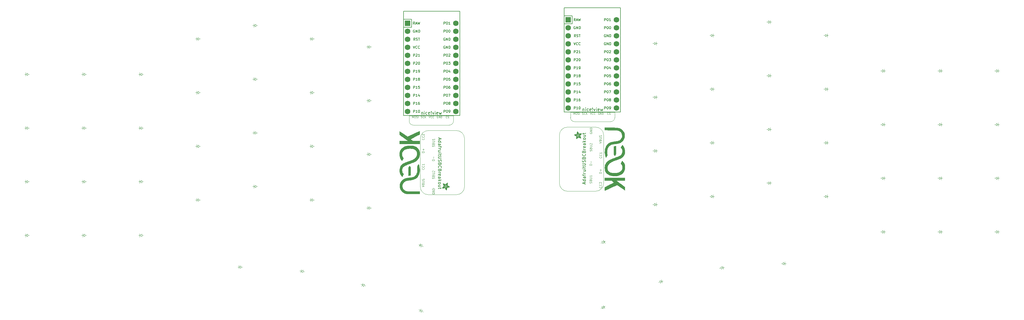
<source format=gbr>
%TF.GenerationSoftware,KiCad,Pcbnew,6.0.9*%
%TF.CreationDate,2022-10-31T19:27:22+01:00*%
%TF.ProjectId,neok(both),6e656f6b-2862-46f7-9468-292e6b696361,v1.0.0*%
%TF.SameCoordinates,Original*%
%TF.FileFunction,Legend,Top*%
%TF.FilePolarity,Positive*%
%FSLAX46Y46*%
G04 Gerber Fmt 4.6, Leading zero omitted, Abs format (unit mm)*
G04 Created by KiCad (PCBNEW 6.0.9) date 2022-10-31 19:27:22*
%MOMM*%
%LPD*%
G01*
G04 APERTURE LIST*
%ADD10C,0.150000*%
%ADD11C,0.100000*%
%ADD12C,0.113792*%
%ADD13C,0.120000*%
%ADD14C,0.050000*%
%ADD15R,1.752600X1.752600*%
%ADD16C,1.752600*%
G04 APERTURE END LIST*
D10*
%TO.C,*%
%TO.C,MCU1*%
X176298569Y-110161910D02*
X176298569Y-109361910D01*
X176603331Y-109361910D01*
X176679521Y-109400006D01*
X176717617Y-109438101D01*
X176755712Y-109514291D01*
X176755712Y-109628577D01*
X176717617Y-109704767D01*
X176679521Y-109742863D01*
X176603331Y-109780958D01*
X176298569Y-109780958D01*
X177060474Y-109438101D02*
X177098569Y-109400006D01*
X177174759Y-109361910D01*
X177365236Y-109361910D01*
X177441426Y-109400006D01*
X177479521Y-109438101D01*
X177517617Y-109514291D01*
X177517617Y-109590482D01*
X177479521Y-109704767D01*
X177022378Y-110161910D01*
X177517617Y-110161910D01*
X178012855Y-109361910D02*
X178089045Y-109361910D01*
X178165236Y-109400006D01*
X178203331Y-109438101D01*
X178241426Y-109514291D01*
X178279521Y-109666672D01*
X178279521Y-109857148D01*
X178241426Y-110009529D01*
X178203331Y-110085720D01*
X178165236Y-110123815D01*
X178089045Y-110161910D01*
X178012855Y-110161910D01*
X177936664Y-110123815D01*
X177898569Y-110085720D01*
X177860474Y-110009529D01*
X177822378Y-109857148D01*
X177822378Y-109666672D01*
X177860474Y-109514291D01*
X177898569Y-109438101D01*
X177936664Y-109400006D01*
X178012855Y-109361910D01*
X185898569Y-100001910D02*
X185898569Y-99201910D01*
X186203331Y-99201910D01*
X186279521Y-99240006D01*
X186317617Y-99278101D01*
X186355712Y-99354291D01*
X186355712Y-99468577D01*
X186317617Y-99544767D01*
X186279521Y-99582863D01*
X186203331Y-99620958D01*
X185898569Y-99620958D01*
X186850950Y-99201910D02*
X186927140Y-99201910D01*
X187003331Y-99240006D01*
X187041426Y-99278101D01*
X187079521Y-99354291D01*
X187117617Y-99506672D01*
X187117617Y-99697148D01*
X187079521Y-99849529D01*
X187041426Y-99925720D01*
X187003331Y-99963815D01*
X186927140Y-100001910D01*
X186850950Y-100001910D01*
X186774759Y-99963815D01*
X186736664Y-99925720D01*
X186698569Y-99849529D01*
X186660474Y-99697148D01*
X186660474Y-99506672D01*
X186698569Y-99354291D01*
X186736664Y-99278101D01*
X186774759Y-99240006D01*
X186850950Y-99201910D01*
X187612855Y-99201910D02*
X187689045Y-99201910D01*
X187765236Y-99240006D01*
X187803331Y-99278101D01*
X187841426Y-99354291D01*
X187879521Y-99506672D01*
X187879521Y-99697148D01*
X187841426Y-99849529D01*
X187803331Y-99925720D01*
X187765236Y-99963815D01*
X187689045Y-100001910D01*
X187612855Y-100001910D01*
X187536664Y-99963815D01*
X187498569Y-99925720D01*
X187460474Y-99849529D01*
X187422378Y-99697148D01*
X187422378Y-99506672D01*
X187460474Y-99354291D01*
X187498569Y-99278101D01*
X187536664Y-99240006D01*
X187612855Y-99201910D01*
X186260474Y-101780006D02*
X186184283Y-101741910D01*
X186069998Y-101741910D01*
X185955712Y-101780006D01*
X185879521Y-101856196D01*
X185841426Y-101932386D01*
X185803331Y-102084767D01*
X185803331Y-102199053D01*
X185841426Y-102351434D01*
X185879521Y-102427625D01*
X185955712Y-102503815D01*
X186069998Y-102541910D01*
X186146188Y-102541910D01*
X186260474Y-102503815D01*
X186298569Y-102465720D01*
X186298569Y-102199053D01*
X186146188Y-102199053D01*
X186641426Y-102541910D02*
X186641426Y-101741910D01*
X187098569Y-102541910D01*
X187098569Y-101741910D01*
X187479521Y-102541910D02*
X187479521Y-101741910D01*
X187669998Y-101741910D01*
X187784283Y-101780006D01*
X187860474Y-101856196D01*
X187898569Y-101932386D01*
X187936664Y-102084767D01*
X187936664Y-102199053D01*
X187898569Y-102351434D01*
X187860474Y-102427625D01*
X187784283Y-102503815D01*
X187669998Y-102541910D01*
X187479521Y-102541910D01*
X185898569Y-117781910D02*
X185898569Y-116981910D01*
X186203331Y-116981910D01*
X186279521Y-117020006D01*
X186317617Y-117058101D01*
X186355712Y-117134291D01*
X186355712Y-117248577D01*
X186317617Y-117324767D01*
X186279521Y-117362863D01*
X186203331Y-117400958D01*
X185898569Y-117400958D01*
X186850950Y-116981910D02*
X186927140Y-116981910D01*
X187003331Y-117020006D01*
X187041426Y-117058101D01*
X187079521Y-117134291D01*
X187117617Y-117286672D01*
X187117617Y-117477148D01*
X187079521Y-117629529D01*
X187041426Y-117705720D01*
X187003331Y-117743815D01*
X186927140Y-117781910D01*
X186850950Y-117781910D01*
X186774759Y-117743815D01*
X186736664Y-117705720D01*
X186698569Y-117629529D01*
X186660474Y-117477148D01*
X186660474Y-117286672D01*
X186698569Y-117134291D01*
X186736664Y-117058101D01*
X186774759Y-117020006D01*
X186850950Y-116981910D01*
X187803331Y-116981910D02*
X187650950Y-116981910D01*
X187574759Y-117020006D01*
X187536664Y-117058101D01*
X187460474Y-117172386D01*
X187422378Y-117324767D01*
X187422378Y-117629529D01*
X187460474Y-117705720D01*
X187498569Y-117743815D01*
X187574759Y-117781910D01*
X187727140Y-117781910D01*
X187803331Y-117743815D01*
X187841426Y-117705720D01*
X187879521Y-117629529D01*
X187879521Y-117439053D01*
X187841426Y-117362863D01*
X187803331Y-117324767D01*
X187727140Y-117286672D01*
X187574759Y-117286672D01*
X187498569Y-117324767D01*
X187460474Y-117362863D01*
X187422378Y-117439053D01*
X176298569Y-107621910D02*
X176298569Y-106821910D01*
X176603331Y-106821910D01*
X176679521Y-106860006D01*
X176717617Y-106898101D01*
X176755712Y-106974291D01*
X176755712Y-107088577D01*
X176717617Y-107164767D01*
X176679521Y-107202863D01*
X176603331Y-107240958D01*
X176298569Y-107240958D01*
X177060474Y-106898101D02*
X177098569Y-106860006D01*
X177174759Y-106821910D01*
X177365236Y-106821910D01*
X177441426Y-106860006D01*
X177479521Y-106898101D01*
X177517617Y-106974291D01*
X177517617Y-107050482D01*
X177479521Y-107164767D01*
X177022378Y-107621910D01*
X177517617Y-107621910D01*
X178279521Y-107621910D02*
X177822378Y-107621910D01*
X178050950Y-107621910D02*
X178050950Y-106821910D01*
X177974759Y-106936196D01*
X177898569Y-107012386D01*
X177822378Y-107050482D01*
X176298569Y-120321910D02*
X176298569Y-119521910D01*
X176603331Y-119521910D01*
X176679521Y-119560006D01*
X176717617Y-119598101D01*
X176755712Y-119674291D01*
X176755712Y-119788577D01*
X176717617Y-119864767D01*
X176679521Y-119902863D01*
X176603331Y-119940958D01*
X176298569Y-119940958D01*
X177517617Y-120321910D02*
X177060474Y-120321910D01*
X177289045Y-120321910D02*
X177289045Y-119521910D01*
X177212855Y-119636196D01*
X177136664Y-119712386D01*
X177060474Y-119750482D01*
X178203331Y-119788577D02*
X178203331Y-120321910D01*
X178012855Y-119483815D02*
X177822378Y-120055244D01*
X178317617Y-120055244D01*
X185898569Y-115241910D02*
X185898569Y-114441910D01*
X186203331Y-114441910D01*
X186279521Y-114480006D01*
X186317617Y-114518101D01*
X186355712Y-114594291D01*
X186355712Y-114708577D01*
X186317617Y-114784767D01*
X186279521Y-114822863D01*
X186203331Y-114860958D01*
X185898569Y-114860958D01*
X186850950Y-114441910D02*
X186927140Y-114441910D01*
X187003331Y-114480006D01*
X187041426Y-114518101D01*
X187079521Y-114594291D01*
X187117617Y-114746672D01*
X187117617Y-114937148D01*
X187079521Y-115089529D01*
X187041426Y-115165720D01*
X187003331Y-115203815D01*
X186927140Y-115241910D01*
X186850950Y-115241910D01*
X186774759Y-115203815D01*
X186736664Y-115165720D01*
X186698569Y-115089529D01*
X186660474Y-114937148D01*
X186660474Y-114746672D01*
X186698569Y-114594291D01*
X186736664Y-114518101D01*
X186774759Y-114480006D01*
X186850950Y-114441910D01*
X187841426Y-114441910D02*
X187460474Y-114441910D01*
X187422378Y-114822863D01*
X187460474Y-114784767D01*
X187536664Y-114746672D01*
X187727140Y-114746672D01*
X187803331Y-114784767D01*
X187841426Y-114822863D01*
X187879521Y-114899053D01*
X187879521Y-115089529D01*
X187841426Y-115165720D01*
X187803331Y-115203815D01*
X187727140Y-115241910D01*
X187536664Y-115241910D01*
X187460474Y-115203815D01*
X187422378Y-115165720D01*
X176298569Y-117781910D02*
X176298569Y-116981910D01*
X176603331Y-116981910D01*
X176679521Y-117020006D01*
X176717617Y-117058101D01*
X176755712Y-117134291D01*
X176755712Y-117248577D01*
X176717617Y-117324767D01*
X176679521Y-117362863D01*
X176603331Y-117400958D01*
X176298569Y-117400958D01*
X177517617Y-117781910D02*
X177060474Y-117781910D01*
X177289045Y-117781910D02*
X177289045Y-116981910D01*
X177212855Y-117096196D01*
X177136664Y-117172386D01*
X177060474Y-117210482D01*
X178241426Y-116981910D02*
X177860474Y-116981910D01*
X177822378Y-117362863D01*
X177860474Y-117324767D01*
X177936664Y-117286672D01*
X178127140Y-117286672D01*
X178203331Y-117324767D01*
X178241426Y-117362863D01*
X178279521Y-117439053D01*
X178279521Y-117629529D01*
X178241426Y-117705720D01*
X178203331Y-117743815D01*
X178127140Y-117781910D01*
X177936664Y-117781910D01*
X177860474Y-117743815D01*
X177822378Y-117705720D01*
X185898569Y-120321910D02*
X185898569Y-119521910D01*
X186203331Y-119521910D01*
X186279521Y-119560006D01*
X186317617Y-119598101D01*
X186355712Y-119674291D01*
X186355712Y-119788577D01*
X186317617Y-119864767D01*
X186279521Y-119902863D01*
X186203331Y-119940958D01*
X185898569Y-119940958D01*
X186850950Y-119521910D02*
X186927140Y-119521910D01*
X187003331Y-119560006D01*
X187041426Y-119598101D01*
X187079521Y-119674291D01*
X187117617Y-119826672D01*
X187117617Y-120017148D01*
X187079521Y-120169529D01*
X187041426Y-120245720D01*
X187003331Y-120283815D01*
X186927140Y-120321910D01*
X186850950Y-120321910D01*
X186774759Y-120283815D01*
X186736664Y-120245720D01*
X186698569Y-120169529D01*
X186660474Y-120017148D01*
X186660474Y-119826672D01*
X186698569Y-119674291D01*
X186736664Y-119598101D01*
X186774759Y-119560006D01*
X186850950Y-119521910D01*
X187384283Y-119521910D02*
X187917617Y-119521910D01*
X187574759Y-120321910D01*
X185898569Y-97461910D02*
X185898569Y-96661910D01*
X186203331Y-96661910D01*
X186279521Y-96700006D01*
X186317617Y-96738101D01*
X186355712Y-96814291D01*
X186355712Y-96928577D01*
X186317617Y-97004767D01*
X186279521Y-97042863D01*
X186203331Y-97080958D01*
X185898569Y-97080958D01*
X186850950Y-96661910D02*
X186927140Y-96661910D01*
X187003331Y-96700006D01*
X187041426Y-96738101D01*
X187079521Y-96814291D01*
X187117617Y-96966672D01*
X187117617Y-97157148D01*
X187079521Y-97309529D01*
X187041426Y-97385720D01*
X187003331Y-97423815D01*
X186927140Y-97461910D01*
X186850950Y-97461910D01*
X186774759Y-97423815D01*
X186736664Y-97385720D01*
X186698569Y-97309529D01*
X186660474Y-97157148D01*
X186660474Y-96966672D01*
X186698569Y-96814291D01*
X186736664Y-96738101D01*
X186774759Y-96700006D01*
X186850950Y-96661910D01*
X187879521Y-97461910D02*
X187422378Y-97461910D01*
X187650950Y-97461910D02*
X187650950Y-96661910D01*
X187574759Y-96776196D01*
X187498569Y-96852386D01*
X187422378Y-96890482D01*
X176660474Y-99240006D02*
X176584283Y-99201910D01*
X176469998Y-99201910D01*
X176355712Y-99240006D01*
X176279521Y-99316196D01*
X176241426Y-99392386D01*
X176203331Y-99544767D01*
X176203331Y-99659053D01*
X176241426Y-99811434D01*
X176279521Y-99887625D01*
X176355712Y-99963815D01*
X176469998Y-100001910D01*
X176546188Y-100001910D01*
X176660474Y-99963815D01*
X176698569Y-99925720D01*
X176698569Y-99659053D01*
X176546188Y-99659053D01*
X177041426Y-100001910D02*
X177041426Y-99201910D01*
X177498569Y-100001910D01*
X177498569Y-99201910D01*
X177879521Y-100001910D02*
X177879521Y-99201910D01*
X178069998Y-99201910D01*
X178184283Y-99240006D01*
X178260474Y-99316196D01*
X178298569Y-99392386D01*
X178336664Y-99544767D01*
X178336664Y-99659053D01*
X178298569Y-99811434D01*
X178260474Y-99887625D01*
X178184283Y-99963815D01*
X178069998Y-100001910D01*
X177879521Y-100001910D01*
X176298569Y-122861910D02*
X176298569Y-122061910D01*
X176603331Y-122061910D01*
X176679521Y-122100006D01*
X176717617Y-122138101D01*
X176755712Y-122214291D01*
X176755712Y-122328577D01*
X176717617Y-122404767D01*
X176679521Y-122442863D01*
X176603331Y-122480958D01*
X176298569Y-122480958D01*
X177517617Y-122861910D02*
X177060474Y-122861910D01*
X177289045Y-122861910D02*
X177289045Y-122061910D01*
X177212855Y-122176196D01*
X177136664Y-122252386D01*
X177060474Y-122290482D01*
X178203331Y-122061910D02*
X178050950Y-122061910D01*
X177974759Y-122100006D01*
X177936664Y-122138101D01*
X177860474Y-122252386D01*
X177822378Y-122404767D01*
X177822378Y-122709529D01*
X177860474Y-122785720D01*
X177898569Y-122823815D01*
X177974759Y-122861910D01*
X178127140Y-122861910D01*
X178203331Y-122823815D01*
X178241426Y-122785720D01*
X178279521Y-122709529D01*
X178279521Y-122519053D01*
X178241426Y-122442863D01*
X178203331Y-122404767D01*
X178127140Y-122366672D01*
X177974759Y-122366672D01*
X177898569Y-122404767D01*
X177860474Y-122442863D01*
X177822378Y-122519053D01*
X176298569Y-125401910D02*
X176298569Y-124601910D01*
X176603331Y-124601910D01*
X176679521Y-124640006D01*
X176717617Y-124678101D01*
X176755712Y-124754291D01*
X176755712Y-124868577D01*
X176717617Y-124944767D01*
X176679521Y-124982863D01*
X176603331Y-125020958D01*
X176298569Y-125020958D01*
X177517617Y-125401910D02*
X177060474Y-125401910D01*
X177289045Y-125401910D02*
X177289045Y-124601910D01*
X177212855Y-124716196D01*
X177136664Y-124792386D01*
X177060474Y-124830482D01*
X178012855Y-124601910D02*
X178089045Y-124601910D01*
X178165236Y-124640006D01*
X178203331Y-124678101D01*
X178241426Y-124754291D01*
X178279521Y-124906672D01*
X178279521Y-125097148D01*
X178241426Y-125249529D01*
X178203331Y-125325720D01*
X178165236Y-125363815D01*
X178089045Y-125401910D01*
X178012855Y-125401910D01*
X177936664Y-125363815D01*
X177898569Y-125325720D01*
X177860474Y-125249529D01*
X177822378Y-125097148D01*
X177822378Y-124906672D01*
X177860474Y-124754291D01*
X177898569Y-124678101D01*
X177936664Y-124640006D01*
X178012855Y-124601910D01*
X185898569Y-122861910D02*
X185898569Y-122061910D01*
X186203331Y-122061910D01*
X186279521Y-122100006D01*
X186317617Y-122138101D01*
X186355712Y-122214291D01*
X186355712Y-122328577D01*
X186317617Y-122404767D01*
X186279521Y-122442863D01*
X186203331Y-122480958D01*
X185898569Y-122480958D01*
X186850950Y-122061910D02*
X186927140Y-122061910D01*
X187003331Y-122100006D01*
X187041426Y-122138101D01*
X187079521Y-122214291D01*
X187117617Y-122366672D01*
X187117617Y-122557148D01*
X187079521Y-122709529D01*
X187041426Y-122785720D01*
X187003331Y-122823815D01*
X186927140Y-122861910D01*
X186850950Y-122861910D01*
X186774759Y-122823815D01*
X186736664Y-122785720D01*
X186698569Y-122709529D01*
X186660474Y-122557148D01*
X186660474Y-122366672D01*
X186698569Y-122214291D01*
X186736664Y-122138101D01*
X186774759Y-122100006D01*
X186850950Y-122061910D01*
X187574759Y-122404767D02*
X187498569Y-122366672D01*
X187460474Y-122328577D01*
X187422378Y-122252386D01*
X187422378Y-122214291D01*
X187460474Y-122138101D01*
X187498569Y-122100006D01*
X187574759Y-122061910D01*
X187727140Y-122061910D01*
X187803331Y-122100006D01*
X187841426Y-122138101D01*
X187879521Y-122214291D01*
X187879521Y-122252386D01*
X187841426Y-122328577D01*
X187803331Y-122366672D01*
X187727140Y-122404767D01*
X187574759Y-122404767D01*
X187498569Y-122442863D01*
X187460474Y-122480958D01*
X187422378Y-122557148D01*
X187422378Y-122709529D01*
X187460474Y-122785720D01*
X187498569Y-122823815D01*
X187574759Y-122861910D01*
X187727140Y-122861910D01*
X187803331Y-122823815D01*
X187841426Y-122785720D01*
X187879521Y-122709529D01*
X187879521Y-122557148D01*
X187841426Y-122480958D01*
X187803331Y-122442863D01*
X187727140Y-122404767D01*
X176298569Y-112701910D02*
X176298569Y-111901910D01*
X176603331Y-111901910D01*
X176679521Y-111940006D01*
X176717617Y-111978101D01*
X176755712Y-112054291D01*
X176755712Y-112168577D01*
X176717617Y-112244767D01*
X176679521Y-112282863D01*
X176603331Y-112320958D01*
X176298569Y-112320958D01*
X177517617Y-112701910D02*
X177060474Y-112701910D01*
X177289045Y-112701910D02*
X177289045Y-111901910D01*
X177212855Y-112016196D01*
X177136664Y-112092386D01*
X177060474Y-112130482D01*
X177898569Y-112701910D02*
X178050950Y-112701910D01*
X178127140Y-112663815D01*
X178165236Y-112625720D01*
X178241426Y-112511434D01*
X178279521Y-112359053D01*
X178279521Y-112054291D01*
X178241426Y-111978101D01*
X178203331Y-111940006D01*
X178127140Y-111901910D01*
X177974759Y-111901910D01*
X177898569Y-111940006D01*
X177860474Y-111978101D01*
X177822378Y-112054291D01*
X177822378Y-112244767D01*
X177860474Y-112320958D01*
X177898569Y-112359053D01*
X177974759Y-112397148D01*
X178127140Y-112397148D01*
X178203331Y-112359053D01*
X178241426Y-112320958D01*
X178279521Y-112244767D01*
X185898569Y-112701910D02*
X185898569Y-111901910D01*
X186203331Y-111901910D01*
X186279521Y-111940006D01*
X186317617Y-111978101D01*
X186355712Y-112054291D01*
X186355712Y-112168577D01*
X186317617Y-112244767D01*
X186279521Y-112282863D01*
X186203331Y-112320958D01*
X185898569Y-112320958D01*
X186850950Y-111901910D02*
X186927140Y-111901910D01*
X187003331Y-111940006D01*
X187041426Y-111978101D01*
X187079521Y-112054291D01*
X187117617Y-112206672D01*
X187117617Y-112397148D01*
X187079521Y-112549529D01*
X187041426Y-112625720D01*
X187003331Y-112663815D01*
X186927140Y-112701910D01*
X186850950Y-112701910D01*
X186774759Y-112663815D01*
X186736664Y-112625720D01*
X186698569Y-112549529D01*
X186660474Y-112397148D01*
X186660474Y-112206672D01*
X186698569Y-112054291D01*
X186736664Y-111978101D01*
X186774759Y-111940006D01*
X186850950Y-111901910D01*
X187803331Y-112168577D02*
X187803331Y-112701910D01*
X187612855Y-111863815D02*
X187422378Y-112435244D01*
X187917617Y-112435244D01*
X176717617Y-97461910D02*
X176450950Y-97080958D01*
X176260474Y-97461910D02*
X176260474Y-96661910D01*
X176565236Y-96661910D01*
X176641426Y-96700006D01*
X176679521Y-96738101D01*
X176717617Y-96814291D01*
X176717617Y-96928577D01*
X176679521Y-97004767D01*
X176641426Y-97042863D01*
X176565236Y-97080958D01*
X176260474Y-97080958D01*
X177022378Y-97233339D02*
X177403331Y-97233339D01*
X176946188Y-97461910D02*
X177212855Y-96661910D01*
X177479521Y-97461910D01*
X177669998Y-96661910D02*
X177860474Y-97461910D01*
X178012855Y-96890482D01*
X178165236Y-97461910D01*
X178355712Y-96661910D01*
X176831902Y-102541910D02*
X176565236Y-102160958D01*
X176374759Y-102541910D02*
X176374759Y-101741910D01*
X176679521Y-101741910D01*
X176755712Y-101780006D01*
X176793807Y-101818101D01*
X176831902Y-101894291D01*
X176831902Y-102008577D01*
X176793807Y-102084767D01*
X176755712Y-102122863D01*
X176679521Y-102160958D01*
X176374759Y-102160958D01*
X177136664Y-102503815D02*
X177250950Y-102541910D01*
X177441426Y-102541910D01*
X177517617Y-102503815D01*
X177555712Y-102465720D01*
X177593807Y-102389529D01*
X177593807Y-102313339D01*
X177555712Y-102237148D01*
X177517617Y-102199053D01*
X177441426Y-102160958D01*
X177289045Y-102122863D01*
X177212855Y-102084767D01*
X177174759Y-102046672D01*
X177136664Y-101970482D01*
X177136664Y-101894291D01*
X177174759Y-101818101D01*
X177212855Y-101780006D01*
X177289045Y-101741910D01*
X177479521Y-101741910D01*
X177593807Y-101780006D01*
X177822378Y-101741910D02*
X178279521Y-101741910D01*
X178050950Y-102541910D02*
X178050950Y-101741910D01*
X185898569Y-125401910D02*
X185898569Y-124601910D01*
X186203331Y-124601910D01*
X186279521Y-124640006D01*
X186317617Y-124678101D01*
X186355712Y-124754291D01*
X186355712Y-124868577D01*
X186317617Y-124944767D01*
X186279521Y-124982863D01*
X186203331Y-125020958D01*
X185898569Y-125020958D01*
X186850950Y-124601910D02*
X186927140Y-124601910D01*
X187003331Y-124640006D01*
X187041426Y-124678101D01*
X187079521Y-124754291D01*
X187117617Y-124906672D01*
X187117617Y-125097148D01*
X187079521Y-125249529D01*
X187041426Y-125325720D01*
X187003331Y-125363815D01*
X186927140Y-125401910D01*
X186850950Y-125401910D01*
X186774759Y-125363815D01*
X186736664Y-125325720D01*
X186698569Y-125249529D01*
X186660474Y-125097148D01*
X186660474Y-124906672D01*
X186698569Y-124754291D01*
X186736664Y-124678101D01*
X186774759Y-124640006D01*
X186850950Y-124601910D01*
X187498569Y-125401910D02*
X187650950Y-125401910D01*
X187727140Y-125363815D01*
X187765236Y-125325720D01*
X187841426Y-125211434D01*
X187879521Y-125059053D01*
X187879521Y-124754291D01*
X187841426Y-124678101D01*
X187803331Y-124640006D01*
X187727140Y-124601910D01*
X187574759Y-124601910D01*
X187498569Y-124640006D01*
X187460474Y-124678101D01*
X187422378Y-124754291D01*
X187422378Y-124944767D01*
X187460474Y-125020958D01*
X187498569Y-125059053D01*
X187574759Y-125097148D01*
X187727140Y-125097148D01*
X187803331Y-125059053D01*
X187841426Y-125020958D01*
X187879521Y-124944767D01*
X176203331Y-104281910D02*
X176469998Y-105081910D01*
X176736664Y-104281910D01*
X177460474Y-105005720D02*
X177422378Y-105043815D01*
X177308093Y-105081910D01*
X177231902Y-105081910D01*
X177117617Y-105043815D01*
X177041426Y-104967625D01*
X177003331Y-104891434D01*
X176965236Y-104739053D01*
X176965236Y-104624767D01*
X177003331Y-104472386D01*
X177041426Y-104396196D01*
X177117617Y-104320006D01*
X177231902Y-104281910D01*
X177308093Y-104281910D01*
X177422378Y-104320006D01*
X177460474Y-104358101D01*
X178260474Y-105005720D02*
X178222378Y-105043815D01*
X178108093Y-105081910D01*
X178031902Y-105081910D01*
X177917617Y-105043815D01*
X177841426Y-104967625D01*
X177803331Y-104891434D01*
X177765236Y-104739053D01*
X177765236Y-104624767D01*
X177803331Y-104472386D01*
X177841426Y-104396196D01*
X177917617Y-104320006D01*
X178031902Y-104281910D01*
X178108093Y-104281910D01*
X178222378Y-104320006D01*
X178260474Y-104358101D01*
X176298569Y-115241910D02*
X176298569Y-114441910D01*
X176603331Y-114441910D01*
X176679521Y-114480006D01*
X176717617Y-114518101D01*
X176755712Y-114594291D01*
X176755712Y-114708577D01*
X176717617Y-114784767D01*
X176679521Y-114822863D01*
X176603331Y-114860958D01*
X176298569Y-114860958D01*
X177517617Y-115241910D02*
X177060474Y-115241910D01*
X177289045Y-115241910D02*
X177289045Y-114441910D01*
X177212855Y-114556196D01*
X177136664Y-114632386D01*
X177060474Y-114670482D01*
X177974759Y-114784767D02*
X177898569Y-114746672D01*
X177860474Y-114708577D01*
X177822378Y-114632386D01*
X177822378Y-114594291D01*
X177860474Y-114518101D01*
X177898569Y-114480006D01*
X177974759Y-114441910D01*
X178127140Y-114441910D01*
X178203331Y-114480006D01*
X178241426Y-114518101D01*
X178279521Y-114594291D01*
X178279521Y-114632386D01*
X178241426Y-114708577D01*
X178203331Y-114746672D01*
X178127140Y-114784767D01*
X177974759Y-114784767D01*
X177898569Y-114822863D01*
X177860474Y-114860958D01*
X177822378Y-114937148D01*
X177822378Y-115089529D01*
X177860474Y-115165720D01*
X177898569Y-115203815D01*
X177974759Y-115241910D01*
X178127140Y-115241910D01*
X178203331Y-115203815D01*
X178241426Y-115165720D01*
X178279521Y-115089529D01*
X178279521Y-114937148D01*
X178241426Y-114860958D01*
X178203331Y-114822863D01*
X178127140Y-114784767D01*
X185898569Y-110161910D02*
X185898569Y-109361910D01*
X186203331Y-109361910D01*
X186279521Y-109400006D01*
X186317617Y-109438101D01*
X186355712Y-109514291D01*
X186355712Y-109628577D01*
X186317617Y-109704767D01*
X186279521Y-109742863D01*
X186203331Y-109780958D01*
X185898569Y-109780958D01*
X186850950Y-109361910D02*
X186927140Y-109361910D01*
X187003331Y-109400006D01*
X187041426Y-109438101D01*
X187079521Y-109514291D01*
X187117617Y-109666672D01*
X187117617Y-109857148D01*
X187079521Y-110009529D01*
X187041426Y-110085720D01*
X187003331Y-110123815D01*
X186927140Y-110161910D01*
X186850950Y-110161910D01*
X186774759Y-110123815D01*
X186736664Y-110085720D01*
X186698569Y-110009529D01*
X186660474Y-109857148D01*
X186660474Y-109666672D01*
X186698569Y-109514291D01*
X186736664Y-109438101D01*
X186774759Y-109400006D01*
X186850950Y-109361910D01*
X187384283Y-109361910D02*
X187879521Y-109361910D01*
X187612855Y-109666672D01*
X187727140Y-109666672D01*
X187803331Y-109704767D01*
X187841426Y-109742863D01*
X187879521Y-109819053D01*
X187879521Y-110009529D01*
X187841426Y-110085720D01*
X187803331Y-110123815D01*
X187727140Y-110161910D01*
X187498569Y-110161910D01*
X187422378Y-110123815D01*
X187384283Y-110085720D01*
X185898569Y-107621910D02*
X185898569Y-106821910D01*
X186203331Y-106821910D01*
X186279521Y-106860006D01*
X186317617Y-106898101D01*
X186355712Y-106974291D01*
X186355712Y-107088577D01*
X186317617Y-107164767D01*
X186279521Y-107202863D01*
X186203331Y-107240958D01*
X185898569Y-107240958D01*
X186850950Y-106821910D02*
X186927140Y-106821910D01*
X187003331Y-106860006D01*
X187041426Y-106898101D01*
X187079521Y-106974291D01*
X187117617Y-107126672D01*
X187117617Y-107317148D01*
X187079521Y-107469529D01*
X187041426Y-107545720D01*
X187003331Y-107583815D01*
X186927140Y-107621910D01*
X186850950Y-107621910D01*
X186774759Y-107583815D01*
X186736664Y-107545720D01*
X186698569Y-107469529D01*
X186660474Y-107317148D01*
X186660474Y-107126672D01*
X186698569Y-106974291D01*
X186736664Y-106898101D01*
X186774759Y-106860006D01*
X186850950Y-106821910D01*
X187422378Y-106898101D02*
X187460474Y-106860006D01*
X187536664Y-106821910D01*
X187727140Y-106821910D01*
X187803331Y-106860006D01*
X187841426Y-106898101D01*
X187879521Y-106974291D01*
X187879521Y-107050482D01*
X187841426Y-107164767D01*
X187384283Y-107621910D01*
X187879521Y-107621910D01*
X186260474Y-104320006D02*
X186184283Y-104281910D01*
X186069998Y-104281910D01*
X185955712Y-104320006D01*
X185879521Y-104396196D01*
X185841426Y-104472386D01*
X185803331Y-104624767D01*
X185803331Y-104739053D01*
X185841426Y-104891434D01*
X185879521Y-104967625D01*
X185955712Y-105043815D01*
X186069998Y-105081910D01*
X186146188Y-105081910D01*
X186260474Y-105043815D01*
X186298569Y-105005720D01*
X186298569Y-104739053D01*
X186146188Y-104739053D01*
X186641426Y-105081910D02*
X186641426Y-104281910D01*
X187098569Y-105081910D01*
X187098569Y-104281910D01*
X187479521Y-105081910D02*
X187479521Y-104281910D01*
X187669998Y-104281910D01*
X187784283Y-104320006D01*
X187860474Y-104396196D01*
X187898569Y-104472386D01*
X187936664Y-104624767D01*
X187936664Y-104739053D01*
X187898569Y-104891434D01*
X187860474Y-104967625D01*
X187784283Y-105043815D01*
X187669998Y-105081910D01*
X187479521Y-105081910D01*
%TO.C,REF\u002A\u002A*%
X178822703Y-125285708D02*
X178822703Y-125952374D01*
X178822703Y-125380946D02*
X178870322Y-125333327D01*
X178965560Y-125285708D01*
X179108417Y-125285708D01*
X179203655Y-125333327D01*
X179251274Y-125428565D01*
X179251274Y-125952374D01*
X179727465Y-125952374D02*
X179727465Y-125285708D01*
X179727465Y-124952374D02*
X179679846Y-124999994D01*
X179727465Y-125047613D01*
X179775084Y-124999994D01*
X179727465Y-124952374D01*
X179727465Y-125047613D01*
X180632227Y-125904755D02*
X180536989Y-125952374D01*
X180346512Y-125952374D01*
X180251274Y-125904755D01*
X180203655Y-125857136D01*
X180156036Y-125761898D01*
X180156036Y-125476184D01*
X180203655Y-125380946D01*
X180251274Y-125333327D01*
X180346512Y-125285708D01*
X180536989Y-125285708D01*
X180632227Y-125333327D01*
X181441751Y-125904755D02*
X181346512Y-125952374D01*
X181156036Y-125952374D01*
X181060798Y-125904755D01*
X181013179Y-125809517D01*
X181013179Y-125428565D01*
X181060798Y-125333327D01*
X181156036Y-125285708D01*
X181346512Y-125285708D01*
X181441751Y-125333327D01*
X181489370Y-125428565D01*
X181489370Y-125523803D01*
X181013179Y-125619041D01*
X181917941Y-125857136D02*
X181965560Y-125904755D01*
X181917941Y-125952374D01*
X181870322Y-125904755D01*
X181917941Y-125857136D01*
X181917941Y-125952374D01*
X181917941Y-125571422D02*
X181870322Y-124999994D01*
X181917941Y-124952374D01*
X181965560Y-124999994D01*
X181917941Y-125571422D01*
X181917941Y-124952374D01*
X182298893Y-125285708D02*
X182536989Y-125952374D01*
X182775084Y-125285708D01*
X183156036Y-125952374D02*
X183156036Y-125285708D01*
X183156036Y-124952374D02*
X183108417Y-124999994D01*
X183156036Y-125047613D01*
X183203655Y-124999994D01*
X183156036Y-124952374D01*
X183156036Y-125047613D01*
X184013179Y-125904755D02*
X183917941Y-125952374D01*
X183727465Y-125952374D01*
X183632227Y-125904755D01*
X183584608Y-125809517D01*
X183584608Y-125428565D01*
X183632227Y-125333327D01*
X183727465Y-125285708D01*
X183917941Y-125285708D01*
X184013179Y-125333327D01*
X184060798Y-125428565D01*
X184060798Y-125523803D01*
X183584608Y-125619041D01*
X184394131Y-125285708D02*
X184584608Y-125952374D01*
X184775084Y-125476184D01*
X184965560Y-125952374D01*
X185156036Y-125285708D01*
D11*
X175918893Y-127101422D02*
X175918893Y-126501422D01*
X176118893Y-126929994D01*
X176318893Y-126501422D01*
X176318893Y-127101422D01*
X176718893Y-126501422D02*
X176833179Y-126501422D01*
X176890322Y-126529994D01*
X176947465Y-126587136D01*
X176976036Y-126701422D01*
X176976036Y-126901422D01*
X176947465Y-127015708D01*
X176890322Y-127072851D01*
X176833179Y-127101422D01*
X176718893Y-127101422D01*
X176661751Y-127072851D01*
X176604608Y-127015708D01*
X176576036Y-126901422D01*
X176576036Y-126701422D01*
X176604608Y-126587136D01*
X176661751Y-126529994D01*
X176718893Y-126501422D01*
X177204608Y-127072851D02*
X177290322Y-127101422D01*
X177433179Y-127101422D01*
X177490322Y-127072851D01*
X177518893Y-127044279D01*
X177547465Y-126987136D01*
X177547465Y-126929994D01*
X177518893Y-126872851D01*
X177490322Y-126844279D01*
X177433179Y-126815708D01*
X177318893Y-126787136D01*
X177261751Y-126758565D01*
X177233179Y-126729994D01*
X177204608Y-126672851D01*
X177204608Y-126615708D01*
X177233179Y-126558565D01*
X177261751Y-126529994D01*
X177318893Y-126501422D01*
X177461751Y-126501422D01*
X177547465Y-126529994D01*
X177804608Y-127101422D02*
X177804608Y-126501422D01*
X178660322Y-127072851D02*
X178746036Y-127101422D01*
X178888893Y-127101422D01*
X178946036Y-127072851D01*
X178974608Y-127044279D01*
X179003179Y-126987136D01*
X179003179Y-126929994D01*
X178974608Y-126872851D01*
X178946036Y-126844279D01*
X178888893Y-126815708D01*
X178774608Y-126787136D01*
X178717465Y-126758565D01*
X178688893Y-126729994D01*
X178660322Y-126672851D01*
X178660322Y-126615708D01*
X178688893Y-126558565D01*
X178717465Y-126529994D01*
X178774608Y-126501422D01*
X178917465Y-126501422D01*
X179003179Y-126529994D01*
X179603179Y-127044279D02*
X179574608Y-127072851D01*
X179488893Y-127101422D01*
X179431751Y-127101422D01*
X179346036Y-127072851D01*
X179288893Y-127015708D01*
X179260322Y-126958565D01*
X179231751Y-126844279D01*
X179231751Y-126758565D01*
X179260322Y-126644279D01*
X179288893Y-126587136D01*
X179346036Y-126529994D01*
X179431751Y-126501422D01*
X179488893Y-126501422D01*
X179574608Y-126529994D01*
X179603179Y-126558565D01*
X179860322Y-127101422D02*
X179860322Y-126501422D01*
X180203179Y-127101422D02*
X179946036Y-126758565D01*
X180203179Y-126501422D02*
X179860322Y-126844279D01*
X186921751Y-127054279D02*
X186893179Y-127082851D01*
X186807465Y-127111422D01*
X186750322Y-127111422D01*
X186664608Y-127082851D01*
X186607465Y-127025708D01*
X186578893Y-126968565D01*
X186550322Y-126854279D01*
X186550322Y-126768565D01*
X186578893Y-126654279D01*
X186607465Y-126597136D01*
X186664608Y-126539994D01*
X186750322Y-126511422D01*
X186807465Y-126511422D01*
X186893179Y-126539994D01*
X186921751Y-126568565D01*
X187150322Y-127082851D02*
X187236036Y-127111422D01*
X187378893Y-127111422D01*
X187436036Y-127082851D01*
X187464608Y-127054279D01*
X187493179Y-126997136D01*
X187493179Y-126939994D01*
X187464608Y-126882851D01*
X187436036Y-126854279D01*
X187378893Y-126825708D01*
X187264608Y-126797136D01*
X187207465Y-126768565D01*
X187178893Y-126739994D01*
X187150322Y-126682851D01*
X187150322Y-126625708D01*
X187178893Y-126568565D01*
X187207465Y-126539994D01*
X187264608Y-126511422D01*
X187407465Y-126511422D01*
X187493179Y-126539994D01*
X184024608Y-126529994D02*
X183967465Y-126501422D01*
X183881751Y-126501422D01*
X183796036Y-126529994D01*
X183738893Y-126587136D01*
X183710322Y-126644279D01*
X183681751Y-126758565D01*
X183681751Y-126844279D01*
X183710322Y-126958565D01*
X183738893Y-127015708D01*
X183796036Y-127072851D01*
X183881751Y-127101422D01*
X183938893Y-127101422D01*
X184024608Y-127072851D01*
X184053179Y-127044279D01*
X184053179Y-126844279D01*
X183938893Y-126844279D01*
X184310322Y-127101422D02*
X184310322Y-126501422D01*
X184653179Y-127101422D01*
X184653179Y-126501422D01*
X184938893Y-127101422D02*
X184938893Y-126501422D01*
X185081751Y-126501422D01*
X185167465Y-126529994D01*
X185224608Y-126587136D01*
X185253179Y-126644279D01*
X185281751Y-126758565D01*
X185281751Y-126844279D01*
X185253179Y-126958565D01*
X185224608Y-127015708D01*
X185167465Y-127072851D01*
X185081751Y-127101422D01*
X184938893Y-127101422D01*
X181141751Y-126501422D02*
X181341751Y-127101422D01*
X181541751Y-126501422D01*
X182084608Y-127044279D02*
X182056036Y-127072851D01*
X181970322Y-127101422D01*
X181913179Y-127101422D01*
X181827465Y-127072851D01*
X181770322Y-127015708D01*
X181741751Y-126958565D01*
X181713179Y-126844279D01*
X181713179Y-126758565D01*
X181741751Y-126644279D01*
X181770322Y-126587136D01*
X181827465Y-126529994D01*
X181913179Y-126501422D01*
X181970322Y-126501422D01*
X182056036Y-126529994D01*
X182084608Y-126558565D01*
X182684608Y-127044279D02*
X182656036Y-127072851D01*
X182570322Y-127101422D01*
X182513179Y-127101422D01*
X182427465Y-127072851D01*
X182370322Y-127015708D01*
X182341751Y-126958565D01*
X182313179Y-126844279D01*
X182313179Y-126758565D01*
X182341751Y-126644279D01*
X182370322Y-126587136D01*
X182427465Y-126529994D01*
X182513179Y-126501422D01*
X182570322Y-126501422D01*
X182656036Y-126529994D01*
X182684608Y-126558565D01*
D10*
X184440090Y-133469998D02*
X184440090Y-133946188D01*
X184154376Y-133374759D02*
X185154376Y-133708093D01*
X184154376Y-134041426D01*
X184154376Y-134803331D02*
X185154376Y-134803331D01*
X184201995Y-134803331D02*
X184154376Y-134708093D01*
X184154376Y-134517617D01*
X184201995Y-134422378D01*
X184249614Y-134374759D01*
X184344852Y-134327140D01*
X184630566Y-134327140D01*
X184725804Y-134374759D01*
X184773423Y-134422378D01*
X184821042Y-134517617D01*
X184821042Y-134708093D01*
X184773423Y-134803331D01*
X184154376Y-135708093D02*
X184678185Y-135708093D01*
X184773423Y-135660474D01*
X184821042Y-135565236D01*
X184821042Y-135374759D01*
X184773423Y-135279521D01*
X184201995Y-135708093D02*
X184154376Y-135612855D01*
X184154376Y-135374759D01*
X184201995Y-135279521D01*
X184297233Y-135231902D01*
X184392471Y-135231902D01*
X184487709Y-135279521D01*
X184535328Y-135374759D01*
X184535328Y-135612855D01*
X184582947Y-135708093D01*
X184821042Y-136041426D02*
X184821042Y-136422378D01*
X184154376Y-136184283D02*
X185011518Y-136184283D01*
X185106757Y-136231902D01*
X185154376Y-136327140D01*
X185154376Y-136422378D01*
X184154376Y-136755712D02*
X184821042Y-136755712D01*
X184630566Y-136755712D02*
X184725804Y-136803331D01*
X184773423Y-136850950D01*
X184821042Y-136946188D01*
X184821042Y-137041426D01*
X184821042Y-137803331D02*
X184154376Y-137803331D01*
X184821042Y-137374759D02*
X184297233Y-137374759D01*
X184201995Y-137422378D01*
X184154376Y-137517617D01*
X184154376Y-137660474D01*
X184201995Y-137755712D01*
X184249614Y-137803331D01*
X184154376Y-138279521D02*
X184821042Y-138279521D01*
X185154376Y-138279521D02*
X185106757Y-138231902D01*
X185059137Y-138279521D01*
X185106757Y-138327140D01*
X185154376Y-138279521D01*
X185059137Y-138279521D01*
X184821042Y-138612855D02*
X184821042Y-138993807D01*
X185154376Y-138755712D02*
X184297233Y-138755712D01*
X184201995Y-138803331D01*
X184154376Y-138898569D01*
X184154376Y-138993807D01*
X185154376Y-139327140D02*
X184344852Y-139327140D01*
X184249614Y-139374759D01*
X184201995Y-139422378D01*
X184154376Y-139517617D01*
X184154376Y-139708093D01*
X184201995Y-139803331D01*
X184249614Y-139850950D01*
X184344852Y-139898569D01*
X185154376Y-139898569D01*
X184201995Y-140327140D02*
X184154376Y-140469998D01*
X184154376Y-140708093D01*
X184201995Y-140803331D01*
X184249614Y-140850950D01*
X184344852Y-140898569D01*
X184440090Y-140898569D01*
X184535328Y-140850950D01*
X184582947Y-140803331D01*
X184630566Y-140708093D01*
X184678185Y-140517617D01*
X184725804Y-140422378D01*
X184773423Y-140374759D01*
X184868661Y-140327140D01*
X184963899Y-140327140D01*
X185059137Y-140374759D01*
X185106757Y-140422378D01*
X185154376Y-140517617D01*
X185154376Y-140755712D01*
X185106757Y-140898569D01*
X184678185Y-141660474D02*
X184630566Y-141803331D01*
X184582947Y-141850950D01*
X184487709Y-141898569D01*
X184344852Y-141898569D01*
X184249614Y-141850950D01*
X184201995Y-141803331D01*
X184154376Y-141708093D01*
X184154376Y-141327140D01*
X185154376Y-141327140D01*
X185154376Y-141660474D01*
X185106757Y-141755712D01*
X185059137Y-141803331D01*
X184963899Y-141850950D01*
X184868661Y-141850950D01*
X184773423Y-141803331D01*
X184725804Y-141755712D01*
X184678185Y-141660474D01*
X184678185Y-141327140D01*
X184249614Y-142898569D02*
X184201995Y-142850950D01*
X184154376Y-142708093D01*
X184154376Y-142612855D01*
X184201995Y-142469998D01*
X184297233Y-142374759D01*
X184392471Y-142327140D01*
X184582947Y-142279521D01*
X184725804Y-142279521D01*
X184916280Y-142327140D01*
X185011518Y-142374759D01*
X185106757Y-142469998D01*
X185154376Y-142612855D01*
X185154376Y-142708093D01*
X185106757Y-142850950D01*
X185059137Y-142898569D01*
X184678185Y-143660474D02*
X184630566Y-143803331D01*
X184582947Y-143850950D01*
X184487709Y-143898569D01*
X184344852Y-143898569D01*
X184249614Y-143850950D01*
X184201995Y-143803331D01*
X184154376Y-143708093D01*
X184154376Y-143327140D01*
X185154376Y-143327140D01*
X185154376Y-143660474D01*
X185106757Y-143755712D01*
X185059137Y-143803331D01*
X184963899Y-143850950D01*
X184868661Y-143850950D01*
X184773423Y-143803331D01*
X184725804Y-143755712D01*
X184678185Y-143660474D01*
X184678185Y-143327140D01*
X184154376Y-144327140D02*
X184821042Y-144327140D01*
X184630566Y-144327140D02*
X184725804Y-144374759D01*
X184773423Y-144422378D01*
X184821042Y-144517617D01*
X184821042Y-144612855D01*
X184201995Y-145327140D02*
X184154376Y-145231902D01*
X184154376Y-145041426D01*
X184201995Y-144946188D01*
X184297233Y-144898569D01*
X184678185Y-144898569D01*
X184773423Y-144946188D01*
X184821042Y-145041426D01*
X184821042Y-145231902D01*
X184773423Y-145327140D01*
X184678185Y-145374759D01*
X184582947Y-145374759D01*
X184487709Y-144898569D01*
X184154376Y-146231902D02*
X184678185Y-146231902D01*
X184773423Y-146184283D01*
X184821042Y-146089045D01*
X184821042Y-145898569D01*
X184773423Y-145803331D01*
X184201995Y-146231902D02*
X184154376Y-146136664D01*
X184154376Y-145898569D01*
X184201995Y-145803331D01*
X184297233Y-145755712D01*
X184392471Y-145755712D01*
X184487709Y-145803331D01*
X184535328Y-145898569D01*
X184535328Y-146136664D01*
X184582947Y-146231902D01*
X184154376Y-146708093D02*
X185154376Y-146708093D01*
X184535328Y-146803331D02*
X184154376Y-147089045D01*
X184821042Y-147089045D02*
X184440090Y-146708093D01*
X184154376Y-147660474D02*
X184201995Y-147565236D01*
X184249614Y-147517617D01*
X184344852Y-147469998D01*
X184630566Y-147469998D01*
X184725804Y-147517617D01*
X184773423Y-147565236D01*
X184821042Y-147660474D01*
X184821042Y-147803331D01*
X184773423Y-147898569D01*
X184725804Y-147946188D01*
X184630566Y-147993807D01*
X184344852Y-147993807D01*
X184249614Y-147946188D01*
X184201995Y-147898569D01*
X184154376Y-147803331D01*
X184154376Y-147660474D01*
X184821042Y-148850950D02*
X184154376Y-148850950D01*
X184821042Y-148422378D02*
X184297233Y-148422378D01*
X184201995Y-148469998D01*
X184154376Y-148565236D01*
X184154376Y-148708093D01*
X184201995Y-148803331D01*
X184249614Y-148850950D01*
X184821042Y-149184283D02*
X184821042Y-149565236D01*
X185154376Y-149327140D02*
X184297233Y-149327140D01*
X184201995Y-149374759D01*
X184154376Y-149469998D01*
X184154376Y-149565236D01*
D12*
X182913470Y-140605790D02*
X182214462Y-140605790D01*
X182214462Y-140439360D01*
X182247749Y-140339502D01*
X182314321Y-140272929D01*
X182380893Y-140239643D01*
X182514037Y-140206357D01*
X182613896Y-140206357D01*
X182747040Y-140239643D01*
X182813612Y-140272929D01*
X182880184Y-140339502D01*
X182913470Y-140439360D01*
X182913470Y-140605790D01*
X182647182Y-139906782D02*
X182647182Y-139374205D01*
X179712478Y-138065790D02*
X179013470Y-138065790D01*
X179013470Y-137899360D01*
X179046757Y-137799502D01*
X179113329Y-137732929D01*
X179179901Y-137699643D01*
X179313045Y-137666357D01*
X179412904Y-137666357D01*
X179546048Y-137699643D01*
X179612620Y-137732929D01*
X179679192Y-137799502D01*
X179712478Y-137899360D01*
X179712478Y-138065790D01*
X179446190Y-137366782D02*
X179446190Y-136834205D01*
X179712478Y-137100494D02*
X179179901Y-137100494D01*
X182930184Y-136158226D02*
X182963470Y-136058368D01*
X182963470Y-135891937D01*
X182930184Y-135825365D01*
X182896898Y-135792079D01*
X182830326Y-135758793D01*
X182763754Y-135758793D01*
X182697182Y-135792079D01*
X182663896Y-135825365D01*
X182630609Y-135891937D01*
X182597323Y-136025082D01*
X182564037Y-136091654D01*
X182530751Y-136124940D01*
X182464179Y-136158226D01*
X182397607Y-136158226D01*
X182331035Y-136124940D01*
X182297749Y-136091654D01*
X182264462Y-136025082D01*
X182264462Y-135858651D01*
X182297749Y-135758793D01*
X182597323Y-135226215D02*
X182630609Y-135126357D01*
X182663896Y-135093071D01*
X182730468Y-135059785D01*
X182830326Y-135059785D01*
X182896898Y-135093071D01*
X182930184Y-135126357D01*
X182963470Y-135192929D01*
X182963470Y-135459218D01*
X182264462Y-135459218D01*
X182264462Y-135226215D01*
X182297749Y-135159643D01*
X182331035Y-135126357D01*
X182397607Y-135093071D01*
X182464179Y-135093071D01*
X182530751Y-135126357D01*
X182564037Y-135159643D01*
X182597323Y-135226215D01*
X182597323Y-135459218D01*
X182264462Y-134760210D02*
X182830326Y-134760210D01*
X182896898Y-134726924D01*
X182930184Y-134693638D01*
X182963470Y-134627066D01*
X182963470Y-134493921D01*
X182930184Y-134427349D01*
X182896898Y-134394063D01*
X182830326Y-134360777D01*
X182264462Y-134360777D01*
X182963470Y-133661769D02*
X182963470Y-134061202D01*
X182963470Y-133861486D02*
X182264462Y-133861486D01*
X182364321Y-133928058D01*
X182430893Y-133994630D01*
X182464179Y-134061202D01*
X179625906Y-142996003D02*
X179659192Y-143029289D01*
X179692478Y-143129147D01*
X179692478Y-143195719D01*
X179659192Y-143295578D01*
X179592620Y-143362150D01*
X179526048Y-143395436D01*
X179392904Y-143428722D01*
X179293045Y-143428722D01*
X179159901Y-143395436D01*
X179093329Y-143362150D01*
X179026757Y-143295578D01*
X178993470Y-143195719D01*
X178993470Y-143129147D01*
X179026757Y-143029289D01*
X179060043Y-142996003D01*
X179625906Y-142296995D02*
X179659192Y-142330281D01*
X179692478Y-142430139D01*
X179692478Y-142496711D01*
X179659192Y-142596570D01*
X179592620Y-142663142D01*
X179526048Y-142696428D01*
X179392904Y-142729714D01*
X179293045Y-142729714D01*
X179159901Y-142696428D01*
X179093329Y-142663142D01*
X179026757Y-142596570D01*
X178993470Y-142496711D01*
X178993470Y-142430139D01*
X179026757Y-142330281D01*
X179060043Y-142296995D01*
X179692478Y-141631273D02*
X179692478Y-142030706D01*
X179692478Y-141830990D02*
X178993470Y-141830990D01*
X179093329Y-141897562D01*
X179159901Y-141964134D01*
X179193187Y-142030706D01*
X179625906Y-133546003D02*
X179659192Y-133579289D01*
X179692478Y-133679147D01*
X179692478Y-133745719D01*
X179659192Y-133845578D01*
X179592620Y-133912150D01*
X179526048Y-133945436D01*
X179392904Y-133978722D01*
X179293045Y-133978722D01*
X179159901Y-133945436D01*
X179093329Y-133912150D01*
X179026757Y-133845578D01*
X178993470Y-133745719D01*
X178993470Y-133679147D01*
X179026757Y-133579289D01*
X179060043Y-133546003D01*
X179625906Y-132846995D02*
X179659192Y-132880281D01*
X179692478Y-132980139D01*
X179692478Y-133046711D01*
X179659192Y-133146570D01*
X179592620Y-133213142D01*
X179526048Y-133246428D01*
X179392904Y-133279714D01*
X179293045Y-133279714D01*
X179159901Y-133246428D01*
X179093329Y-133213142D01*
X179026757Y-133146570D01*
X178993470Y-133046711D01*
X178993470Y-132980139D01*
X179026757Y-132880281D01*
X179060043Y-132846995D01*
X179060043Y-132580706D02*
X179026757Y-132547420D01*
X178993470Y-132480848D01*
X178993470Y-132314417D01*
X179026757Y-132247845D01*
X179060043Y-132214559D01*
X179126615Y-132181273D01*
X179193187Y-132181273D01*
X179293045Y-132214559D01*
X179692478Y-132613992D01*
X179692478Y-132181273D01*
X182930184Y-146318226D02*
X182963470Y-146218368D01*
X182963470Y-146051937D01*
X182930184Y-145985365D01*
X182896898Y-145952079D01*
X182830326Y-145918793D01*
X182763754Y-145918793D01*
X182697182Y-145952079D01*
X182663896Y-145985365D01*
X182630609Y-146051937D01*
X182597323Y-146185082D01*
X182564037Y-146251654D01*
X182530751Y-146284940D01*
X182464179Y-146318226D01*
X182397607Y-146318226D01*
X182331035Y-146284940D01*
X182297749Y-146251654D01*
X182264462Y-146185082D01*
X182264462Y-146018651D01*
X182297749Y-145918793D01*
X182597323Y-145386215D02*
X182630609Y-145286357D01*
X182663896Y-145253071D01*
X182730468Y-145219785D01*
X182830326Y-145219785D01*
X182896898Y-145253071D01*
X182930184Y-145286357D01*
X182963470Y-145352929D01*
X182963470Y-145619218D01*
X182264462Y-145619218D01*
X182264462Y-145386215D01*
X182297749Y-145319643D01*
X182331035Y-145286357D01*
X182397607Y-145253071D01*
X182464179Y-145253071D01*
X182530751Y-145286357D01*
X182564037Y-145319643D01*
X182597323Y-145386215D01*
X182597323Y-145619218D01*
X182264462Y-144920210D02*
X182830326Y-144920210D01*
X182896898Y-144886924D01*
X182930184Y-144853638D01*
X182963470Y-144787066D01*
X182963470Y-144653921D01*
X182930184Y-144587349D01*
X182896898Y-144554063D01*
X182830326Y-144520777D01*
X182264462Y-144520777D01*
X182331035Y-144221202D02*
X182297749Y-144187916D01*
X182264462Y-144121344D01*
X182264462Y-143954913D01*
X182297749Y-143888341D01*
X182331035Y-143855055D01*
X182397607Y-143821769D01*
X182464179Y-143821769D01*
X182564037Y-143855055D01*
X182963470Y-144254488D01*
X182963470Y-143821769D01*
X182297749Y-150842575D02*
X182264462Y-150909147D01*
X182264462Y-151009006D01*
X182297749Y-151108864D01*
X182364321Y-151175436D01*
X182430893Y-151208722D01*
X182564037Y-151242008D01*
X182663896Y-151242008D01*
X182797040Y-151208722D01*
X182863612Y-151175436D01*
X182930184Y-151108864D01*
X182963470Y-151009006D01*
X182963470Y-150942433D01*
X182930184Y-150842575D01*
X182896898Y-150809289D01*
X182663896Y-150809289D01*
X182663896Y-150942433D01*
X182963470Y-150509714D02*
X182264462Y-150509714D01*
X182963470Y-150110281D01*
X182264462Y-150110281D01*
X182963470Y-149777420D02*
X182264462Y-149777420D01*
X182264462Y-149610990D01*
X182297749Y-149511131D01*
X182364321Y-149444559D01*
X182430893Y-149411273D01*
X182564037Y-149377987D01*
X182663896Y-149377987D01*
X182797040Y-149411273D01*
X182863612Y-149444559D01*
X182930184Y-149511131D01*
X182963470Y-149610990D01*
X182963470Y-149777420D01*
X179033470Y-148891512D02*
X179732478Y-148658510D01*
X179033470Y-148425507D01*
X179366331Y-147959502D02*
X179399617Y-147859643D01*
X179432904Y-147826357D01*
X179499476Y-147793071D01*
X179599334Y-147793071D01*
X179665906Y-147826357D01*
X179699192Y-147859643D01*
X179732478Y-147926215D01*
X179732478Y-148192504D01*
X179033470Y-148192504D01*
X179033470Y-147959502D01*
X179066757Y-147892929D01*
X179100043Y-147859643D01*
X179166615Y-147826357D01*
X179233187Y-147826357D01*
X179299759Y-147859643D01*
X179333045Y-147892929D01*
X179366331Y-147959502D01*
X179366331Y-148192504D01*
X179033470Y-147493496D02*
X179599334Y-147493496D01*
X179665906Y-147460210D01*
X179699192Y-147426924D01*
X179732478Y-147360352D01*
X179732478Y-147227207D01*
X179699192Y-147160635D01*
X179665906Y-147127349D01*
X179599334Y-147094063D01*
X179033470Y-147094063D01*
X179699192Y-146794488D02*
X179732478Y-146694630D01*
X179732478Y-146528199D01*
X179699192Y-146461627D01*
X179665906Y-146428341D01*
X179599334Y-146395055D01*
X179532762Y-146395055D01*
X179466190Y-146428341D01*
X179432904Y-146461627D01*
X179399617Y-146528199D01*
X179366331Y-146661344D01*
X179333045Y-146727916D01*
X179299759Y-146761202D01*
X179233187Y-146794488D01*
X179166615Y-146794488D01*
X179100043Y-146761202D01*
X179066757Y-146727916D01*
X179033470Y-146661344D01*
X179033470Y-146494913D01*
X179066757Y-146395055D01*
D10*
%TO.C,*%
%TO.C,MCU1*%
X236620590Y-111608352D02*
X236620590Y-110808352D01*
X236925352Y-110808352D01*
X237001542Y-110846448D01*
X237039638Y-110884543D01*
X237077733Y-110960733D01*
X237077733Y-111075019D01*
X237039638Y-111151209D01*
X237001542Y-111189305D01*
X236925352Y-111227400D01*
X236620590Y-111227400D01*
X237572971Y-110808352D02*
X237649161Y-110808352D01*
X237725352Y-110846448D01*
X237763447Y-110884543D01*
X237801542Y-110960733D01*
X237839638Y-111113114D01*
X237839638Y-111303590D01*
X237801542Y-111455971D01*
X237763447Y-111532162D01*
X237725352Y-111570257D01*
X237649161Y-111608352D01*
X237572971Y-111608352D01*
X237496780Y-111570257D01*
X237458685Y-111532162D01*
X237420590Y-111455971D01*
X237382495Y-111303590D01*
X237382495Y-111113114D01*
X237420590Y-110960733D01*
X237458685Y-110884543D01*
X237496780Y-110846448D01*
X237572971Y-110808352D01*
X238525352Y-111075019D02*
X238525352Y-111608352D01*
X238334876Y-110770257D02*
X238144399Y-111341686D01*
X238639638Y-111341686D01*
X227020590Y-124308352D02*
X227020590Y-123508352D01*
X227325352Y-123508352D01*
X227401542Y-123546448D01*
X227439638Y-123584543D01*
X227477733Y-123660733D01*
X227477733Y-123775019D01*
X227439638Y-123851209D01*
X227401542Y-123889305D01*
X227325352Y-123927400D01*
X227020590Y-123927400D01*
X228239638Y-124308352D02*
X227782495Y-124308352D01*
X228011066Y-124308352D02*
X228011066Y-123508352D01*
X227934876Y-123622638D01*
X227858685Y-123698828D01*
X227782495Y-123736924D01*
X228734876Y-123508352D02*
X228811066Y-123508352D01*
X228887257Y-123546448D01*
X228925352Y-123584543D01*
X228963447Y-123660733D01*
X229001542Y-123813114D01*
X229001542Y-124003590D01*
X228963447Y-124155971D01*
X228925352Y-124232162D01*
X228887257Y-124270257D01*
X228811066Y-124308352D01*
X228734876Y-124308352D01*
X228658685Y-124270257D01*
X228620590Y-124232162D01*
X228582495Y-124155971D01*
X228544399Y-124003590D01*
X228544399Y-123813114D01*
X228582495Y-123660733D01*
X228620590Y-123584543D01*
X228658685Y-123546448D01*
X228734876Y-123508352D01*
X236620590Y-116688352D02*
X236620590Y-115888352D01*
X236925352Y-115888352D01*
X237001542Y-115926448D01*
X237039638Y-115964543D01*
X237077733Y-116040733D01*
X237077733Y-116155019D01*
X237039638Y-116231209D01*
X237001542Y-116269305D01*
X236925352Y-116307400D01*
X236620590Y-116307400D01*
X237572971Y-115888352D02*
X237649161Y-115888352D01*
X237725352Y-115926448D01*
X237763447Y-115964543D01*
X237801542Y-116040733D01*
X237839638Y-116193114D01*
X237839638Y-116383590D01*
X237801542Y-116535971D01*
X237763447Y-116612162D01*
X237725352Y-116650257D01*
X237649161Y-116688352D01*
X237572971Y-116688352D01*
X237496780Y-116650257D01*
X237458685Y-116612162D01*
X237420590Y-116535971D01*
X237382495Y-116383590D01*
X237382495Y-116193114D01*
X237420590Y-116040733D01*
X237458685Y-115964543D01*
X237496780Y-115926448D01*
X237572971Y-115888352D01*
X238525352Y-115888352D02*
X238372971Y-115888352D01*
X238296780Y-115926448D01*
X238258685Y-115964543D01*
X238182495Y-116078828D01*
X238144399Y-116231209D01*
X238144399Y-116535971D01*
X238182495Y-116612162D01*
X238220590Y-116650257D01*
X238296780Y-116688352D01*
X238449161Y-116688352D01*
X238525352Y-116650257D01*
X238563447Y-116612162D01*
X238601542Y-116535971D01*
X238601542Y-116345495D01*
X238563447Y-116269305D01*
X238525352Y-116231209D01*
X238449161Y-116193114D01*
X238296780Y-116193114D01*
X238220590Y-116231209D01*
X238182495Y-116269305D01*
X238144399Y-116345495D01*
X227020590Y-114148352D02*
X227020590Y-113348352D01*
X227325352Y-113348352D01*
X227401542Y-113386448D01*
X227439638Y-113424543D01*
X227477733Y-113500733D01*
X227477733Y-113615019D01*
X227439638Y-113691209D01*
X227401542Y-113729305D01*
X227325352Y-113767400D01*
X227020590Y-113767400D01*
X228239638Y-114148352D02*
X227782495Y-114148352D01*
X228011066Y-114148352D02*
X228011066Y-113348352D01*
X227934876Y-113462638D01*
X227858685Y-113538828D01*
X227782495Y-113576924D01*
X228696780Y-113691209D02*
X228620590Y-113653114D01*
X228582495Y-113615019D01*
X228544399Y-113538828D01*
X228544399Y-113500733D01*
X228582495Y-113424543D01*
X228620590Y-113386448D01*
X228696780Y-113348352D01*
X228849161Y-113348352D01*
X228925352Y-113386448D01*
X228963447Y-113424543D01*
X229001542Y-113500733D01*
X229001542Y-113538828D01*
X228963447Y-113615019D01*
X228925352Y-113653114D01*
X228849161Y-113691209D01*
X228696780Y-113691209D01*
X228620590Y-113729305D01*
X228582495Y-113767400D01*
X228544399Y-113843590D01*
X228544399Y-113995971D01*
X228582495Y-114072162D01*
X228620590Y-114110257D01*
X228696780Y-114148352D01*
X228849161Y-114148352D01*
X228925352Y-114110257D01*
X228963447Y-114072162D01*
X229001542Y-113995971D01*
X229001542Y-113843590D01*
X228963447Y-113767400D01*
X228925352Y-113729305D01*
X228849161Y-113691209D01*
X236620590Y-121768352D02*
X236620590Y-120968352D01*
X236925352Y-120968352D01*
X237001542Y-121006448D01*
X237039638Y-121044543D01*
X237077733Y-121120733D01*
X237077733Y-121235019D01*
X237039638Y-121311209D01*
X237001542Y-121349305D01*
X236925352Y-121387400D01*
X236620590Y-121387400D01*
X237572971Y-120968352D02*
X237649161Y-120968352D01*
X237725352Y-121006448D01*
X237763447Y-121044543D01*
X237801542Y-121120733D01*
X237839638Y-121273114D01*
X237839638Y-121463590D01*
X237801542Y-121615971D01*
X237763447Y-121692162D01*
X237725352Y-121730257D01*
X237649161Y-121768352D01*
X237572971Y-121768352D01*
X237496780Y-121730257D01*
X237458685Y-121692162D01*
X237420590Y-121615971D01*
X237382495Y-121463590D01*
X237382495Y-121273114D01*
X237420590Y-121120733D01*
X237458685Y-121044543D01*
X237496780Y-121006448D01*
X237572971Y-120968352D01*
X238296780Y-121311209D02*
X238220590Y-121273114D01*
X238182495Y-121235019D01*
X238144399Y-121158828D01*
X238144399Y-121120733D01*
X238182495Y-121044543D01*
X238220590Y-121006448D01*
X238296780Y-120968352D01*
X238449161Y-120968352D01*
X238525352Y-121006448D01*
X238563447Y-121044543D01*
X238601542Y-121120733D01*
X238601542Y-121158828D01*
X238563447Y-121235019D01*
X238525352Y-121273114D01*
X238449161Y-121311209D01*
X238296780Y-121311209D01*
X238220590Y-121349305D01*
X238182495Y-121387400D01*
X238144399Y-121463590D01*
X238144399Y-121615971D01*
X238182495Y-121692162D01*
X238220590Y-121730257D01*
X238296780Y-121768352D01*
X238449161Y-121768352D01*
X238525352Y-121730257D01*
X238563447Y-121692162D01*
X238601542Y-121615971D01*
X238601542Y-121463590D01*
X238563447Y-121387400D01*
X238525352Y-121349305D01*
X238449161Y-121311209D01*
X236982495Y-100686448D02*
X236906304Y-100648352D01*
X236792019Y-100648352D01*
X236677733Y-100686448D01*
X236601542Y-100762638D01*
X236563447Y-100838828D01*
X236525352Y-100991209D01*
X236525352Y-101105495D01*
X236563447Y-101257876D01*
X236601542Y-101334067D01*
X236677733Y-101410257D01*
X236792019Y-101448352D01*
X236868209Y-101448352D01*
X236982495Y-101410257D01*
X237020590Y-101372162D01*
X237020590Y-101105495D01*
X236868209Y-101105495D01*
X237363447Y-101448352D02*
X237363447Y-100648352D01*
X237820590Y-101448352D01*
X237820590Y-100648352D01*
X238201542Y-101448352D02*
X238201542Y-100648352D01*
X238392019Y-100648352D01*
X238506304Y-100686448D01*
X238582495Y-100762638D01*
X238620590Y-100838828D01*
X238658685Y-100991209D01*
X238658685Y-101105495D01*
X238620590Y-101257876D01*
X238582495Y-101334067D01*
X238506304Y-101410257D01*
X238392019Y-101448352D01*
X238201542Y-101448352D01*
X227382495Y-98146448D02*
X227306304Y-98108352D01*
X227192019Y-98108352D01*
X227077733Y-98146448D01*
X227001542Y-98222638D01*
X226963447Y-98298828D01*
X226925352Y-98451209D01*
X226925352Y-98565495D01*
X226963447Y-98717876D01*
X227001542Y-98794067D01*
X227077733Y-98870257D01*
X227192019Y-98908352D01*
X227268209Y-98908352D01*
X227382495Y-98870257D01*
X227420590Y-98832162D01*
X227420590Y-98565495D01*
X227268209Y-98565495D01*
X227763447Y-98908352D02*
X227763447Y-98108352D01*
X228220590Y-98908352D01*
X228220590Y-98108352D01*
X228601542Y-98908352D02*
X228601542Y-98108352D01*
X228792019Y-98108352D01*
X228906304Y-98146448D01*
X228982495Y-98222638D01*
X229020590Y-98298828D01*
X229058685Y-98451209D01*
X229058685Y-98565495D01*
X229020590Y-98717876D01*
X228982495Y-98794067D01*
X228906304Y-98870257D01*
X228792019Y-98908352D01*
X228601542Y-98908352D01*
X227020590Y-121768352D02*
X227020590Y-120968352D01*
X227325352Y-120968352D01*
X227401542Y-121006448D01*
X227439638Y-121044543D01*
X227477733Y-121120733D01*
X227477733Y-121235019D01*
X227439638Y-121311209D01*
X227401542Y-121349305D01*
X227325352Y-121387400D01*
X227020590Y-121387400D01*
X228239638Y-121768352D02*
X227782495Y-121768352D01*
X228011066Y-121768352D02*
X228011066Y-120968352D01*
X227934876Y-121082638D01*
X227858685Y-121158828D01*
X227782495Y-121196924D01*
X228925352Y-120968352D02*
X228772971Y-120968352D01*
X228696780Y-121006448D01*
X228658685Y-121044543D01*
X228582495Y-121158828D01*
X228544399Y-121311209D01*
X228544399Y-121615971D01*
X228582495Y-121692162D01*
X228620590Y-121730257D01*
X228696780Y-121768352D01*
X228849161Y-121768352D01*
X228925352Y-121730257D01*
X228963447Y-121692162D01*
X229001542Y-121615971D01*
X229001542Y-121425495D01*
X228963447Y-121349305D01*
X228925352Y-121311209D01*
X228849161Y-121273114D01*
X228696780Y-121273114D01*
X228620590Y-121311209D01*
X228582495Y-121349305D01*
X228544399Y-121425495D01*
X227020590Y-111608352D02*
X227020590Y-110808352D01*
X227325352Y-110808352D01*
X227401542Y-110846448D01*
X227439638Y-110884543D01*
X227477733Y-110960733D01*
X227477733Y-111075019D01*
X227439638Y-111151209D01*
X227401542Y-111189305D01*
X227325352Y-111227400D01*
X227020590Y-111227400D01*
X228239638Y-111608352D02*
X227782495Y-111608352D01*
X228011066Y-111608352D02*
X228011066Y-110808352D01*
X227934876Y-110922638D01*
X227858685Y-110998828D01*
X227782495Y-111036924D01*
X228620590Y-111608352D02*
X228772971Y-111608352D01*
X228849161Y-111570257D01*
X228887257Y-111532162D01*
X228963447Y-111417876D01*
X229001542Y-111265495D01*
X229001542Y-110960733D01*
X228963447Y-110884543D01*
X228925352Y-110846448D01*
X228849161Y-110808352D01*
X228696780Y-110808352D01*
X228620590Y-110846448D01*
X228582495Y-110884543D01*
X228544399Y-110960733D01*
X228544399Y-111151209D01*
X228582495Y-111227400D01*
X228620590Y-111265495D01*
X228696780Y-111303590D01*
X228849161Y-111303590D01*
X228925352Y-111265495D01*
X228963447Y-111227400D01*
X229001542Y-111151209D01*
X236620590Y-124308352D02*
X236620590Y-123508352D01*
X236925352Y-123508352D01*
X237001542Y-123546448D01*
X237039638Y-123584543D01*
X237077733Y-123660733D01*
X237077733Y-123775019D01*
X237039638Y-123851209D01*
X237001542Y-123889305D01*
X236925352Y-123927400D01*
X236620590Y-123927400D01*
X237572971Y-123508352D02*
X237649161Y-123508352D01*
X237725352Y-123546448D01*
X237763447Y-123584543D01*
X237801542Y-123660733D01*
X237839638Y-123813114D01*
X237839638Y-124003590D01*
X237801542Y-124155971D01*
X237763447Y-124232162D01*
X237725352Y-124270257D01*
X237649161Y-124308352D01*
X237572971Y-124308352D01*
X237496780Y-124270257D01*
X237458685Y-124232162D01*
X237420590Y-124155971D01*
X237382495Y-124003590D01*
X237382495Y-123813114D01*
X237420590Y-123660733D01*
X237458685Y-123584543D01*
X237496780Y-123546448D01*
X237572971Y-123508352D01*
X238220590Y-124308352D02*
X238372971Y-124308352D01*
X238449161Y-124270257D01*
X238487257Y-124232162D01*
X238563447Y-124117876D01*
X238601542Y-123965495D01*
X238601542Y-123660733D01*
X238563447Y-123584543D01*
X238525352Y-123546448D01*
X238449161Y-123508352D01*
X238296780Y-123508352D01*
X238220590Y-123546448D01*
X238182495Y-123584543D01*
X238144399Y-123660733D01*
X238144399Y-123851209D01*
X238182495Y-123927400D01*
X238220590Y-123965495D01*
X238296780Y-124003590D01*
X238449161Y-124003590D01*
X238525352Y-123965495D01*
X238563447Y-123927400D01*
X238601542Y-123851209D01*
X236620590Y-106528352D02*
X236620590Y-105728352D01*
X236925352Y-105728352D01*
X237001542Y-105766448D01*
X237039638Y-105804543D01*
X237077733Y-105880733D01*
X237077733Y-105995019D01*
X237039638Y-106071209D01*
X237001542Y-106109305D01*
X236925352Y-106147400D01*
X236620590Y-106147400D01*
X237572971Y-105728352D02*
X237649161Y-105728352D01*
X237725352Y-105766448D01*
X237763447Y-105804543D01*
X237801542Y-105880733D01*
X237839638Y-106033114D01*
X237839638Y-106223590D01*
X237801542Y-106375971D01*
X237763447Y-106452162D01*
X237725352Y-106490257D01*
X237649161Y-106528352D01*
X237572971Y-106528352D01*
X237496780Y-106490257D01*
X237458685Y-106452162D01*
X237420590Y-106375971D01*
X237382495Y-106223590D01*
X237382495Y-106033114D01*
X237420590Y-105880733D01*
X237458685Y-105804543D01*
X237496780Y-105766448D01*
X237572971Y-105728352D01*
X238144399Y-105804543D02*
X238182495Y-105766448D01*
X238258685Y-105728352D01*
X238449161Y-105728352D01*
X238525352Y-105766448D01*
X238563447Y-105804543D01*
X238601542Y-105880733D01*
X238601542Y-105956924D01*
X238563447Y-106071209D01*
X238106304Y-106528352D01*
X238601542Y-106528352D01*
X236620590Y-98908352D02*
X236620590Y-98108352D01*
X236925352Y-98108352D01*
X237001542Y-98146448D01*
X237039638Y-98184543D01*
X237077733Y-98260733D01*
X237077733Y-98375019D01*
X237039638Y-98451209D01*
X237001542Y-98489305D01*
X236925352Y-98527400D01*
X236620590Y-98527400D01*
X237572971Y-98108352D02*
X237649161Y-98108352D01*
X237725352Y-98146448D01*
X237763447Y-98184543D01*
X237801542Y-98260733D01*
X237839638Y-98413114D01*
X237839638Y-98603590D01*
X237801542Y-98755971D01*
X237763447Y-98832162D01*
X237725352Y-98870257D01*
X237649161Y-98908352D01*
X237572971Y-98908352D01*
X237496780Y-98870257D01*
X237458685Y-98832162D01*
X237420590Y-98755971D01*
X237382495Y-98603590D01*
X237382495Y-98413114D01*
X237420590Y-98260733D01*
X237458685Y-98184543D01*
X237496780Y-98146448D01*
X237572971Y-98108352D01*
X238334876Y-98108352D02*
X238411066Y-98108352D01*
X238487257Y-98146448D01*
X238525352Y-98184543D01*
X238563447Y-98260733D01*
X238601542Y-98413114D01*
X238601542Y-98603590D01*
X238563447Y-98755971D01*
X238525352Y-98832162D01*
X238487257Y-98870257D01*
X238411066Y-98908352D01*
X238334876Y-98908352D01*
X238258685Y-98870257D01*
X238220590Y-98832162D01*
X238182495Y-98755971D01*
X238144399Y-98603590D01*
X238144399Y-98413114D01*
X238182495Y-98260733D01*
X238220590Y-98184543D01*
X238258685Y-98146448D01*
X238334876Y-98108352D01*
X227020590Y-116688352D02*
X227020590Y-115888352D01*
X227325352Y-115888352D01*
X227401542Y-115926448D01*
X227439638Y-115964543D01*
X227477733Y-116040733D01*
X227477733Y-116155019D01*
X227439638Y-116231209D01*
X227401542Y-116269305D01*
X227325352Y-116307400D01*
X227020590Y-116307400D01*
X228239638Y-116688352D02*
X227782495Y-116688352D01*
X228011066Y-116688352D02*
X228011066Y-115888352D01*
X227934876Y-116002638D01*
X227858685Y-116078828D01*
X227782495Y-116116924D01*
X228963447Y-115888352D02*
X228582495Y-115888352D01*
X228544399Y-116269305D01*
X228582495Y-116231209D01*
X228658685Y-116193114D01*
X228849161Y-116193114D01*
X228925352Y-116231209D01*
X228963447Y-116269305D01*
X229001542Y-116345495D01*
X229001542Y-116535971D01*
X228963447Y-116612162D01*
X228925352Y-116650257D01*
X228849161Y-116688352D01*
X228658685Y-116688352D01*
X228582495Y-116650257D01*
X228544399Y-116612162D01*
X226925352Y-103188352D02*
X227192019Y-103988352D01*
X227458685Y-103188352D01*
X228182495Y-103912162D02*
X228144399Y-103950257D01*
X228030114Y-103988352D01*
X227953923Y-103988352D01*
X227839638Y-103950257D01*
X227763447Y-103874067D01*
X227725352Y-103797876D01*
X227687257Y-103645495D01*
X227687257Y-103531209D01*
X227725352Y-103378828D01*
X227763447Y-103302638D01*
X227839638Y-103226448D01*
X227953923Y-103188352D01*
X228030114Y-103188352D01*
X228144399Y-103226448D01*
X228182495Y-103264543D01*
X228982495Y-103912162D02*
X228944399Y-103950257D01*
X228830114Y-103988352D01*
X228753923Y-103988352D01*
X228639638Y-103950257D01*
X228563447Y-103874067D01*
X228525352Y-103797876D01*
X228487257Y-103645495D01*
X228487257Y-103531209D01*
X228525352Y-103378828D01*
X228563447Y-103302638D01*
X228639638Y-103226448D01*
X228753923Y-103188352D01*
X228830114Y-103188352D01*
X228944399Y-103226448D01*
X228982495Y-103264543D01*
X227020590Y-109068352D02*
X227020590Y-108268352D01*
X227325352Y-108268352D01*
X227401542Y-108306448D01*
X227439638Y-108344543D01*
X227477733Y-108420733D01*
X227477733Y-108535019D01*
X227439638Y-108611209D01*
X227401542Y-108649305D01*
X227325352Y-108687400D01*
X227020590Y-108687400D01*
X227782495Y-108344543D02*
X227820590Y-108306448D01*
X227896780Y-108268352D01*
X228087257Y-108268352D01*
X228163447Y-108306448D01*
X228201542Y-108344543D01*
X228239638Y-108420733D01*
X228239638Y-108496924D01*
X228201542Y-108611209D01*
X227744399Y-109068352D01*
X228239638Y-109068352D01*
X228734876Y-108268352D02*
X228811066Y-108268352D01*
X228887257Y-108306448D01*
X228925352Y-108344543D01*
X228963447Y-108420733D01*
X229001542Y-108573114D01*
X229001542Y-108763590D01*
X228963447Y-108915971D01*
X228925352Y-108992162D01*
X228887257Y-109030257D01*
X228811066Y-109068352D01*
X228734876Y-109068352D01*
X228658685Y-109030257D01*
X228620590Y-108992162D01*
X228582495Y-108915971D01*
X228544399Y-108763590D01*
X228544399Y-108573114D01*
X228582495Y-108420733D01*
X228620590Y-108344543D01*
X228658685Y-108306448D01*
X228734876Y-108268352D01*
X236620590Y-114148352D02*
X236620590Y-113348352D01*
X236925352Y-113348352D01*
X237001542Y-113386448D01*
X237039638Y-113424543D01*
X237077733Y-113500733D01*
X237077733Y-113615019D01*
X237039638Y-113691209D01*
X237001542Y-113729305D01*
X236925352Y-113767400D01*
X236620590Y-113767400D01*
X237572971Y-113348352D02*
X237649161Y-113348352D01*
X237725352Y-113386448D01*
X237763447Y-113424543D01*
X237801542Y-113500733D01*
X237839638Y-113653114D01*
X237839638Y-113843590D01*
X237801542Y-113995971D01*
X237763447Y-114072162D01*
X237725352Y-114110257D01*
X237649161Y-114148352D01*
X237572971Y-114148352D01*
X237496780Y-114110257D01*
X237458685Y-114072162D01*
X237420590Y-113995971D01*
X237382495Y-113843590D01*
X237382495Y-113653114D01*
X237420590Y-113500733D01*
X237458685Y-113424543D01*
X237496780Y-113386448D01*
X237572971Y-113348352D01*
X238563447Y-113348352D02*
X238182495Y-113348352D01*
X238144399Y-113729305D01*
X238182495Y-113691209D01*
X238258685Y-113653114D01*
X238449161Y-113653114D01*
X238525352Y-113691209D01*
X238563447Y-113729305D01*
X238601542Y-113805495D01*
X238601542Y-113995971D01*
X238563447Y-114072162D01*
X238525352Y-114110257D01*
X238449161Y-114148352D01*
X238258685Y-114148352D01*
X238182495Y-114110257D01*
X238144399Y-114072162D01*
X227553923Y-101448352D02*
X227287257Y-101067400D01*
X227096780Y-101448352D02*
X227096780Y-100648352D01*
X227401542Y-100648352D01*
X227477733Y-100686448D01*
X227515828Y-100724543D01*
X227553923Y-100800733D01*
X227553923Y-100915019D01*
X227515828Y-100991209D01*
X227477733Y-101029305D01*
X227401542Y-101067400D01*
X227096780Y-101067400D01*
X227858685Y-101410257D02*
X227972971Y-101448352D01*
X228163447Y-101448352D01*
X228239638Y-101410257D01*
X228277733Y-101372162D01*
X228315828Y-101295971D01*
X228315828Y-101219781D01*
X228277733Y-101143590D01*
X228239638Y-101105495D01*
X228163447Y-101067400D01*
X228011066Y-101029305D01*
X227934876Y-100991209D01*
X227896780Y-100953114D01*
X227858685Y-100876924D01*
X227858685Y-100800733D01*
X227896780Y-100724543D01*
X227934876Y-100686448D01*
X228011066Y-100648352D01*
X228201542Y-100648352D01*
X228315828Y-100686448D01*
X228544399Y-100648352D02*
X229001542Y-100648352D01*
X228772971Y-101448352D02*
X228772971Y-100648352D01*
X236620590Y-119228352D02*
X236620590Y-118428352D01*
X236925352Y-118428352D01*
X237001542Y-118466448D01*
X237039638Y-118504543D01*
X237077733Y-118580733D01*
X237077733Y-118695019D01*
X237039638Y-118771209D01*
X237001542Y-118809305D01*
X236925352Y-118847400D01*
X236620590Y-118847400D01*
X237572971Y-118428352D02*
X237649161Y-118428352D01*
X237725352Y-118466448D01*
X237763447Y-118504543D01*
X237801542Y-118580733D01*
X237839638Y-118733114D01*
X237839638Y-118923590D01*
X237801542Y-119075971D01*
X237763447Y-119152162D01*
X237725352Y-119190257D01*
X237649161Y-119228352D01*
X237572971Y-119228352D01*
X237496780Y-119190257D01*
X237458685Y-119152162D01*
X237420590Y-119075971D01*
X237382495Y-118923590D01*
X237382495Y-118733114D01*
X237420590Y-118580733D01*
X237458685Y-118504543D01*
X237496780Y-118466448D01*
X237572971Y-118428352D01*
X238106304Y-118428352D02*
X238639638Y-118428352D01*
X238296780Y-119228352D01*
X236620590Y-96368352D02*
X236620590Y-95568352D01*
X236925352Y-95568352D01*
X237001542Y-95606448D01*
X237039638Y-95644543D01*
X237077733Y-95720733D01*
X237077733Y-95835019D01*
X237039638Y-95911209D01*
X237001542Y-95949305D01*
X236925352Y-95987400D01*
X236620590Y-95987400D01*
X237572971Y-95568352D02*
X237649161Y-95568352D01*
X237725352Y-95606448D01*
X237763447Y-95644543D01*
X237801542Y-95720733D01*
X237839638Y-95873114D01*
X237839638Y-96063590D01*
X237801542Y-96215971D01*
X237763447Y-96292162D01*
X237725352Y-96330257D01*
X237649161Y-96368352D01*
X237572971Y-96368352D01*
X237496780Y-96330257D01*
X237458685Y-96292162D01*
X237420590Y-96215971D01*
X237382495Y-96063590D01*
X237382495Y-95873114D01*
X237420590Y-95720733D01*
X237458685Y-95644543D01*
X237496780Y-95606448D01*
X237572971Y-95568352D01*
X238601542Y-96368352D02*
X238144399Y-96368352D01*
X238372971Y-96368352D02*
X238372971Y-95568352D01*
X238296780Y-95682638D01*
X238220590Y-95758828D01*
X238144399Y-95796924D01*
X227020590Y-119228352D02*
X227020590Y-118428352D01*
X227325352Y-118428352D01*
X227401542Y-118466448D01*
X227439638Y-118504543D01*
X227477733Y-118580733D01*
X227477733Y-118695019D01*
X227439638Y-118771209D01*
X227401542Y-118809305D01*
X227325352Y-118847400D01*
X227020590Y-118847400D01*
X228239638Y-119228352D02*
X227782495Y-119228352D01*
X228011066Y-119228352D02*
X228011066Y-118428352D01*
X227934876Y-118542638D01*
X227858685Y-118618828D01*
X227782495Y-118656924D01*
X228925352Y-118695019D02*
X228925352Y-119228352D01*
X228734876Y-118390257D02*
X228544399Y-118961686D01*
X229039638Y-118961686D01*
X236982495Y-103226448D02*
X236906304Y-103188352D01*
X236792019Y-103188352D01*
X236677733Y-103226448D01*
X236601542Y-103302638D01*
X236563447Y-103378828D01*
X236525352Y-103531209D01*
X236525352Y-103645495D01*
X236563447Y-103797876D01*
X236601542Y-103874067D01*
X236677733Y-103950257D01*
X236792019Y-103988352D01*
X236868209Y-103988352D01*
X236982495Y-103950257D01*
X237020590Y-103912162D01*
X237020590Y-103645495D01*
X236868209Y-103645495D01*
X237363447Y-103988352D02*
X237363447Y-103188352D01*
X237820590Y-103988352D01*
X237820590Y-103188352D01*
X238201542Y-103988352D02*
X238201542Y-103188352D01*
X238392019Y-103188352D01*
X238506304Y-103226448D01*
X238582495Y-103302638D01*
X238620590Y-103378828D01*
X238658685Y-103531209D01*
X238658685Y-103645495D01*
X238620590Y-103797876D01*
X238582495Y-103874067D01*
X238506304Y-103950257D01*
X238392019Y-103988352D01*
X238201542Y-103988352D01*
X236620590Y-109068352D02*
X236620590Y-108268352D01*
X236925352Y-108268352D01*
X237001542Y-108306448D01*
X237039638Y-108344543D01*
X237077733Y-108420733D01*
X237077733Y-108535019D01*
X237039638Y-108611209D01*
X237001542Y-108649305D01*
X236925352Y-108687400D01*
X236620590Y-108687400D01*
X237572971Y-108268352D02*
X237649161Y-108268352D01*
X237725352Y-108306448D01*
X237763447Y-108344543D01*
X237801542Y-108420733D01*
X237839638Y-108573114D01*
X237839638Y-108763590D01*
X237801542Y-108915971D01*
X237763447Y-108992162D01*
X237725352Y-109030257D01*
X237649161Y-109068352D01*
X237572971Y-109068352D01*
X237496780Y-109030257D01*
X237458685Y-108992162D01*
X237420590Y-108915971D01*
X237382495Y-108763590D01*
X237382495Y-108573114D01*
X237420590Y-108420733D01*
X237458685Y-108344543D01*
X237496780Y-108306448D01*
X237572971Y-108268352D01*
X238106304Y-108268352D02*
X238601542Y-108268352D01*
X238334876Y-108573114D01*
X238449161Y-108573114D01*
X238525352Y-108611209D01*
X238563447Y-108649305D01*
X238601542Y-108725495D01*
X238601542Y-108915971D01*
X238563447Y-108992162D01*
X238525352Y-109030257D01*
X238449161Y-109068352D01*
X238220590Y-109068352D01*
X238144399Y-109030257D01*
X238106304Y-108992162D01*
X227439638Y-96368352D02*
X227172971Y-95987400D01*
X226982495Y-96368352D02*
X226982495Y-95568352D01*
X227287257Y-95568352D01*
X227363447Y-95606448D01*
X227401542Y-95644543D01*
X227439638Y-95720733D01*
X227439638Y-95835019D01*
X227401542Y-95911209D01*
X227363447Y-95949305D01*
X227287257Y-95987400D01*
X226982495Y-95987400D01*
X227744399Y-96139781D02*
X228125352Y-96139781D01*
X227668209Y-96368352D02*
X227934876Y-95568352D01*
X228201542Y-96368352D01*
X228392019Y-95568352D02*
X228582495Y-96368352D01*
X228734876Y-95796924D01*
X228887257Y-96368352D01*
X229077733Y-95568352D01*
X227020590Y-106528352D02*
X227020590Y-105728352D01*
X227325352Y-105728352D01*
X227401542Y-105766448D01*
X227439638Y-105804543D01*
X227477733Y-105880733D01*
X227477733Y-105995019D01*
X227439638Y-106071209D01*
X227401542Y-106109305D01*
X227325352Y-106147400D01*
X227020590Y-106147400D01*
X227782495Y-105804543D02*
X227820590Y-105766448D01*
X227896780Y-105728352D01*
X228087257Y-105728352D01*
X228163447Y-105766448D01*
X228201542Y-105804543D01*
X228239638Y-105880733D01*
X228239638Y-105956924D01*
X228201542Y-106071209D01*
X227744399Y-106528352D01*
X228239638Y-106528352D01*
X229001542Y-106528352D02*
X228544399Y-106528352D01*
X228772971Y-106528352D02*
X228772971Y-105728352D01*
X228696780Y-105842638D01*
X228620590Y-105918828D01*
X228544399Y-105956924D01*
%TO.C,*%
%TO.C,REF\u002A\u002A*%
X230381926Y-147956440D02*
X230381926Y-147480249D01*
X230667640Y-148051678D02*
X229667640Y-147718344D01*
X230667640Y-147385011D01*
X230667640Y-146623106D02*
X229667640Y-146623106D01*
X230620021Y-146623106D02*
X230667640Y-146718344D01*
X230667640Y-146908820D01*
X230620021Y-147004059D01*
X230572402Y-147051678D01*
X230477164Y-147099297D01*
X230191450Y-147099297D01*
X230096212Y-147051678D01*
X230048593Y-147004059D01*
X230000974Y-146908820D01*
X230000974Y-146718344D01*
X230048593Y-146623106D01*
X230667640Y-145718344D02*
X230143831Y-145718344D01*
X230048593Y-145765963D01*
X230000974Y-145861201D01*
X230000974Y-146051678D01*
X230048593Y-146146916D01*
X230620021Y-145718344D02*
X230667640Y-145813582D01*
X230667640Y-146051678D01*
X230620021Y-146146916D01*
X230524783Y-146194535D01*
X230429545Y-146194535D01*
X230334307Y-146146916D01*
X230286688Y-146051678D01*
X230286688Y-145813582D01*
X230239069Y-145718344D01*
X230000974Y-145385011D02*
X230000974Y-145004059D01*
X230667640Y-145242154D02*
X229810498Y-145242154D01*
X229715260Y-145194535D01*
X229667640Y-145099297D01*
X229667640Y-145004059D01*
X230667640Y-144670725D02*
X230000974Y-144670725D01*
X230191450Y-144670725D02*
X230096212Y-144623106D01*
X230048593Y-144575487D01*
X230000974Y-144480249D01*
X230000974Y-144385011D01*
X230000974Y-143623106D02*
X230667640Y-143623106D01*
X230000974Y-144051678D02*
X230524783Y-144051678D01*
X230620021Y-144004059D01*
X230667640Y-143908820D01*
X230667640Y-143765963D01*
X230620021Y-143670725D01*
X230572402Y-143623106D01*
X230667640Y-143146916D02*
X230000974Y-143146916D01*
X229667640Y-143146916D02*
X229715260Y-143194535D01*
X229762879Y-143146916D01*
X229715260Y-143099297D01*
X229667640Y-143146916D01*
X229762879Y-143146916D01*
X230000974Y-142813582D02*
X230000974Y-142432630D01*
X229667640Y-142670725D02*
X230524783Y-142670725D01*
X230620021Y-142623106D01*
X230667640Y-142527868D01*
X230667640Y-142432630D01*
X229667640Y-142099297D02*
X230477164Y-142099297D01*
X230572402Y-142051678D01*
X230620021Y-142004059D01*
X230667640Y-141908820D01*
X230667640Y-141718344D01*
X230620021Y-141623106D01*
X230572402Y-141575487D01*
X230477164Y-141527868D01*
X229667640Y-141527868D01*
X230620021Y-141099297D02*
X230667640Y-140956440D01*
X230667640Y-140718344D01*
X230620021Y-140623106D01*
X230572402Y-140575487D01*
X230477164Y-140527868D01*
X230381926Y-140527868D01*
X230286688Y-140575487D01*
X230239069Y-140623106D01*
X230191450Y-140718344D01*
X230143831Y-140908820D01*
X230096212Y-141004059D01*
X230048593Y-141051678D01*
X229953355Y-141099297D01*
X229858117Y-141099297D01*
X229762879Y-141051678D01*
X229715260Y-141004059D01*
X229667640Y-140908820D01*
X229667640Y-140670725D01*
X229715260Y-140527868D01*
X230143831Y-139765963D02*
X230191450Y-139623106D01*
X230239069Y-139575487D01*
X230334307Y-139527868D01*
X230477164Y-139527868D01*
X230572402Y-139575487D01*
X230620021Y-139623106D01*
X230667640Y-139718344D01*
X230667640Y-140099297D01*
X229667640Y-140099297D01*
X229667640Y-139765963D01*
X229715260Y-139670725D01*
X229762879Y-139623106D01*
X229858117Y-139575487D01*
X229953355Y-139575487D01*
X230048593Y-139623106D01*
X230096212Y-139670725D01*
X230143831Y-139765963D01*
X230143831Y-140099297D01*
X230572402Y-138527868D02*
X230620021Y-138575487D01*
X230667640Y-138718344D01*
X230667640Y-138813582D01*
X230620021Y-138956440D01*
X230524783Y-139051678D01*
X230429545Y-139099297D01*
X230239069Y-139146916D01*
X230096212Y-139146916D01*
X229905736Y-139099297D01*
X229810498Y-139051678D01*
X229715260Y-138956440D01*
X229667640Y-138813582D01*
X229667640Y-138718344D01*
X229715260Y-138575487D01*
X229762879Y-138527868D01*
X230143831Y-137765963D02*
X230191450Y-137623106D01*
X230239069Y-137575487D01*
X230334307Y-137527868D01*
X230477164Y-137527868D01*
X230572402Y-137575487D01*
X230620021Y-137623106D01*
X230667640Y-137718344D01*
X230667640Y-138099297D01*
X229667640Y-138099297D01*
X229667640Y-137765963D01*
X229715260Y-137670725D01*
X229762879Y-137623106D01*
X229858117Y-137575487D01*
X229953355Y-137575487D01*
X230048593Y-137623106D01*
X230096212Y-137670725D01*
X230143831Y-137765963D01*
X230143831Y-138099297D01*
X230667640Y-137099297D02*
X230000974Y-137099297D01*
X230191450Y-137099297D02*
X230096212Y-137051678D01*
X230048593Y-137004059D01*
X230000974Y-136908820D01*
X230000974Y-136813582D01*
X230620021Y-136099297D02*
X230667640Y-136194535D01*
X230667640Y-136385011D01*
X230620021Y-136480249D01*
X230524783Y-136527868D01*
X230143831Y-136527868D01*
X230048593Y-136480249D01*
X230000974Y-136385011D01*
X230000974Y-136194535D01*
X230048593Y-136099297D01*
X230143831Y-136051678D01*
X230239069Y-136051678D01*
X230334307Y-136527868D01*
X230667640Y-135194535D02*
X230143831Y-135194535D01*
X230048593Y-135242154D01*
X230000974Y-135337392D01*
X230000974Y-135527868D01*
X230048593Y-135623106D01*
X230620021Y-135194535D02*
X230667640Y-135289773D01*
X230667640Y-135527868D01*
X230620021Y-135623106D01*
X230524783Y-135670725D01*
X230429545Y-135670725D01*
X230334307Y-135623106D01*
X230286688Y-135527868D01*
X230286688Y-135289773D01*
X230239069Y-135194535D01*
X230667640Y-134718344D02*
X229667640Y-134718344D01*
X230286688Y-134623106D02*
X230667640Y-134337392D01*
X230000974Y-134337392D02*
X230381926Y-134718344D01*
X230667640Y-133765963D02*
X230620021Y-133861201D01*
X230572402Y-133908820D01*
X230477164Y-133956440D01*
X230191450Y-133956440D01*
X230096212Y-133908820D01*
X230048593Y-133861201D01*
X230000974Y-133765963D01*
X230000974Y-133623106D01*
X230048593Y-133527868D01*
X230096212Y-133480249D01*
X230191450Y-133432630D01*
X230477164Y-133432630D01*
X230572402Y-133480249D01*
X230620021Y-133527868D01*
X230667640Y-133623106D01*
X230667640Y-133765963D01*
X230000974Y-132575487D02*
X230667640Y-132575487D01*
X230000974Y-133004059D02*
X230524783Y-133004059D01*
X230620021Y-132956440D01*
X230667640Y-132861201D01*
X230667640Y-132718344D01*
X230620021Y-132623106D01*
X230572402Y-132575487D01*
X230000974Y-132242154D02*
X230000974Y-131861201D01*
X229667640Y-132099297D02*
X230524783Y-132099297D01*
X230620021Y-132051678D01*
X230667640Y-131956440D01*
X230667640Y-131861201D01*
D12*
X234966713Y-135101514D02*
X235665721Y-134868512D01*
X234966713Y-134635509D01*
X235299574Y-134169504D02*
X235332860Y-134069645D01*
X235366147Y-134036359D01*
X235432719Y-134003073D01*
X235532577Y-134003073D01*
X235599149Y-134036359D01*
X235632435Y-134069645D01*
X235665721Y-134136217D01*
X235665721Y-134402506D01*
X234966713Y-134402506D01*
X234966713Y-134169504D01*
X235000000Y-134102931D01*
X235033286Y-134069645D01*
X235099858Y-134036359D01*
X235166430Y-134036359D01*
X235233002Y-134069645D01*
X235266288Y-134102931D01*
X235299574Y-134169504D01*
X235299574Y-134402506D01*
X234966713Y-133703498D02*
X235532577Y-133703498D01*
X235599149Y-133670212D01*
X235632435Y-133636926D01*
X235665721Y-133570354D01*
X235665721Y-133437209D01*
X235632435Y-133370637D01*
X235599149Y-133337351D01*
X235532577Y-133304065D01*
X234966713Y-133304065D01*
X235632435Y-133004490D02*
X235665721Y-132904632D01*
X235665721Y-132738201D01*
X235632435Y-132671629D01*
X235599149Y-132638343D01*
X235532577Y-132605057D01*
X235466005Y-132605057D01*
X235399433Y-132638343D01*
X235366147Y-132671629D01*
X235332860Y-132738201D01*
X235299574Y-132871346D01*
X235266288Y-132937918D01*
X235233002Y-132971204D01*
X235166430Y-133004490D01*
X235099858Y-133004490D01*
X235033286Y-132971204D01*
X235000000Y-132937918D01*
X234966713Y-132871346D01*
X234966713Y-132704915D01*
X235000000Y-132605057D01*
X232616713Y-142055792D02*
X231917705Y-142055792D01*
X231917705Y-141889362D01*
X231950992Y-141789504D01*
X232017564Y-141722931D01*
X232084136Y-141689645D01*
X232217280Y-141656359D01*
X232317139Y-141656359D01*
X232450283Y-141689645D01*
X232516855Y-141722931D01*
X232583427Y-141789504D01*
X232616713Y-141889362D01*
X232616713Y-142055792D01*
X232350425Y-141356784D02*
X232350425Y-140824207D01*
X232643427Y-137608228D02*
X232676713Y-137508370D01*
X232676713Y-137341939D01*
X232643427Y-137275367D01*
X232610141Y-137242081D01*
X232543569Y-137208795D01*
X232476997Y-137208795D01*
X232410425Y-137242081D01*
X232377139Y-137275367D01*
X232343852Y-137341939D01*
X232310566Y-137475084D01*
X232277280Y-137541656D01*
X232243994Y-137574942D01*
X232177422Y-137608228D01*
X232110850Y-137608228D01*
X232044278Y-137574942D01*
X232010992Y-137541656D01*
X231977705Y-137475084D01*
X231977705Y-137308653D01*
X232010992Y-137208795D01*
X232310566Y-136676217D02*
X232343852Y-136576359D01*
X232377139Y-136543073D01*
X232443711Y-136509787D01*
X232543569Y-136509787D01*
X232610141Y-136543073D01*
X232643427Y-136576359D01*
X232676713Y-136642931D01*
X232676713Y-136909220D01*
X231977705Y-136909220D01*
X231977705Y-136676217D01*
X232010992Y-136609645D01*
X232044278Y-136576359D01*
X232110850Y-136543073D01*
X232177422Y-136543073D01*
X232243994Y-136576359D01*
X232277280Y-136609645D01*
X232310566Y-136676217D01*
X232310566Y-136909220D01*
X231977705Y-136210212D02*
X232543569Y-136210212D01*
X232610141Y-136176926D01*
X232643427Y-136143640D01*
X232676713Y-136077068D01*
X232676713Y-135943923D01*
X232643427Y-135877351D01*
X232610141Y-135844065D01*
X232543569Y-135810779D01*
X231977705Y-135810779D01*
X232044278Y-135511204D02*
X232010992Y-135477918D01*
X231977705Y-135411346D01*
X231977705Y-135244915D01*
X232010992Y-135178343D01*
X232044278Y-135145057D01*
X232110850Y-135111771D01*
X232177422Y-135111771D01*
X232277280Y-135145057D01*
X232676713Y-135544490D01*
X232676713Y-135111771D01*
X232010992Y-131652577D02*
X231977705Y-131719149D01*
X231977705Y-131819008D01*
X232010992Y-131918866D01*
X232077564Y-131985438D01*
X232144136Y-132018724D01*
X232277280Y-132052010D01*
X232377139Y-132052010D01*
X232510283Y-132018724D01*
X232576855Y-131985438D01*
X232643427Y-131918866D01*
X232676713Y-131819008D01*
X232676713Y-131752435D01*
X232643427Y-131652577D01*
X232610141Y-131619291D01*
X232377139Y-131619291D01*
X232377139Y-131752435D01*
X232676713Y-131319716D02*
X231977705Y-131319716D01*
X232676713Y-130920283D01*
X231977705Y-130920283D01*
X232676713Y-130587422D02*
X231977705Y-130587422D01*
X231977705Y-130420992D01*
X232010992Y-130321133D01*
X232077564Y-130254561D01*
X232144136Y-130221275D01*
X232277280Y-130187989D01*
X232377139Y-130187989D01*
X232510283Y-130221275D01*
X232576855Y-130254561D01*
X232643427Y-130321133D01*
X232676713Y-130420992D01*
X232676713Y-130587422D01*
X232583427Y-147768228D02*
X232616713Y-147668370D01*
X232616713Y-147501939D01*
X232583427Y-147435367D01*
X232550141Y-147402081D01*
X232483569Y-147368795D01*
X232416997Y-147368795D01*
X232350425Y-147402081D01*
X232317139Y-147435367D01*
X232283852Y-147501939D01*
X232250566Y-147635084D01*
X232217280Y-147701656D01*
X232183994Y-147734942D01*
X232117422Y-147768228D01*
X232050850Y-147768228D01*
X231984278Y-147734942D01*
X231950992Y-147701656D01*
X231917705Y-147635084D01*
X231917705Y-147468653D01*
X231950992Y-147368795D01*
X232250566Y-146836217D02*
X232283852Y-146736359D01*
X232317139Y-146703073D01*
X232383711Y-146669787D01*
X232483569Y-146669787D01*
X232550141Y-146703073D01*
X232583427Y-146736359D01*
X232616713Y-146802931D01*
X232616713Y-147069220D01*
X231917705Y-147069220D01*
X231917705Y-146836217D01*
X231950992Y-146769645D01*
X231984278Y-146736359D01*
X232050850Y-146703073D01*
X232117422Y-146703073D01*
X232183994Y-146736359D01*
X232217280Y-146769645D01*
X232250566Y-146836217D01*
X232250566Y-147069220D01*
X231917705Y-146370212D02*
X232483569Y-146370212D01*
X232550141Y-146336926D01*
X232583427Y-146303640D01*
X232616713Y-146237068D01*
X232616713Y-146103923D01*
X232583427Y-146037351D01*
X232550141Y-146004065D01*
X232483569Y-145970779D01*
X231917705Y-145970779D01*
X232616713Y-145271771D02*
X232616713Y-145671204D01*
X232616713Y-145471488D02*
X231917705Y-145471488D01*
X232017564Y-145538060D01*
X232084136Y-145604632D01*
X232117422Y-145671204D01*
X235659149Y-139366005D02*
X235692435Y-139399291D01*
X235725721Y-139499149D01*
X235725721Y-139565721D01*
X235692435Y-139665580D01*
X235625863Y-139732152D01*
X235559291Y-139765438D01*
X235426147Y-139798724D01*
X235326288Y-139798724D01*
X235193144Y-139765438D01*
X235126572Y-139732152D01*
X235060000Y-139665580D01*
X235026713Y-139565721D01*
X235026713Y-139499149D01*
X235060000Y-139399291D01*
X235093286Y-139366005D01*
X235659149Y-138666997D02*
X235692435Y-138700283D01*
X235725721Y-138800141D01*
X235725721Y-138866713D01*
X235692435Y-138966572D01*
X235625863Y-139033144D01*
X235559291Y-139066430D01*
X235426147Y-139099716D01*
X235326288Y-139099716D01*
X235193144Y-139066430D01*
X235126572Y-139033144D01*
X235060000Y-138966572D01*
X235026713Y-138866713D01*
X235026713Y-138800141D01*
X235060000Y-138700283D01*
X235093286Y-138666997D01*
X235725721Y-138001275D02*
X235725721Y-138400708D01*
X235725721Y-138200992D02*
X235026713Y-138200992D01*
X235126572Y-138267564D01*
X235193144Y-138334136D01*
X235226430Y-138400708D01*
X235619149Y-148806005D02*
X235652435Y-148839291D01*
X235685721Y-148939149D01*
X235685721Y-149005721D01*
X235652435Y-149105580D01*
X235585863Y-149172152D01*
X235519291Y-149205438D01*
X235386147Y-149238724D01*
X235286288Y-149238724D01*
X235153144Y-149205438D01*
X235086572Y-149172152D01*
X235020000Y-149105580D01*
X234986713Y-149005721D01*
X234986713Y-148939149D01*
X235020000Y-148839291D01*
X235053286Y-148806005D01*
X235619149Y-148106997D02*
X235652435Y-148140283D01*
X235685721Y-148240141D01*
X235685721Y-148306713D01*
X235652435Y-148406572D01*
X235585863Y-148473144D01*
X235519291Y-148506430D01*
X235386147Y-148539716D01*
X235286288Y-148539716D01*
X235153144Y-148506430D01*
X235086572Y-148473144D01*
X235020000Y-148406572D01*
X234986713Y-148306713D01*
X234986713Y-148240141D01*
X235020000Y-148140283D01*
X235053286Y-148106997D01*
X235053286Y-147840708D02*
X235020000Y-147807422D01*
X234986713Y-147740850D01*
X234986713Y-147574419D01*
X235020000Y-147507847D01*
X235053286Y-147474561D01*
X235119858Y-147441275D01*
X235186430Y-147441275D01*
X235286288Y-147474561D01*
X235685721Y-147873994D01*
X235685721Y-147441275D01*
X235685721Y-144595792D02*
X234986713Y-144595792D01*
X234986713Y-144429362D01*
X235020000Y-144329504D01*
X235086572Y-144262931D01*
X235153144Y-144229645D01*
X235286288Y-144196359D01*
X235386147Y-144196359D01*
X235519291Y-144229645D01*
X235585863Y-144262931D01*
X235652435Y-144329504D01*
X235685721Y-144429362D01*
X235685721Y-144595792D01*
X235419433Y-143896784D02*
X235419433Y-143364207D01*
X235685721Y-143630496D02*
X235153144Y-143630496D01*
D10*
X229761218Y-124192150D02*
X229761218Y-124858816D01*
X229761218Y-124287388D02*
X229808837Y-124239769D01*
X229904075Y-124192150D01*
X230046932Y-124192150D01*
X230142170Y-124239769D01*
X230189789Y-124335007D01*
X230189789Y-124858816D01*
X230665980Y-124858816D02*
X230665980Y-124192150D01*
X230665980Y-123858816D02*
X230618361Y-123906436D01*
X230665980Y-123954055D01*
X230713599Y-123906436D01*
X230665980Y-123858816D01*
X230665980Y-123954055D01*
X231570742Y-124811197D02*
X231475504Y-124858816D01*
X231285027Y-124858816D01*
X231189789Y-124811197D01*
X231142170Y-124763578D01*
X231094551Y-124668340D01*
X231094551Y-124382626D01*
X231142170Y-124287388D01*
X231189789Y-124239769D01*
X231285027Y-124192150D01*
X231475504Y-124192150D01*
X231570742Y-124239769D01*
X232380266Y-124811197D02*
X232285027Y-124858816D01*
X232094551Y-124858816D01*
X231999313Y-124811197D01*
X231951694Y-124715959D01*
X231951694Y-124335007D01*
X231999313Y-124239769D01*
X232094551Y-124192150D01*
X232285027Y-124192150D01*
X232380266Y-124239769D01*
X232427885Y-124335007D01*
X232427885Y-124430245D01*
X231951694Y-124525483D01*
X232856456Y-124763578D02*
X232904075Y-124811197D01*
X232856456Y-124858816D01*
X232808837Y-124811197D01*
X232856456Y-124763578D01*
X232856456Y-124858816D01*
X232856456Y-124477864D02*
X232808837Y-123906436D01*
X232856456Y-123858816D01*
X232904075Y-123906436D01*
X232856456Y-124477864D01*
X232856456Y-123858816D01*
X233237408Y-124192150D02*
X233475504Y-124858816D01*
X233713599Y-124192150D01*
X234094551Y-124858816D02*
X234094551Y-124192150D01*
X234094551Y-123858816D02*
X234046932Y-123906436D01*
X234094551Y-123954055D01*
X234142170Y-123906436D01*
X234094551Y-123858816D01*
X234094551Y-123954055D01*
X234951694Y-124811197D02*
X234856456Y-124858816D01*
X234665980Y-124858816D01*
X234570742Y-124811197D01*
X234523123Y-124715959D01*
X234523123Y-124335007D01*
X234570742Y-124239769D01*
X234665980Y-124192150D01*
X234856456Y-124192150D01*
X234951694Y-124239769D01*
X234999313Y-124335007D01*
X234999313Y-124430245D01*
X234523123Y-124525483D01*
X235332646Y-124192150D02*
X235523123Y-124858816D01*
X235713599Y-124382626D01*
X235904075Y-124858816D01*
X236094551Y-124192150D01*
D11*
X237860266Y-125960721D02*
X237831694Y-125989293D01*
X237745980Y-126017864D01*
X237688837Y-126017864D01*
X237603123Y-125989293D01*
X237545980Y-125932150D01*
X237517408Y-125875007D01*
X237488837Y-125760721D01*
X237488837Y-125675007D01*
X237517408Y-125560721D01*
X237545980Y-125503578D01*
X237603123Y-125446436D01*
X237688837Y-125417864D01*
X237745980Y-125417864D01*
X237831694Y-125446436D01*
X237860266Y-125475007D01*
X238088837Y-125989293D02*
X238174551Y-126017864D01*
X238317408Y-126017864D01*
X238374551Y-125989293D01*
X238403123Y-125960721D01*
X238431694Y-125903578D01*
X238431694Y-125846436D01*
X238403123Y-125789293D01*
X238374551Y-125760721D01*
X238317408Y-125732150D01*
X238203123Y-125703578D01*
X238145980Y-125675007D01*
X238117408Y-125646436D01*
X238088837Y-125589293D01*
X238088837Y-125532150D01*
X238117408Y-125475007D01*
X238145980Y-125446436D01*
X238203123Y-125417864D01*
X238345980Y-125417864D01*
X238431694Y-125446436D01*
X234963123Y-125436436D02*
X234905980Y-125407864D01*
X234820266Y-125407864D01*
X234734551Y-125436436D01*
X234677408Y-125493578D01*
X234648837Y-125550721D01*
X234620266Y-125665007D01*
X234620266Y-125750721D01*
X234648837Y-125865007D01*
X234677408Y-125922150D01*
X234734551Y-125979293D01*
X234820266Y-126007864D01*
X234877408Y-126007864D01*
X234963123Y-125979293D01*
X234991694Y-125950721D01*
X234991694Y-125750721D01*
X234877408Y-125750721D01*
X235248837Y-126007864D02*
X235248837Y-125407864D01*
X235591694Y-126007864D01*
X235591694Y-125407864D01*
X235877408Y-126007864D02*
X235877408Y-125407864D01*
X236020266Y-125407864D01*
X236105980Y-125436436D01*
X236163123Y-125493578D01*
X236191694Y-125550721D01*
X236220266Y-125665007D01*
X236220266Y-125750721D01*
X236191694Y-125865007D01*
X236163123Y-125922150D01*
X236105980Y-125979293D01*
X236020266Y-126007864D01*
X235877408Y-126007864D01*
X229598837Y-125979293D02*
X229684551Y-126007864D01*
X229827408Y-126007864D01*
X229884551Y-125979293D01*
X229913123Y-125950721D01*
X229941694Y-125893578D01*
X229941694Y-125836436D01*
X229913123Y-125779293D01*
X229884551Y-125750721D01*
X229827408Y-125722150D01*
X229713123Y-125693578D01*
X229655980Y-125665007D01*
X229627408Y-125636436D01*
X229598837Y-125579293D01*
X229598837Y-125522150D01*
X229627408Y-125465007D01*
X229655980Y-125436436D01*
X229713123Y-125407864D01*
X229855980Y-125407864D01*
X229941694Y-125436436D01*
X230541694Y-125950721D02*
X230513123Y-125979293D01*
X230427408Y-126007864D01*
X230370266Y-126007864D01*
X230284551Y-125979293D01*
X230227408Y-125922150D01*
X230198837Y-125865007D01*
X230170266Y-125750721D01*
X230170266Y-125665007D01*
X230198837Y-125550721D01*
X230227408Y-125493578D01*
X230284551Y-125436436D01*
X230370266Y-125407864D01*
X230427408Y-125407864D01*
X230513123Y-125436436D01*
X230541694Y-125465007D01*
X230798837Y-126007864D02*
X230798837Y-125407864D01*
X231141694Y-126007864D02*
X230884551Y-125665007D01*
X231141694Y-125407864D02*
X230798837Y-125750721D01*
X226857408Y-126007864D02*
X226857408Y-125407864D01*
X227057408Y-125836436D01*
X227257408Y-125407864D01*
X227257408Y-126007864D01*
X227657408Y-125407864D02*
X227771694Y-125407864D01*
X227828837Y-125436436D01*
X227885980Y-125493578D01*
X227914551Y-125607864D01*
X227914551Y-125807864D01*
X227885980Y-125922150D01*
X227828837Y-125979293D01*
X227771694Y-126007864D01*
X227657408Y-126007864D01*
X227600266Y-125979293D01*
X227543123Y-125922150D01*
X227514551Y-125807864D01*
X227514551Y-125607864D01*
X227543123Y-125493578D01*
X227600266Y-125436436D01*
X227657408Y-125407864D01*
X228143123Y-125979293D02*
X228228837Y-126007864D01*
X228371694Y-126007864D01*
X228428837Y-125979293D01*
X228457408Y-125950721D01*
X228485980Y-125893578D01*
X228485980Y-125836436D01*
X228457408Y-125779293D01*
X228428837Y-125750721D01*
X228371694Y-125722150D01*
X228257408Y-125693578D01*
X228200266Y-125665007D01*
X228171694Y-125636436D01*
X228143123Y-125579293D01*
X228143123Y-125522150D01*
X228171694Y-125465007D01*
X228200266Y-125436436D01*
X228257408Y-125407864D01*
X228400266Y-125407864D01*
X228485980Y-125436436D01*
X228743123Y-126007864D02*
X228743123Y-125407864D01*
X232080266Y-125407864D02*
X232280266Y-126007864D01*
X232480266Y-125407864D01*
X233023123Y-125950721D02*
X232994551Y-125979293D01*
X232908837Y-126007864D01*
X232851694Y-126007864D01*
X232765980Y-125979293D01*
X232708837Y-125922150D01*
X232680266Y-125865007D01*
X232651694Y-125750721D01*
X232651694Y-125665007D01*
X232680266Y-125550721D01*
X232708837Y-125493578D01*
X232765980Y-125436436D01*
X232851694Y-125407864D01*
X232908837Y-125407864D01*
X232994551Y-125436436D01*
X233023123Y-125465007D01*
X233623123Y-125950721D02*
X233594551Y-125979293D01*
X233508837Y-126007864D01*
X233451694Y-126007864D01*
X233365980Y-125979293D01*
X233308837Y-125922150D01*
X233280266Y-125865007D01*
X233251694Y-125750721D01*
X233251694Y-125665007D01*
X233280266Y-125550721D01*
X233308837Y-125493578D01*
X233365980Y-125436436D01*
X233451694Y-125407864D01*
X233508837Y-125407864D01*
X233594551Y-125436436D01*
X233623123Y-125465007D01*
D10*
%TO.C,*%
D11*
%TO.C,D17*%
X125900004Y-148800004D02*
X125900004Y-148250004D01*
X125500004Y-148800004D02*
X125900004Y-148800004D01*
X126500004Y-148400004D02*
X126500004Y-149200004D01*
X125900004Y-148800004D02*
X126500004Y-148400004D01*
X126500004Y-149200004D02*
X125900004Y-148800004D01*
X125900004Y-148800004D02*
X125900004Y-149350004D01*
X126500004Y-148800004D02*
X127000004Y-148800004D01*
%TO.C,D3*%
X53899993Y-130270002D02*
X54499993Y-129870002D01*
X53899993Y-130270002D02*
X53899993Y-129720002D01*
X53899993Y-130270002D02*
X53899993Y-130820002D01*
X53499993Y-130270002D02*
X53899993Y-130270002D01*
X54499993Y-130670002D02*
X53899993Y-130270002D01*
X54499993Y-130270002D02*
X54999993Y-130270002D01*
X54499993Y-129870002D02*
X54499993Y-130670002D01*
%TO.C,D20*%
X125899997Y-97800000D02*
X125899997Y-97250000D01*
X126499997Y-97400000D02*
X126499997Y-98200000D01*
X126499997Y-98200000D02*
X125899997Y-97800000D01*
X125899997Y-97800000D02*
X125899997Y-98350000D01*
X125499997Y-97800000D02*
X125899997Y-97800000D01*
X125899997Y-97800000D02*
X126499997Y-97400000D01*
X126499997Y-97800000D02*
X126999997Y-97800000D01*
%TO.C,D31*%
X159732861Y-179792939D02*
X160114348Y-179913221D01*
X160114348Y-179913221D02*
X160806861Y-179712158D01*
X160114348Y-179913221D02*
X159948960Y-180437765D01*
X160806861Y-179712158D02*
X160566296Y-180475131D01*
X160686578Y-180093644D02*
X161163437Y-180243997D01*
X160566296Y-180475131D02*
X160114348Y-179913221D01*
X160114348Y-179913221D02*
X160279736Y-179388677D01*
%TO.C,D29*%
X120820002Y-174300000D02*
X121220002Y-174300000D01*
X121220002Y-174300000D02*
X121820002Y-173900000D01*
X121820002Y-173900000D02*
X121820002Y-174700000D01*
X121820002Y-174700000D02*
X121220002Y-174300000D01*
X121820002Y-174300000D02*
X122320002Y-174300000D01*
X121220002Y-174300000D02*
X121220002Y-174850000D01*
X121220002Y-174300000D02*
X121220002Y-173750000D01*
%TO.C,D26*%
X162500003Y-138599996D02*
X163000003Y-138599996D01*
X161900003Y-138599996D02*
X162500003Y-138199996D01*
X162500003Y-138199996D02*
X162500003Y-138999996D01*
X161900003Y-138599996D02*
X161900003Y-138049996D01*
X161500003Y-138599996D02*
X161900003Y-138599996D01*
X162500003Y-138999996D02*
X161900003Y-138599996D01*
X161900003Y-138599996D02*
X161900003Y-139149996D01*
%TO.C,D4*%
X53900001Y-113270001D02*
X53900001Y-113820001D01*
X53500001Y-113270001D02*
X53900001Y-113270001D01*
X54500001Y-113670001D02*
X53900001Y-113270001D01*
X54500001Y-112870001D02*
X54500001Y-113670001D01*
X53900001Y-113270001D02*
X53900001Y-112720001D01*
X54500001Y-113270001D02*
X55000001Y-113270001D01*
X53900001Y-113270001D02*
X54500001Y-112870001D01*
%TO.C,D12*%
X90500009Y-112870007D02*
X90500009Y-113670007D01*
X90500009Y-113670007D02*
X89900009Y-113270007D01*
X90500009Y-113270007D02*
X91000009Y-113270007D01*
X89900009Y-113270007D02*
X89900009Y-113820007D01*
X89500009Y-113270007D02*
X89900009Y-113270007D01*
X89900009Y-113270007D02*
X89900009Y-112720007D01*
X89900009Y-113270007D02*
X90500009Y-112870007D01*
%TO.C,D5*%
X71900008Y-164270003D02*
X72500008Y-163870003D01*
X72500008Y-164670003D02*
X71900008Y-164270003D01*
X71900008Y-164270003D02*
X71900008Y-163720003D01*
X71500008Y-164270003D02*
X71900008Y-164270003D01*
X72500008Y-163870003D02*
X72500008Y-164670003D01*
X72500008Y-164270003D02*
X73000008Y-164270003D01*
X71900008Y-164270003D02*
X71900008Y-164820003D01*
%TO.C,D7*%
X72500000Y-130670007D02*
X71900000Y-130270007D01*
X71900000Y-130270007D02*
X72500000Y-129870007D01*
X71900000Y-130270007D02*
X71900000Y-129720007D01*
X72500000Y-129870007D02*
X72500000Y-130670007D01*
X71900000Y-130270007D02*
X71900000Y-130820007D01*
X72500000Y-130270007D02*
X73000000Y-130270007D01*
X71500000Y-130270007D02*
X71900000Y-130270007D01*
%TO.C,D13*%
X107900009Y-153049999D02*
X108500009Y-152649999D01*
X108500009Y-153049999D02*
X109000009Y-153049999D01*
X108500009Y-152649999D02*
X108500009Y-153449999D01*
X107900009Y-153049999D02*
X107900009Y-152499999D01*
X107900009Y-153049999D02*
X107900009Y-153599999D01*
X107500009Y-153049999D02*
X107900009Y-153049999D01*
X108500009Y-153449999D02*
X107900009Y-153049999D01*
D10*
%TO.C,MCU1*%
X175719998Y-95830006D02*
X173179998Y-95830006D01*
X175719998Y-95830006D02*
X175719998Y-98370006D01*
X175719998Y-98370006D02*
X173179998Y-98370006D01*
X173179998Y-126310006D02*
X190959998Y-126310006D01*
X190959998Y-126310006D02*
X190959998Y-93290006D01*
X173179998Y-93290006D02*
X173179998Y-126310006D01*
X190959998Y-93290006D02*
X173179998Y-93290006D01*
D11*
%TO.C,D23*%
X143900002Y-119050000D02*
X144500002Y-118650000D01*
X143500002Y-119050000D02*
X143900002Y-119050000D01*
X143900002Y-119050000D02*
X143900002Y-119600000D01*
X144500002Y-119050000D02*
X145000002Y-119050000D01*
X144500002Y-119450000D02*
X143900002Y-119050000D01*
X143900002Y-119050000D02*
X143900002Y-118500000D01*
X144500002Y-118650000D02*
X144500002Y-119450000D01*
%TO.C,D1*%
X54500007Y-163870002D02*
X54500007Y-164670002D01*
X53500007Y-164270002D02*
X53900007Y-164270002D01*
X53900007Y-164270002D02*
X53900007Y-164820002D01*
X54500007Y-164270002D02*
X55000007Y-164270002D01*
X54500007Y-164670002D02*
X53900007Y-164270002D01*
X53900007Y-164270002D02*
X53900007Y-163720002D01*
X53900007Y-164270002D02*
X54500007Y-163870002D01*
%TO.C,D24*%
X143500006Y-102049995D02*
X143900006Y-102049995D01*
X143900006Y-102049995D02*
X144500006Y-101649995D01*
X144500006Y-102049995D02*
X145000006Y-102049995D01*
X144500006Y-102449995D02*
X143900006Y-102049995D01*
X143900006Y-102049995D02*
X143900006Y-101499995D01*
X143900006Y-102049995D02*
X143900006Y-102599995D01*
X144500006Y-101649995D02*
X144500006Y-102449995D01*
%TO.C,D16*%
X107899996Y-102049998D02*
X107899996Y-101499998D01*
X107499996Y-102049998D02*
X107899996Y-102049998D01*
X108499996Y-102449998D02*
X107899996Y-102049998D01*
X107899996Y-102049998D02*
X107899996Y-102599998D01*
X108499996Y-102049998D02*
X108999996Y-102049998D01*
X108499996Y-101649998D02*
X108499996Y-102449998D01*
X107899996Y-102049998D02*
X108499996Y-101649998D01*
%TO.C,D28*%
X161900009Y-104600009D02*
X162500009Y-104200009D01*
X161900009Y-104600009D02*
X161900009Y-105150009D01*
X161500009Y-104600009D02*
X161900009Y-104600009D01*
X162500009Y-104200009D02*
X162500009Y-105000009D01*
X162500009Y-105000009D02*
X161900009Y-104600009D01*
X162500009Y-104600009D02*
X163000009Y-104600009D01*
X161900009Y-104600009D02*
X161900009Y-104050009D01*
D13*
%TO.C,REF\u002A\u002A*%
X174941751Y-126379994D02*
X174941751Y-128079994D01*
X176241751Y-129379994D02*
X187641751Y-129379994D01*
X174941751Y-126379994D02*
X188941751Y-126379994D01*
X188941751Y-126379994D02*
X188941751Y-128079994D01*
X187641751Y-129379994D02*
G75*
G03*
X188941751Y-128079994I0J1300000D01*
G01*
X174941751Y-128079994D02*
G75*
G03*
X176241751Y-129379994I1299999J-1D01*
G01*
D14*
X180996757Y-131099998D02*
X189886757Y-131099998D01*
X189886757Y-151419998D02*
X180996757Y-151419998D01*
X192426757Y-133639998D02*
X192426757Y-148879998D01*
X178456757Y-148879998D02*
X178456757Y-133639998D01*
X178456757Y-148879998D02*
G75*
G03*
X180996757Y-151419998I2540000J0D01*
G01*
X180996757Y-131099998D02*
G75*
G03*
X178456757Y-133639998I1J-2540001D01*
G01*
X192426757Y-133639998D02*
G75*
G03*
X189886757Y-131099998I-2540001J-1D01*
G01*
X189886757Y-151419998D02*
G75*
G03*
X192426757Y-148879998I0J2540000D01*
G01*
G36*
X186245257Y-148437598D02*
G01*
X186241457Y-148437598D01*
X186241457Y-148029898D01*
X186245257Y-148029898D01*
X186245257Y-148437598D01*
G37*
G36*
X186873957Y-149755798D02*
G01*
X186870057Y-149755798D01*
X186870057Y-149127198D01*
X186873957Y-149127198D01*
X186873957Y-149755798D01*
G37*
G36*
X186622457Y-148437598D02*
G01*
X186618657Y-148437598D01*
X186618657Y-147919398D01*
X186622457Y-147919398D01*
X186622457Y-148437598D01*
G37*
G36*
X186679557Y-150041598D02*
G01*
X186675757Y-150041598D01*
X186675757Y-148841398D01*
X186679557Y-148841398D01*
X186679557Y-150041598D01*
G37*
G36*
X185525157Y-149409098D02*
G01*
X185521357Y-149409098D01*
X185521357Y-149069998D01*
X185525157Y-149069998D01*
X185525157Y-149409098D01*
G37*
G36*
X185551857Y-149409098D02*
G01*
X185548057Y-149409098D01*
X185548057Y-149035698D01*
X185551857Y-149035698D01*
X185551857Y-149409098D01*
G37*
G36*
X187674057Y-149066198D02*
G01*
X187670157Y-149066198D01*
X187670157Y-148822398D01*
X187674057Y-148822398D01*
X187674057Y-149066198D01*
G37*
G36*
X185639457Y-148102298D02*
G01*
X185635657Y-148102298D01*
X185635657Y-147843198D01*
X185639457Y-147843198D01*
X185639457Y-148102298D01*
G37*
G36*
X186858657Y-148757598D02*
G01*
X186854857Y-148757598D01*
X186854857Y-147744098D01*
X186858657Y-147744098D01*
X186858657Y-148757598D01*
G37*
G36*
X186767257Y-148746198D02*
G01*
X186763457Y-148746198D01*
X186763457Y-147812698D01*
X186767257Y-147812698D01*
X186767257Y-148746198D01*
G37*
G36*
X186302457Y-148818598D02*
G01*
X186298557Y-148818598D01*
X186298557Y-148643298D01*
X186302457Y-148643298D01*
X186302457Y-148818598D01*
G37*
G36*
X187502557Y-149123398D02*
G01*
X187498757Y-149123398D01*
X187498757Y-148696598D01*
X187502557Y-148696598D01*
X187502557Y-149123398D01*
G37*
G36*
X186889157Y-149710098D02*
G01*
X186885357Y-149710098D01*
X186885357Y-149146198D01*
X186889157Y-149146198D01*
X186889157Y-149710098D01*
G37*
G36*
X186938657Y-148788098D02*
G01*
X186934857Y-148788098D01*
X186934857Y-147686998D01*
X186938657Y-147686998D01*
X186938657Y-148788098D01*
G37*
G36*
X185593757Y-147961298D02*
G01*
X185589957Y-147961298D01*
X185589957Y-147888898D01*
X185593757Y-147888898D01*
X185593757Y-147961298D01*
G37*
G36*
X185746157Y-148422298D02*
G01*
X185742357Y-148422298D01*
X185742357Y-147850798D01*
X185746157Y-147850798D01*
X185746157Y-148422298D01*
G37*
G36*
X185906157Y-148635698D02*
G01*
X185902357Y-148635698D01*
X185902357Y-147904198D01*
X185906157Y-147904198D01*
X185906157Y-148635698D01*
G37*
G36*
X185399457Y-149390098D02*
G01*
X185395657Y-149390098D01*
X185395657Y-149245298D01*
X185399457Y-149245298D01*
X185399457Y-149390098D01*
G37*
G36*
X187033957Y-149199598D02*
G01*
X187030157Y-149199598D01*
X187030157Y-148528998D01*
X187033957Y-148528998D01*
X187033957Y-149199598D01*
G37*
G36*
X186306257Y-148467998D02*
G01*
X186302457Y-148467998D01*
X186302457Y-148071798D01*
X186306257Y-148071798D01*
X186306257Y-148467998D01*
G37*
G36*
X186138557Y-149355798D02*
G01*
X186134757Y-149355798D01*
X186134757Y-149001398D01*
X186138557Y-149001398D01*
X186138557Y-149355798D01*
G37*
G36*
X186264357Y-149260498D02*
G01*
X186260457Y-149260498D01*
X186260457Y-148982398D01*
X186264357Y-148982398D01*
X186264357Y-149260498D01*
G37*
G36*
X187414957Y-149149998D02*
G01*
X187411157Y-149149998D01*
X187411157Y-148635698D01*
X187414957Y-148635698D01*
X187414957Y-149149998D01*
G37*
G36*
X186637657Y-150007298D02*
G01*
X186633857Y-150007298D01*
X186633857Y-149180498D01*
X186637657Y-149180498D01*
X186637657Y-150007298D01*
G37*
G36*
X186344357Y-149595798D02*
G01*
X186340557Y-149595798D01*
X186340557Y-148940498D01*
X186344357Y-148940498D01*
X186344357Y-149595798D01*
G37*
G36*
X185711857Y-149409098D02*
G01*
X185708057Y-149409098D01*
X185708057Y-148829998D01*
X185711857Y-148829998D01*
X185711857Y-149409098D01*
G37*
G36*
X186363357Y-148513798D02*
G01*
X186359557Y-148513798D01*
X186359557Y-148125098D01*
X186363357Y-148125098D01*
X186363357Y-148513798D01*
G37*
G36*
X187110157Y-149210998D02*
G01*
X187106357Y-149210998D01*
X187106357Y-148521398D01*
X187110157Y-148521398D01*
X187110157Y-149210998D01*
G37*
G36*
X186896757Y-149687198D02*
G01*
X186892957Y-149687198D01*
X186892957Y-149157698D01*
X186896757Y-149157698D01*
X186896757Y-149687198D01*
G37*
G36*
X185681357Y-148227998D02*
G01*
X185677557Y-148227998D01*
X185677557Y-147835598D01*
X185681357Y-147835598D01*
X185681357Y-148227998D01*
G37*
G36*
X187544457Y-149108098D02*
G01*
X187540657Y-149108098D01*
X187540657Y-148727098D01*
X187544457Y-148727098D01*
X187544457Y-149108098D01*
G37*
G36*
X185776657Y-148483298D02*
G01*
X185772857Y-148483298D01*
X185772857Y-147862298D01*
X185776657Y-147862298D01*
X185776657Y-148483298D01*
G37*
G36*
X186969157Y-149176698D02*
G01*
X186965357Y-149176698D01*
X186965357Y-148868098D01*
X186969157Y-148868098D01*
X186969157Y-149176698D01*
G37*
G36*
X186249057Y-149275798D02*
G01*
X186245257Y-149275798D01*
X186245257Y-148989998D01*
X186249057Y-148989998D01*
X186249057Y-149275798D01*
G37*
G36*
X186953957Y-148551898D02*
G01*
X186950157Y-148551898D01*
X186950157Y-147675598D01*
X186953957Y-147675598D01*
X186953957Y-148551898D01*
G37*
G36*
X185441357Y-149405298D02*
G01*
X185437557Y-149405298D01*
X185437557Y-149184298D01*
X185441357Y-149184298D01*
X185441357Y-149405298D01*
G37*
G36*
X186790057Y-148746198D02*
G01*
X186786257Y-148746198D01*
X186786257Y-147797498D01*
X186790057Y-147797498D01*
X186790057Y-148746198D01*
G37*
G36*
X187719757Y-149050998D02*
G01*
X187715957Y-149050998D01*
X187715957Y-148852898D01*
X187719757Y-148852898D01*
X187719757Y-149050998D01*
G37*
G36*
X187563557Y-149104298D02*
G01*
X187559757Y-149104298D01*
X187559757Y-148742398D01*
X187563557Y-148742398D01*
X187563557Y-149104298D01*
G37*
G36*
X186287157Y-148822398D02*
G01*
X186283357Y-148822398D01*
X186283357Y-148631898D01*
X186287157Y-148631898D01*
X186287157Y-148822398D01*
G37*
G36*
X187445457Y-149138598D02*
G01*
X187441557Y-149138598D01*
X187441557Y-148658498D01*
X187445457Y-148658498D01*
X187445457Y-149138598D01*
G37*
G36*
X186683457Y-148757598D02*
G01*
X186679557Y-148757598D01*
X186679557Y-148601398D01*
X186683457Y-148601398D01*
X186683457Y-148757598D01*
G37*
G36*
X187308257Y-149184298D02*
G01*
X187304457Y-149184298D01*
X187304457Y-148570898D01*
X187308257Y-148570898D01*
X187308257Y-149184298D01*
G37*
G36*
X185620457Y-148045098D02*
G01*
X185616657Y-148045098D01*
X185616657Y-147854598D01*
X185620457Y-147854598D01*
X185620457Y-148045098D01*
G37*
G36*
X187144457Y-149210998D02*
G01*
X187140657Y-149210998D01*
X187140657Y-148521398D01*
X187144457Y-148521398D01*
X187144457Y-149210998D01*
G37*
G36*
X186393857Y-148810898D02*
G01*
X186390057Y-148810898D01*
X186390057Y-148692798D01*
X186393857Y-148692798D01*
X186393857Y-148810898D01*
G37*
G36*
X185654757Y-148147998D02*
G01*
X185650857Y-148147998D01*
X185650857Y-147839398D01*
X185654757Y-147839398D01*
X185654757Y-148147998D01*
G37*
G36*
X185372757Y-149348198D02*
G01*
X185368957Y-149348198D01*
X185368957Y-149290998D01*
X185372757Y-149290998D01*
X185372757Y-149348198D01*
G37*
G36*
X186748157Y-148368998D02*
G01*
X186744357Y-148368998D01*
X186744357Y-147827998D01*
X186748157Y-147827998D01*
X186748157Y-148368998D01*
G37*
G36*
X185963357Y-149405298D02*
G01*
X185959557Y-149405298D01*
X185959557Y-148700498D01*
X185963357Y-148700498D01*
X185963357Y-149405298D01*
G37*
G36*
X185921457Y-149409098D02*
G01*
X185917557Y-149409098D01*
X185917557Y-148708098D01*
X185921457Y-148708098D01*
X185921457Y-149409098D01*
G37*
G36*
X186637657Y-148414698D02*
G01*
X186633857Y-148414698D01*
X186633857Y-147907998D01*
X186637657Y-147907998D01*
X186637657Y-148414698D01*
G37*
G36*
X187060557Y-149207198D02*
G01*
X187056757Y-149207198D01*
X187056757Y-148525198D01*
X187060557Y-148525198D01*
X187060557Y-149207198D01*
G37*
G36*
X186329057Y-149569098D02*
G01*
X186325257Y-149569098D01*
X186325257Y-148948098D01*
X186329057Y-148948098D01*
X186329057Y-149569098D01*
G37*
G36*
X186572957Y-148902398D02*
G01*
X186569157Y-148902398D01*
X186569157Y-148658498D01*
X186572957Y-148658498D01*
X186572957Y-148902398D01*
G37*
G36*
X187395857Y-149157698D02*
G01*
X187392057Y-149157698D01*
X187392057Y-148620398D01*
X187395857Y-148620398D01*
X187395857Y-149157698D01*
G37*
G36*
X186321457Y-148479498D02*
G01*
X186317657Y-148479498D01*
X186317657Y-148083198D01*
X186321457Y-148083198D01*
X186321457Y-148479498D01*
G37*
G36*
X186744357Y-150041598D02*
G01*
X186740557Y-150041598D01*
X186740557Y-148871898D01*
X186744357Y-148871898D01*
X186744357Y-150041598D01*
G37*
G36*
X186618657Y-148445198D02*
G01*
X186614857Y-148445198D01*
X186614857Y-147923198D01*
X186618657Y-147923198D01*
X186618657Y-148445198D01*
G37*
G36*
X185650857Y-149409098D02*
G01*
X185647057Y-149409098D01*
X185647057Y-148898598D01*
X185650857Y-148898598D01*
X185650857Y-149409098D01*
G37*
G36*
X186748157Y-150041598D02*
G01*
X186744357Y-150041598D01*
X186744357Y-148875698D01*
X186748157Y-148875698D01*
X186748157Y-150041598D01*
G37*
G36*
X186557657Y-149896798D02*
G01*
X186553857Y-149896798D01*
X186553857Y-149210998D01*
X186557657Y-149210998D01*
X186557657Y-149896798D01*
G37*
G36*
X186245257Y-149279598D02*
G01*
X186241457Y-149279598D01*
X186241457Y-148989998D01*
X186245257Y-148989998D01*
X186245257Y-149279598D01*
G37*
G36*
X186169057Y-148887098D02*
G01*
X186165257Y-148887098D01*
X186165257Y-147991798D01*
X186169057Y-147991798D01*
X186169057Y-148887098D01*
G37*
G36*
X185807157Y-148532798D02*
G01*
X185803257Y-148532798D01*
X185803257Y-147873698D01*
X185807157Y-147873698D01*
X185807157Y-148532798D01*
G37*
G36*
X186957757Y-148799498D02*
G01*
X186953957Y-148799498D01*
X186953957Y-148555698D01*
X186957757Y-148555698D01*
X186957757Y-148799498D01*
G37*
G36*
X186237657Y-148437598D02*
G01*
X186233857Y-148437598D01*
X186233857Y-148026098D01*
X186237657Y-148026098D01*
X186237657Y-148437598D01*
G37*
G36*
X186561457Y-149900598D02*
G01*
X186557657Y-149900598D01*
X186557657Y-149214798D01*
X186561457Y-149214798D01*
X186561457Y-149900598D01*
G37*
G36*
X185982357Y-148673798D02*
G01*
X185978557Y-148673798D01*
X185978557Y-147930798D01*
X185982357Y-147930798D01*
X185982357Y-148673798D01*
G37*
G36*
X186264357Y-148445198D02*
G01*
X186260457Y-148445198D01*
X186260457Y-148041298D01*
X186264357Y-148041298D01*
X186264357Y-148445198D01*
G37*
G36*
X185936657Y-148654698D02*
G01*
X185932857Y-148654698D01*
X185932857Y-147915598D01*
X185936657Y-147915598D01*
X185936657Y-148654698D01*
G37*
G36*
X186740557Y-148746198D02*
G01*
X186736757Y-148746198D01*
X186736757Y-148494698D01*
X186740557Y-148494698D01*
X186740557Y-148746198D01*
G37*
G36*
X185849057Y-149409098D02*
G01*
X185845257Y-149409098D01*
X185845257Y-148730898D01*
X185849057Y-148730898D01*
X185849057Y-149409098D01*
G37*
G36*
X186294757Y-148460398D02*
G01*
X186290957Y-148460398D01*
X186290957Y-148064198D01*
X186294757Y-148064198D01*
X186294757Y-148460398D01*
G37*
G36*
X185589957Y-147946098D02*
G01*
X185586157Y-147946098D01*
X185586157Y-147900398D01*
X185589957Y-147900398D01*
X185589957Y-147946098D01*
G37*
G36*
X186999657Y-149191898D02*
G01*
X186995857Y-149191898D01*
X186995857Y-148540398D01*
X186999657Y-148540398D01*
X186999657Y-149191898D01*
G37*
G36*
X186370957Y-148521398D02*
G01*
X186367157Y-148521398D01*
X186367157Y-148136598D01*
X186370957Y-148136598D01*
X186370957Y-148521398D01*
G37*
G36*
X187624457Y-149081498D02*
G01*
X187620657Y-149081498D01*
X187620657Y-148784298D01*
X187624457Y-148784298D01*
X187624457Y-149081498D01*
G37*
G36*
X186409057Y-148567098D02*
G01*
X186405257Y-148567098D01*
X186405257Y-148193698D01*
X186409057Y-148193698D01*
X186409057Y-148567098D01*
G37*
G36*
X185837557Y-148570898D02*
G01*
X185833757Y-148570898D01*
X185833757Y-147881298D01*
X185837557Y-147881298D01*
X185837557Y-148570898D01*
G37*
G36*
X187136757Y-149210998D02*
G01*
X187132957Y-149210998D01*
X187132957Y-148521398D01*
X187136757Y-148521398D01*
X187136757Y-149210998D01*
G37*
G36*
X186370957Y-148807098D02*
G01*
X186367157Y-148807098D01*
X186367157Y-148685198D01*
X186370957Y-148685198D01*
X186370957Y-148807098D01*
G37*
G36*
X187117757Y-149210998D02*
G01*
X187113957Y-149210998D01*
X187113957Y-148521398D01*
X187117757Y-148521398D01*
X187117757Y-149210998D01*
G37*
G36*
X186538657Y-148894798D02*
G01*
X186534857Y-148894798D01*
X186534857Y-148006998D01*
X186538657Y-148006998D01*
X186538657Y-148894798D01*
G37*
G36*
X185605157Y-147999398D02*
G01*
X185601357Y-147999398D01*
X185601357Y-147869898D01*
X185605157Y-147869898D01*
X185605157Y-147999398D01*
G37*
G36*
X186290957Y-149470098D02*
G01*
X186287157Y-149470098D01*
X186287157Y-149256698D01*
X186290957Y-149256698D01*
X186290957Y-149470098D01*
G37*
G36*
X187228257Y-149203398D02*
G01*
X187224457Y-149203398D01*
X187224457Y-148540398D01*
X187228257Y-148540398D01*
X187228257Y-149203398D01*
G37*
G36*
X185929057Y-148647098D02*
G01*
X185925257Y-148647098D01*
X185925257Y-147911798D01*
X185929057Y-147911798D01*
X185929057Y-148647098D01*
G37*
G36*
X186332857Y-148810898D02*
G01*
X186329057Y-148810898D01*
X186329057Y-148666198D01*
X186332857Y-148666198D01*
X186332857Y-148810898D01*
G37*
G36*
X186691057Y-148365198D02*
G01*
X186687257Y-148365198D01*
X186687257Y-147869898D01*
X186691057Y-147869898D01*
X186691057Y-148365198D01*
G37*
G36*
X186710057Y-150049198D02*
G01*
X186706257Y-150049198D01*
X186706257Y-148860498D01*
X186710057Y-148860498D01*
X186710057Y-150049198D01*
G37*
G36*
X187479657Y-149130998D02*
G01*
X187475857Y-149130998D01*
X187475857Y-148681398D01*
X187479657Y-148681398D01*
X187479657Y-149130998D01*
G37*
G36*
X186858657Y-149104298D02*
G01*
X186854857Y-149104298D01*
X186854857Y-148890998D01*
X186858657Y-148890998D01*
X186858657Y-149104298D01*
G37*
G36*
X185391857Y-149382398D02*
G01*
X185388057Y-149382398D01*
X185388057Y-149252898D01*
X185391857Y-149252898D01*
X185391857Y-149382398D01*
G37*
G36*
X187197757Y-149207198D02*
G01*
X187193957Y-149207198D01*
X187193957Y-148532798D01*
X187197757Y-148532798D01*
X187197757Y-149207198D01*
G37*
G36*
X187574957Y-149100498D02*
G01*
X187571157Y-149100498D01*
X187571157Y-148749998D01*
X187574957Y-148749998D01*
X187574957Y-149100498D01*
G37*
G36*
X187102557Y-148399498D02*
G01*
X187098657Y-148399498D01*
X187098657Y-147622198D01*
X187102557Y-147622198D01*
X187102557Y-148399498D01*
G37*
G36*
X187064457Y-149207198D02*
G01*
X187060557Y-149207198D01*
X187060557Y-148525198D01*
X187064457Y-148525198D01*
X187064457Y-149207198D01*
G37*
G36*
X186950157Y-148795698D02*
G01*
X186946257Y-148795698D01*
X186946257Y-148559498D01*
X186950157Y-148559498D01*
X186950157Y-148795698D01*
G37*
G36*
X185582357Y-149409098D02*
G01*
X185578557Y-149409098D01*
X185578557Y-148993798D01*
X185582357Y-148993798D01*
X185582357Y-149409098D01*
G37*
G36*
X186988257Y-149184298D02*
G01*
X186984357Y-149184298D01*
X186984357Y-148544198D01*
X186988257Y-148544198D01*
X186988257Y-149184298D01*
G37*
G36*
X186702457Y-150049198D02*
G01*
X186698657Y-150049198D01*
X186698657Y-148856698D01*
X186702457Y-148856698D01*
X186702457Y-150049198D01*
G37*
G36*
X187456857Y-149138598D02*
G01*
X187453057Y-149138598D01*
X187453057Y-148666198D01*
X187456857Y-148666198D01*
X187456857Y-149138598D01*
G37*
G36*
X186294757Y-149218598D02*
G01*
X186290957Y-149218598D01*
X186290957Y-148967198D01*
X186294757Y-148967198D01*
X186294757Y-149218598D01*
G37*
G36*
X187426357Y-149146198D02*
G01*
X187422557Y-149146198D01*
X187422557Y-148643298D01*
X187426357Y-148643298D01*
X187426357Y-149146198D01*
G37*
G36*
X187167257Y-149210998D02*
G01*
X187163457Y-149210998D01*
X187163457Y-148525198D01*
X187167257Y-148525198D01*
X187167257Y-149210998D01*
G37*
G36*
X186428157Y-148597598D02*
G01*
X186424357Y-148597598D01*
X186424357Y-148235598D01*
X186428157Y-148235598D01*
X186428157Y-148597598D01*
G37*
G36*
X186870057Y-149111898D02*
G01*
X186866257Y-149111898D01*
X186866257Y-148890998D01*
X186870057Y-148890998D01*
X186870057Y-149111898D01*
G37*
G36*
X186268157Y-149252898D02*
G01*
X186264357Y-149252898D01*
X186264357Y-148982398D01*
X186268157Y-148982398D01*
X186268157Y-149252898D01*
G37*
G36*
X186447157Y-148643298D02*
G01*
X186443357Y-148643298D01*
X186443357Y-148296598D01*
X186447157Y-148296598D01*
X186447157Y-148643298D01*
G37*
G36*
X186824357Y-148749998D02*
G01*
X186820557Y-148749998D01*
X186820557Y-147770798D01*
X186824357Y-147770798D01*
X186824357Y-148749998D01*
G37*
G36*
X185570857Y-149409098D02*
G01*
X185567057Y-149409098D01*
X185567057Y-149009098D01*
X185570857Y-149009098D01*
X185570857Y-149409098D01*
G37*
G36*
X186039557Y-149390098D02*
G01*
X186035757Y-149390098D01*
X186035757Y-148700498D01*
X186039557Y-148700498D01*
X186039557Y-149390098D01*
G37*
G36*
X186965357Y-148807098D02*
G01*
X186961557Y-148807098D01*
X186961557Y-148551898D01*
X186965357Y-148551898D01*
X186965357Y-148807098D01*
G37*
G36*
X186923457Y-149153798D02*
G01*
X186919657Y-149153798D01*
X186919657Y-148887098D01*
X186923457Y-148887098D01*
X186923457Y-149153798D01*
G37*
G36*
X186717657Y-148357598D02*
G01*
X186713857Y-148357598D01*
X186713857Y-147850798D01*
X186717657Y-147850798D01*
X186717657Y-148357598D01*
G37*
G36*
X187258757Y-149199598D02*
G01*
X187254957Y-149199598D01*
X187254957Y-148548098D01*
X187258757Y-148548098D01*
X187258757Y-149199598D01*
G37*
G36*
X185871857Y-148605198D02*
G01*
X185868057Y-148605198D01*
X185868057Y-147892698D01*
X185871857Y-147892698D01*
X185871857Y-148605198D01*
G37*
G36*
X186306257Y-149199598D02*
G01*
X186302457Y-149199598D01*
X186302457Y-148963298D01*
X186306257Y-148963298D01*
X186306257Y-149199598D01*
G37*
G36*
X186374757Y-149641498D02*
G01*
X186370957Y-149641498D01*
X186370957Y-148913798D01*
X186374757Y-148913798D01*
X186374757Y-149641498D01*
G37*
G36*
X186664357Y-150033998D02*
G01*
X186660557Y-150033998D01*
X186660557Y-148829998D01*
X186664357Y-148829998D01*
X186664357Y-150033998D01*
G37*
G36*
X186622457Y-149984398D02*
G01*
X186618657Y-149984398D01*
X186618657Y-149214798D01*
X186622457Y-149214798D01*
X186622457Y-149984398D01*
G37*
G36*
X187510157Y-149119598D02*
G01*
X187506357Y-149119598D01*
X187506357Y-148704298D01*
X187510157Y-148704298D01*
X187510157Y-149119598D01*
G37*
G36*
X186729157Y-148746198D02*
G01*
X186725357Y-148746198D01*
X186725357Y-148525198D01*
X186729157Y-148525198D01*
X186729157Y-148746198D01*
G37*
G36*
X185700457Y-148285198D02*
G01*
X185696657Y-148285198D01*
X185696657Y-147839398D01*
X185700457Y-147839398D01*
X185700457Y-148285198D01*
G37*
G36*
X186717657Y-148749998D02*
G01*
X186713857Y-148749998D01*
X186713857Y-148548098D01*
X186717657Y-148548098D01*
X186717657Y-148749998D01*
G37*
G36*
X186614857Y-148448998D02*
G01*
X186611057Y-148448998D01*
X186611057Y-147926998D01*
X186614857Y-147926998D01*
X186614857Y-148448998D01*
G37*
G36*
X185765157Y-149409098D02*
G01*
X185761357Y-149409098D01*
X185761357Y-148784298D01*
X185765157Y-148784298D01*
X185765157Y-149409098D01*
G37*
G36*
X187178757Y-149210998D02*
G01*
X187174857Y-149210998D01*
X187174857Y-148528998D01*
X187178757Y-148528998D01*
X187178757Y-149210998D01*
G37*
G36*
X186511957Y-149831998D02*
G01*
X186508157Y-149831998D01*
X186508157Y-149111898D01*
X186511957Y-149111898D01*
X186511957Y-149831998D01*
G37*
G36*
X185567057Y-149409098D02*
G01*
X185563257Y-149409098D01*
X185563257Y-149012898D01*
X185567057Y-149012898D01*
X185567057Y-149409098D01*
G37*
G36*
X187159657Y-148010798D02*
G01*
X187155857Y-148010798D01*
X187155857Y-147709898D01*
X187159657Y-147709898D01*
X187159657Y-148010798D01*
G37*
G36*
X187670157Y-149069998D02*
G01*
X187666357Y-149069998D01*
X187666357Y-148818598D01*
X187670157Y-148818598D01*
X187670157Y-149069998D01*
G37*
G36*
X185536557Y-149409098D02*
G01*
X185532757Y-149409098D01*
X185532757Y-149054798D01*
X185536557Y-149054798D01*
X185536557Y-149409098D01*
G37*
G36*
X185814757Y-149409098D02*
G01*
X185810957Y-149409098D01*
X185810957Y-148749998D01*
X185814757Y-148749998D01*
X185814757Y-149409098D01*
G37*
G36*
X186176657Y-148879498D02*
G01*
X186172857Y-148879498D01*
X186172857Y-147995598D01*
X186176657Y-147995598D01*
X186176657Y-148879498D01*
G37*
G36*
X186431957Y-149721498D02*
G01*
X186428157Y-149721498D01*
X186428157Y-148692798D01*
X186431957Y-148692798D01*
X186431957Y-149721498D01*
G37*
G36*
X186130957Y-148921398D02*
G01*
X186127157Y-148921398D01*
X186127157Y-147980398D01*
X186130957Y-147980398D01*
X186130957Y-148921398D01*
G37*
G36*
X186912057Y-149146198D02*
G01*
X186908157Y-149146198D01*
X186908157Y-148887098D01*
X186912057Y-148887098D01*
X186912057Y-149146198D01*
G37*
G36*
X186054757Y-149386298D02*
G01*
X186050957Y-149386298D01*
X186050957Y-148700498D01*
X186054757Y-148700498D01*
X186054757Y-149386298D01*
G37*
G36*
X186801557Y-148746198D02*
G01*
X186797757Y-148746198D01*
X186797757Y-147786098D01*
X186801557Y-147786098D01*
X186801557Y-148746198D01*
G37*
G36*
X186542457Y-149873898D02*
G01*
X186538657Y-149873898D01*
X186538657Y-149188098D01*
X186542457Y-149188098D01*
X186542457Y-149873898D01*
G37*
G36*
X186226257Y-149298598D02*
G01*
X186222357Y-149298598D01*
X186222357Y-148997598D01*
X186226257Y-148997598D01*
X186226257Y-149298598D01*
G37*
G36*
X187068257Y-148452798D02*
G01*
X187064457Y-148452798D01*
X187064457Y-147610798D01*
X187068257Y-147610798D01*
X187068257Y-148452798D01*
G37*
G36*
X187620657Y-149085298D02*
G01*
X187616857Y-149085298D01*
X187616857Y-148784298D01*
X187620657Y-148784298D01*
X187620657Y-149085298D01*
G37*
G36*
X186142357Y-149355798D02*
G01*
X186138557Y-149355798D01*
X186138557Y-149005298D01*
X186142357Y-149005298D01*
X186142357Y-149355798D01*
G37*
G36*
X186195757Y-149325298D02*
G01*
X186191957Y-149325298D01*
X186191957Y-149001398D01*
X186195757Y-149001398D01*
X186195757Y-149325298D01*
G37*
G36*
X186306257Y-148814798D02*
G01*
X186302457Y-148814798D01*
X186302457Y-148647098D01*
X186306257Y-148647098D01*
X186306257Y-148814798D01*
G37*
G36*
X186565257Y-148567098D02*
G01*
X186561457Y-148567098D01*
X186561457Y-147976598D01*
X186565257Y-147976598D01*
X186565257Y-148567098D01*
G37*
G36*
X186130957Y-149359598D02*
G01*
X186127157Y-149359598D01*
X186127157Y-149001398D01*
X186130957Y-149001398D01*
X186130957Y-149359598D01*
G37*
G36*
X186980557Y-148826198D02*
G01*
X186976757Y-148826198D01*
X186976757Y-148548098D01*
X186980557Y-148548098D01*
X186980557Y-148826198D01*
G37*
G36*
X186713857Y-150049198D02*
G01*
X186710057Y-150049198D01*
X186710057Y-148860498D01*
X186713857Y-148860498D01*
X186713857Y-150049198D01*
G37*
G36*
X186622457Y-148982398D02*
G01*
X186618657Y-148982398D01*
X186618657Y-148658498D01*
X186622457Y-148658498D01*
X186622457Y-148982398D01*
G37*
G36*
X187746357Y-149043398D02*
G01*
X187742557Y-149043398D01*
X187742557Y-148871898D01*
X187746357Y-148871898D01*
X187746357Y-149043398D01*
G37*
G36*
X185929057Y-149409098D02*
G01*
X185925257Y-149409098D01*
X185925257Y-148704298D01*
X185929057Y-148704298D01*
X185929057Y-149409098D01*
G37*
G36*
X186534857Y-149866298D02*
G01*
X186531057Y-149866298D01*
X186531057Y-149176698D01*
X186534857Y-149176698D01*
X186534857Y-149866298D01*
G37*
G36*
X187571157Y-149100498D02*
G01*
X187567357Y-149100498D01*
X187567357Y-148746198D01*
X187571157Y-148746198D01*
X187571157Y-149100498D01*
G37*
G36*
X187380657Y-149161498D02*
G01*
X187376857Y-149161498D01*
X187376857Y-148608998D01*
X187380657Y-148608998D01*
X187380657Y-149161498D01*
G37*
G36*
X186870057Y-149771098D02*
G01*
X186866257Y-149771098D01*
X186866257Y-149123398D01*
X186870057Y-149123398D01*
X186870057Y-149771098D01*
G37*
G36*
X187453057Y-149138598D02*
G01*
X187449257Y-149138598D01*
X187449257Y-148662398D01*
X187453057Y-148662398D01*
X187453057Y-149138598D01*
G37*
G36*
X185429957Y-149405298D02*
G01*
X185426157Y-149405298D01*
X185426157Y-149203398D01*
X185429957Y-149203398D01*
X185429957Y-149405298D01*
G37*
G36*
X186500557Y-149816798D02*
G01*
X186496757Y-149816798D01*
X186496757Y-149047198D01*
X186500557Y-149047198D01*
X186500557Y-149816798D01*
G37*
G36*
X186633857Y-149020498D02*
G01*
X186630057Y-149020498D01*
X186630057Y-148650898D01*
X186633857Y-148650898D01*
X186633857Y-149020498D01*
G37*
G36*
X187186357Y-149210998D02*
G01*
X187182557Y-149210998D01*
X187182557Y-148528998D01*
X187186357Y-148528998D01*
X187186357Y-149210998D01*
G37*
G36*
X186805357Y-148746198D02*
G01*
X186801557Y-148746198D01*
X186801557Y-147786098D01*
X186805357Y-147786098D01*
X186805357Y-148746198D01*
G37*
G36*
X186024257Y-149393898D02*
G01*
X186020457Y-149393898D01*
X186020457Y-148700498D01*
X186024257Y-148700498D01*
X186024257Y-149393898D01*
G37*
G36*
X185376557Y-149355798D02*
G01*
X185372757Y-149355798D01*
X185372757Y-149279598D01*
X185376557Y-149279598D01*
X185376557Y-149355798D01*
G37*
G36*
X186290957Y-148822398D02*
G01*
X186287157Y-148822398D01*
X186287157Y-148635698D01*
X186290957Y-148635698D01*
X186290957Y-148822398D01*
G37*
G36*
X187148257Y-149210998D02*
G01*
X187144457Y-149210998D01*
X187144457Y-148521398D01*
X187148257Y-148521398D01*
X187148257Y-149210998D01*
G37*
G36*
X185841357Y-148574698D02*
G01*
X185837557Y-148574698D01*
X185837557Y-147885098D01*
X185841357Y-147885098D01*
X185841357Y-148574698D01*
G37*
G36*
X187289157Y-149191898D02*
G01*
X187285357Y-149191898D01*
X187285357Y-148559498D01*
X187289157Y-148559498D01*
X187289157Y-149191898D01*
G37*
G36*
X185818557Y-148548098D02*
G01*
X185814757Y-148548098D01*
X185814757Y-147877498D01*
X185818557Y-147877498D01*
X185818557Y-148548098D01*
G37*
G36*
X186283357Y-148452798D02*
G01*
X186279557Y-148452798D01*
X186279557Y-148052798D01*
X186283357Y-148052798D01*
X186283357Y-148452798D01*
G37*
G36*
X187635957Y-149077598D02*
G01*
X187632057Y-149077598D01*
X187632057Y-148791898D01*
X187635957Y-148791898D01*
X187635957Y-149077598D01*
G37*
G36*
X186691057Y-150045398D02*
G01*
X186687257Y-150045398D01*
X186687257Y-148848998D01*
X186691057Y-148848998D01*
X186691057Y-150045398D01*
G37*
G36*
X186976757Y-148818598D02*
G01*
X186972957Y-148818598D01*
X186972957Y-148548098D01*
X186976757Y-148548098D01*
X186976757Y-148818598D01*
G37*
G36*
X186378657Y-148528998D02*
G01*
X186374757Y-148528998D01*
X186374757Y-148144198D01*
X186378657Y-148144198D01*
X186378657Y-148528998D01*
G37*
G36*
X186279557Y-149237698D02*
G01*
X186275757Y-149237698D01*
X186275757Y-148974798D01*
X186279557Y-148974798D01*
X186279557Y-149237698D01*
G37*
G36*
X185666157Y-148182298D02*
G01*
X185662357Y-148182298D01*
X185662357Y-147835598D01*
X185666157Y-147835598D01*
X185666157Y-148182298D01*
G37*
G36*
X186630057Y-148426098D02*
G01*
X186626257Y-148426098D01*
X186626257Y-147915598D01*
X186630057Y-147915598D01*
X186630057Y-148426098D01*
G37*
G36*
X186904357Y-148772798D02*
G01*
X186900557Y-148772798D01*
X186900557Y-147713698D01*
X186904357Y-147713698D01*
X186904357Y-148772798D01*
G37*
G36*
X186313857Y-148471898D02*
G01*
X186310057Y-148471898D01*
X186310057Y-148079398D01*
X186313857Y-148079398D01*
X186313857Y-148471898D01*
G37*
G36*
X187041557Y-148483298D02*
G01*
X187037757Y-148483298D01*
X187037757Y-147618398D01*
X187041557Y-147618398D01*
X187041557Y-148483298D01*
G37*
G36*
X187155857Y-148216598D02*
G01*
X187152057Y-148216598D01*
X187152057Y-147679398D01*
X187155857Y-147679398D01*
X187155857Y-148216598D01*
G37*
G36*
X185662357Y-149409098D02*
G01*
X185658557Y-149409098D01*
X185658557Y-148883298D01*
X185662357Y-148883298D01*
X185662357Y-149409098D01*
G37*
G36*
X186957757Y-149477698D02*
G01*
X186953957Y-149477698D01*
X186953957Y-149298598D01*
X186957757Y-149298598D01*
X186957757Y-149477698D01*
G37*
G36*
X186847257Y-148753798D02*
G01*
X186843457Y-148753798D01*
X186843457Y-147755598D01*
X186847257Y-147755598D01*
X186847257Y-148753798D01*
G37*
G36*
X187018657Y-149195798D02*
G01*
X187014857Y-149195798D01*
X187014857Y-148536598D01*
X187018657Y-148536598D01*
X187018657Y-149195798D01*
G37*
G36*
X185982357Y-149401498D02*
G01*
X185978557Y-149401498D01*
X185978557Y-148700498D01*
X185982357Y-148700498D01*
X185982357Y-149401498D01*
G37*
G36*
X186443357Y-148631898D02*
G01*
X186439557Y-148631898D01*
X186439557Y-148285198D01*
X186443357Y-148285198D01*
X186443357Y-148631898D01*
G37*
G36*
X186656757Y-148395698D02*
G01*
X186652957Y-148395698D01*
X186652957Y-147892698D01*
X186656757Y-147892698D01*
X186656757Y-148395698D01*
G37*
G36*
X186321457Y-149550098D02*
G01*
X186317657Y-149550098D01*
X186317657Y-148951898D01*
X186321457Y-148951898D01*
X186321457Y-149550098D01*
G37*
G36*
X186317657Y-148814798D02*
G01*
X186313857Y-148814798D01*
X186313857Y-148654698D01*
X186317657Y-148654698D01*
X186317657Y-148814798D01*
G37*
G36*
X186919657Y-148776698D02*
G01*
X186915857Y-148776698D01*
X186915857Y-147702198D01*
X186919657Y-147702198D01*
X186919657Y-148776698D01*
G37*
G36*
X187087257Y-149210998D02*
G01*
X187083457Y-149210998D01*
X187083457Y-148521398D01*
X187087257Y-148521398D01*
X187087257Y-149210998D01*
G37*
G36*
X185475657Y-149409098D02*
G01*
X185471857Y-149409098D01*
X185471857Y-149138598D01*
X185475657Y-149138598D01*
X185475657Y-149409098D01*
G37*
G36*
X186233857Y-148845198D02*
G01*
X186230057Y-148845198D01*
X186230057Y-148574698D01*
X186233857Y-148574698D01*
X186233857Y-148845198D01*
G37*
G36*
X186980557Y-149184298D02*
G01*
X186976757Y-149184298D01*
X186976757Y-148856698D01*
X186980557Y-148856698D01*
X186980557Y-149184298D01*
G37*
G36*
X187251057Y-149199598D02*
G01*
X187247257Y-149199598D01*
X187247257Y-148548098D01*
X187251057Y-148548098D01*
X187251057Y-149199598D01*
G37*
G36*
X185993757Y-149401498D02*
G01*
X185989957Y-149401498D01*
X185989957Y-148700498D01*
X185993757Y-148700498D01*
X185993757Y-149401498D01*
G37*
G36*
X185700457Y-149409098D02*
G01*
X185696657Y-149409098D01*
X185696657Y-148841398D01*
X185700457Y-148841398D01*
X185700457Y-149409098D01*
G37*
G36*
X186279557Y-148452798D02*
G01*
X186275757Y-148452798D01*
X186275757Y-148052798D01*
X186279557Y-148052798D01*
X186279557Y-148452798D01*
G37*
G36*
X186759657Y-150037798D02*
G01*
X186755757Y-150037798D01*
X186755757Y-148875698D01*
X186759657Y-148875698D01*
X186759657Y-150037798D01*
G37*
G36*
X186660557Y-148768998D02*
G01*
X186656757Y-148768998D01*
X186656757Y-148628098D01*
X186660557Y-148628098D01*
X186660557Y-148768998D01*
G37*
G36*
X185986157Y-149401498D02*
G01*
X185982357Y-149401498D01*
X185982357Y-148700498D01*
X185986157Y-148700498D01*
X185986157Y-149401498D01*
G37*
G36*
X187140657Y-149210998D02*
G01*
X187136757Y-149210998D01*
X187136757Y-148521398D01*
X187140657Y-148521398D01*
X187140657Y-149210998D01*
G37*
G36*
X185951857Y-148662398D02*
G01*
X185948057Y-148662398D01*
X185948057Y-147919398D01*
X185951857Y-147919398D01*
X185951857Y-148662398D01*
G37*
G36*
X187266357Y-149195798D02*
G01*
X187262557Y-149195798D01*
X187262557Y-148551898D01*
X187266357Y-148551898D01*
X187266357Y-149195798D01*
G37*
G36*
X186919657Y-149149998D02*
G01*
X186915857Y-149149998D01*
X186915857Y-148887098D01*
X186919657Y-148887098D01*
X186919657Y-149149998D01*
G37*
G36*
X186828157Y-149900598D02*
G01*
X186824357Y-149900598D01*
X186824357Y-148890998D01*
X186828157Y-148890998D01*
X186828157Y-149900598D01*
G37*
G36*
X185479457Y-149409098D02*
G01*
X185475657Y-149409098D01*
X185475657Y-149134798D01*
X185479457Y-149134798D01*
X185479457Y-149409098D01*
G37*
G36*
X186797757Y-149991998D02*
G01*
X186793857Y-149991998D01*
X186793857Y-148887098D01*
X186797757Y-148887098D01*
X186797757Y-149991998D01*
G37*
G36*
X185410857Y-149397698D02*
G01*
X185407057Y-149397698D01*
X185407057Y-149226198D01*
X185410857Y-149226198D01*
X185410857Y-149397698D01*
G37*
G36*
X187193957Y-149207198D02*
G01*
X187190157Y-149207198D01*
X187190157Y-148528998D01*
X187193957Y-148528998D01*
X187193957Y-149207198D01*
G37*
G36*
X186892957Y-149698698D02*
G01*
X186889157Y-149698698D01*
X186889157Y-149149998D01*
X186892957Y-149149998D01*
X186892957Y-149698698D01*
G37*
G36*
X186576757Y-148906198D02*
G01*
X186572957Y-148906198D01*
X186572957Y-148662398D01*
X186576757Y-148662398D01*
X186576757Y-148906198D01*
G37*
G36*
X186195757Y-148868098D02*
G01*
X186191957Y-148868098D01*
X186191957Y-148509998D01*
X186195757Y-148509998D01*
X186195757Y-148868098D01*
G37*
G36*
X185704257Y-149409098D02*
G01*
X185700457Y-149409098D01*
X185700457Y-148837598D01*
X185704257Y-148837598D01*
X185704257Y-149409098D01*
G37*
G36*
X186843457Y-149854898D02*
G01*
X186839657Y-149854898D01*
X186839657Y-148890998D01*
X186843457Y-148890998D01*
X186843457Y-149854898D01*
G37*
G36*
X187712157Y-149054798D02*
G01*
X187708257Y-149054798D01*
X187708257Y-148848998D01*
X187712157Y-148848998D01*
X187712157Y-149054798D01*
G37*
G36*
X186310057Y-149523398D02*
G01*
X186306257Y-149523398D01*
X186306257Y-149203398D01*
X186310057Y-149203398D01*
X186310057Y-149523398D01*
G37*
G36*
X186127157Y-149363398D02*
G01*
X186123357Y-149363398D01*
X186123357Y-148997598D01*
X186127157Y-148997598D01*
X186127157Y-149363398D01*
G37*
G36*
X186401457Y-149679598D02*
G01*
X186397657Y-149679598D01*
X186397657Y-148887098D01*
X186401457Y-148887098D01*
X186401457Y-149679598D01*
G37*
G36*
X187182557Y-149210998D02*
G01*
X187178757Y-149210998D01*
X187178757Y-148528998D01*
X187182557Y-148528998D01*
X187182557Y-149210998D01*
G37*
G36*
X185612757Y-148022298D02*
G01*
X185608957Y-148022298D01*
X185608957Y-147862298D01*
X185612757Y-147862298D01*
X185612757Y-148022298D01*
G37*
G36*
X186713857Y-148357598D02*
G01*
X186710057Y-148357598D01*
X186710057Y-147850798D01*
X186713857Y-147850798D01*
X186713857Y-148357598D01*
G37*
G36*
X186249057Y-148837598D02*
G01*
X186245257Y-148837598D01*
X186245257Y-148593798D01*
X186249057Y-148593798D01*
X186249057Y-148837598D01*
G37*
G36*
X185540457Y-149409098D02*
G01*
X185536557Y-149409098D01*
X185536557Y-149050998D01*
X185540457Y-149050998D01*
X185540457Y-149409098D01*
G37*
G36*
X187582557Y-149096698D02*
G01*
X187578757Y-149096698D01*
X187578757Y-148753798D01*
X187582557Y-148753798D01*
X187582557Y-149096698D01*
G37*
G36*
X186630057Y-149005298D02*
G01*
X186626257Y-149005298D01*
X186626257Y-148654698D01*
X186630057Y-148654698D01*
X186630057Y-149005298D01*
G37*
G36*
X187369257Y-149165298D02*
G01*
X187365357Y-149165298D01*
X187365357Y-148601398D01*
X187369257Y-148601398D01*
X187369257Y-149165298D01*
G37*
G36*
X186199557Y-148441398D02*
G01*
X186195757Y-148441398D01*
X186195757Y-148006998D01*
X186199557Y-148006998D01*
X186199557Y-148441398D01*
G37*
G36*
X187262557Y-149195798D02*
G01*
X187258757Y-149195798D01*
X187258757Y-148551898D01*
X187262557Y-148551898D01*
X187262557Y-149195798D01*
G37*
G36*
X186942457Y-148788098D02*
G01*
X186938657Y-148788098D01*
X186938657Y-148563298D01*
X186942457Y-148563298D01*
X186942457Y-148788098D01*
G37*
G36*
X187769257Y-149028098D02*
G01*
X187765457Y-149028098D01*
X187765457Y-148890998D01*
X187769257Y-148890998D01*
X187769257Y-149028098D01*
G37*
G36*
X185970957Y-149405298D02*
G01*
X185967157Y-149405298D01*
X185967157Y-148700498D01*
X185970957Y-148700498D01*
X185970957Y-149405298D01*
G37*
G36*
X185864257Y-148597598D02*
G01*
X185860457Y-148597598D01*
X185860457Y-147892698D01*
X185864257Y-147892698D01*
X185864257Y-148597598D01*
G37*
G36*
X186805357Y-149972998D02*
G01*
X186801557Y-149972998D01*
X186801557Y-148887098D01*
X186805357Y-148887098D01*
X186805357Y-149972998D01*
G37*
G36*
X186218557Y-148852898D02*
G01*
X186214757Y-148852898D01*
X186214757Y-148551898D01*
X186218557Y-148551898D01*
X186218557Y-148852898D01*
G37*
G36*
X187776857Y-149020498D02*
G01*
X187773057Y-149020498D01*
X187773057Y-148898598D01*
X187776857Y-148898598D01*
X187776857Y-149020498D01*
G37*
G36*
X187483557Y-149127198D02*
G01*
X187479657Y-149127198D01*
X187479657Y-148685198D01*
X187483557Y-148685198D01*
X187483557Y-149127198D01*
G37*
G36*
X185628057Y-149409098D02*
G01*
X185624257Y-149409098D01*
X185624257Y-148932898D01*
X185628057Y-148932898D01*
X185628057Y-149409098D01*
G37*
G36*
X186877757Y-149744398D02*
G01*
X186873957Y-149744398D01*
X186873957Y-149130998D01*
X186877757Y-149130998D01*
X186877757Y-149744398D01*
G37*
G36*
X185955657Y-148662398D02*
G01*
X185951857Y-148662398D01*
X185951857Y-147923198D01*
X185955657Y-147923198D01*
X185955657Y-148662398D01*
G37*
G36*
X186336657Y-148810898D02*
G01*
X186332857Y-148810898D01*
X186332857Y-148669998D01*
X186336657Y-148669998D01*
X186336657Y-148810898D01*
G37*
G36*
X187418757Y-149149998D02*
G01*
X187414957Y-149149998D01*
X187414957Y-148639498D01*
X187418757Y-148639498D01*
X187418757Y-149149998D01*
G37*
G36*
X186169057Y-149340498D02*
G01*
X186165257Y-149340498D01*
X186165257Y-149005298D01*
X186169057Y-149005298D01*
X186169057Y-149340498D01*
G37*
G36*
X187315857Y-149180498D02*
G01*
X187312057Y-149180498D01*
X187312057Y-148574698D01*
X187315857Y-148574698D01*
X187315857Y-149180498D01*
G37*
G36*
X185940457Y-148654698D02*
G01*
X185936657Y-148654698D01*
X185936657Y-147915598D01*
X185940457Y-147915598D01*
X185940457Y-148654698D01*
G37*
G36*
X186675757Y-150041598D02*
G01*
X186671957Y-150041598D01*
X186671957Y-148841398D01*
X186675757Y-148841398D01*
X186675757Y-150041598D01*
G37*
G36*
X187357757Y-149169098D02*
G01*
X187353957Y-149169098D01*
X187353957Y-148597598D01*
X187357757Y-148597598D01*
X187357757Y-149169098D01*
G37*
G36*
X187533057Y-149111898D02*
G01*
X187529257Y-149111898D01*
X187529257Y-148719498D01*
X187533057Y-148719498D01*
X187533057Y-149111898D01*
G37*
G36*
X186923457Y-148780498D02*
G01*
X186919657Y-148780498D01*
X186919657Y-147698398D01*
X186923457Y-147698398D01*
X186923457Y-148780498D01*
G37*
G36*
X186561457Y-148589998D02*
G01*
X186557657Y-148589998D01*
X186557657Y-147980398D01*
X186561457Y-147980398D01*
X186561457Y-148589998D01*
G37*
G36*
X185517557Y-149409098D02*
G01*
X185513757Y-149409098D01*
X185513757Y-149081498D01*
X185517557Y-149081498D01*
X185517557Y-149409098D01*
G37*
G36*
X186660557Y-148391798D02*
G01*
X186656757Y-148391798D01*
X186656757Y-147892698D01*
X186660557Y-147892698D01*
X186660557Y-148391798D01*
G37*
G36*
X185841357Y-149409098D02*
G01*
X185837557Y-149409098D01*
X185837557Y-148734698D01*
X185841357Y-148734698D01*
X185841357Y-149409098D01*
G37*
G36*
X187220657Y-149207198D02*
G01*
X187216857Y-149207198D01*
X187216857Y-148536598D01*
X187220657Y-148536598D01*
X187220657Y-149207198D01*
G37*
G36*
X187658757Y-149073798D02*
G01*
X187654957Y-149073798D01*
X187654957Y-148810898D01*
X187658757Y-148810898D01*
X187658757Y-149073798D01*
G37*
G36*
X186607257Y-148460398D02*
G01*
X186603357Y-148460398D01*
X186603357Y-147934598D01*
X186607257Y-147934598D01*
X186607257Y-148460398D01*
G37*
G36*
X187433957Y-149142398D02*
G01*
X187430157Y-149142398D01*
X187430157Y-148647098D01*
X187433957Y-148647098D01*
X187433957Y-149142398D01*
G37*
G36*
X187513957Y-149119598D02*
G01*
X187510157Y-149119598D01*
X187510157Y-148704298D01*
X187513957Y-148704298D01*
X187513957Y-149119598D01*
G37*
G36*
X186713857Y-148749998D02*
G01*
X186710057Y-148749998D01*
X186710057Y-148555698D01*
X186713857Y-148555698D01*
X186713857Y-148749998D01*
G37*
G36*
X186820557Y-149923498D02*
G01*
X186816757Y-149923498D01*
X186816757Y-148887098D01*
X186820557Y-148887098D01*
X186820557Y-149923498D01*
G37*
G36*
X187304457Y-149184298D02*
G01*
X187300657Y-149184298D01*
X187300657Y-148567098D01*
X187304457Y-148567098D01*
X187304457Y-149184298D01*
G37*
G36*
X187098657Y-149210998D02*
G01*
X187094857Y-149210998D01*
X187094857Y-148521398D01*
X187098657Y-148521398D01*
X187098657Y-149210998D01*
G37*
G36*
X186207157Y-149313898D02*
G01*
X186203357Y-149313898D01*
X186203357Y-149001398D01*
X186207157Y-149001398D01*
X186207157Y-149313898D01*
G37*
G36*
X186572957Y-149915798D02*
G01*
X186569157Y-149915798D01*
X186569157Y-149222398D01*
X186572957Y-149222398D01*
X186572957Y-149915798D01*
G37*
G36*
X187338757Y-149172898D02*
G01*
X187334957Y-149172898D01*
X187334957Y-148586198D01*
X187338757Y-148586198D01*
X187338757Y-149172898D01*
G37*
G36*
X186995857Y-148521398D02*
G01*
X186992057Y-148521398D01*
X186992057Y-147645098D01*
X186995857Y-147645098D01*
X186995857Y-148521398D01*
G37*
G36*
X185403257Y-149390098D02*
G01*
X185399457Y-149390098D01*
X185399457Y-149237698D01*
X185403257Y-149237698D01*
X185403257Y-149390098D01*
G37*
G36*
X186210957Y-148856698D02*
G01*
X186207157Y-148856698D01*
X186207157Y-148540398D01*
X186210957Y-148540398D01*
X186210957Y-148856698D01*
G37*
G36*
X186283357Y-148822398D02*
G01*
X186279557Y-148822398D01*
X186279557Y-148628098D01*
X186283357Y-148628098D01*
X186283357Y-148822398D01*
G37*
G36*
X186485257Y-149797698D02*
G01*
X186481457Y-149797698D01*
X186481457Y-148094698D01*
X186485257Y-148094698D01*
X186485257Y-149797698D01*
G37*
G36*
X186016657Y-149397698D02*
G01*
X186012857Y-149397698D01*
X186012857Y-148700498D01*
X186016657Y-148700498D01*
X186016657Y-149397698D01*
G37*
G36*
X185631857Y-149409098D02*
G01*
X185628057Y-149409098D01*
X185628057Y-148925198D01*
X185631857Y-148925198D01*
X185631857Y-149409098D01*
G37*
G36*
X186934857Y-149565298D02*
G01*
X186931057Y-149565298D01*
X186931057Y-149222398D01*
X186934857Y-149222398D01*
X186934857Y-149565298D01*
G37*
G36*
X187201557Y-149207198D02*
G01*
X187197757Y-149207198D01*
X187197757Y-148532798D01*
X187201557Y-148532798D01*
X187201557Y-149207198D01*
G37*
G36*
X186412857Y-148822398D02*
G01*
X186409057Y-148822398D01*
X186409057Y-148696598D01*
X186412857Y-148696598D01*
X186412857Y-148822398D01*
G37*
G36*
X185490857Y-149409098D02*
G01*
X185487057Y-149409098D01*
X185487057Y-149119598D01*
X185490857Y-149119598D01*
X185490857Y-149409098D01*
G37*
G36*
X185868057Y-148601398D02*
G01*
X185864257Y-148601398D01*
X185864257Y-147892698D01*
X185868057Y-147892698D01*
X185868057Y-148601398D01*
G37*
G36*
X187091057Y-149210998D02*
G01*
X187087257Y-149210998D01*
X187087257Y-148521398D01*
X187091057Y-148521398D01*
X187091057Y-149210998D01*
G37*
G36*
X186492957Y-149805398D02*
G01*
X186489057Y-149805398D01*
X186489057Y-148079398D01*
X186492957Y-148079398D01*
X186492957Y-149805398D01*
G37*
G36*
X185810957Y-149409098D02*
G01*
X185807157Y-149409098D01*
X185807157Y-148753798D01*
X185810957Y-148753798D01*
X185810957Y-149409098D01*
G37*
G36*
X186717657Y-150049198D02*
G01*
X186713857Y-150049198D01*
X186713857Y-148864298D01*
X186717657Y-148864298D01*
X186717657Y-150049198D01*
G37*
G36*
X186115757Y-148944298D02*
G01*
X186111957Y-148944298D01*
X186111957Y-147972698D01*
X186115757Y-147972698D01*
X186115757Y-148944298D01*
G37*
G36*
X186755757Y-150037798D02*
G01*
X186751957Y-150037798D01*
X186751957Y-148875698D01*
X186755757Y-148875698D01*
X186755757Y-150037798D01*
G37*
G36*
X187365357Y-149165298D02*
G01*
X187361557Y-149165298D01*
X187361557Y-148601398D01*
X187365357Y-148601398D01*
X187365357Y-149165298D01*
G37*
G36*
X186386257Y-148810898D02*
G01*
X186382457Y-148810898D01*
X186382457Y-148692798D01*
X186386257Y-148692798D01*
X186386257Y-148810898D01*
G37*
G36*
X186569157Y-148551898D02*
G01*
X186565257Y-148551898D01*
X186565257Y-147972698D01*
X186569157Y-147972698D01*
X186569157Y-148551898D01*
G37*
G36*
X185829957Y-148563298D02*
G01*
X185826157Y-148563298D01*
X185826157Y-147881298D01*
X185829957Y-147881298D01*
X185829957Y-148563298D01*
G37*
G36*
X185711857Y-148323298D02*
G01*
X185708057Y-148323298D01*
X185708057Y-147843198D01*
X185711857Y-147843198D01*
X185711857Y-148323298D01*
G37*
G36*
X186790057Y-150007298D02*
G01*
X186786257Y-150007298D01*
X186786257Y-148883298D01*
X186790057Y-148883298D01*
X186790057Y-150007298D01*
G37*
G36*
X186393857Y-148548098D02*
G01*
X186390057Y-148548098D01*
X186390057Y-148167098D01*
X186393857Y-148167098D01*
X186393857Y-148548098D01*
G37*
G36*
X186233857Y-148437598D02*
G01*
X186230057Y-148437598D01*
X186230057Y-148022298D01*
X186233857Y-148022298D01*
X186233857Y-148437598D01*
G37*
G36*
X187121557Y-148357598D02*
G01*
X187117757Y-148357598D01*
X187117757Y-147629798D01*
X187121557Y-147629798D01*
X187121557Y-148357598D01*
G37*
G36*
X185616657Y-149409098D02*
G01*
X185612757Y-149409098D01*
X185612757Y-148948098D01*
X185616657Y-148948098D01*
X185616657Y-149409098D01*
G37*
G36*
X185578557Y-149409098D02*
G01*
X185574657Y-149409098D01*
X185574657Y-148997598D01*
X185578557Y-148997598D01*
X185578557Y-149409098D01*
G37*
G36*
X187163457Y-149210998D02*
G01*
X187159657Y-149210998D01*
X187159657Y-148525198D01*
X187163457Y-148525198D01*
X187163457Y-149210998D01*
G37*
G36*
X186896757Y-148768998D02*
G01*
X186892957Y-148768998D01*
X186892957Y-147717498D01*
X186896757Y-147717498D01*
X186896757Y-148768998D01*
G37*
G36*
X187117757Y-148365198D02*
G01*
X187113957Y-148365198D01*
X187113957Y-147629798D01*
X187117757Y-147629798D01*
X187117757Y-148365198D01*
G37*
G36*
X185407057Y-149393898D02*
G01*
X185403257Y-149393898D01*
X185403257Y-149233898D01*
X185407057Y-149233898D01*
X185407057Y-149393898D01*
G37*
G36*
X186588157Y-148917598D02*
G01*
X186584357Y-148917598D01*
X186584357Y-148666198D01*
X186588157Y-148666198D01*
X186588157Y-148917598D01*
G37*
G36*
X185506157Y-149409098D02*
G01*
X185502357Y-149409098D01*
X185502357Y-149096698D01*
X185506157Y-149096698D01*
X185506157Y-149409098D01*
G37*
G36*
X187037757Y-148487098D02*
G01*
X187033957Y-148487098D01*
X187033957Y-147618398D01*
X187037757Y-147618398D01*
X187037757Y-148487098D01*
G37*
G36*
X187205357Y-149207198D02*
G01*
X187201557Y-149207198D01*
X187201557Y-148532798D01*
X187205357Y-148532798D01*
X187205357Y-149207198D01*
G37*
G36*
X185727057Y-148368998D02*
G01*
X185723257Y-148368998D01*
X185723257Y-147846998D01*
X185727057Y-147846998D01*
X185727057Y-148368998D01*
G37*
G36*
X186016657Y-148685198D02*
G01*
X186012857Y-148685198D01*
X186012857Y-147942298D01*
X186016657Y-147942298D01*
X186016657Y-148685198D01*
G37*
G36*
X187388257Y-149157698D02*
G01*
X187384457Y-149157698D01*
X187384457Y-148616598D01*
X187388257Y-148616598D01*
X187388257Y-149157698D01*
G37*
G36*
X185685157Y-149409098D02*
G01*
X185681357Y-149409098D01*
X185681357Y-148856698D01*
X185685157Y-148856698D01*
X185685157Y-149409098D01*
G37*
G36*
X186043357Y-148692798D02*
G01*
X186039557Y-148692798D01*
X186039557Y-147949898D01*
X186043357Y-147949898D01*
X186043357Y-148692798D01*
G37*
G36*
X185799457Y-148521398D02*
G01*
X185795657Y-148521398D01*
X185795657Y-147869898D01*
X185799457Y-147869898D01*
X185799457Y-148521398D01*
G37*
G36*
X187494957Y-149123398D02*
G01*
X187491157Y-149123398D01*
X187491157Y-148692798D01*
X187494957Y-148692798D01*
X187494957Y-149123398D01*
G37*
G36*
X186325257Y-149557698D02*
G01*
X186321457Y-149557698D01*
X186321457Y-148951898D01*
X186325257Y-148951898D01*
X186325257Y-149557698D01*
G37*
G36*
X186694857Y-148753798D02*
G01*
X186691057Y-148753798D01*
X186691057Y-148586198D01*
X186694857Y-148586198D01*
X186694857Y-148753798D01*
G37*
G36*
X187506357Y-149119598D02*
G01*
X187502557Y-149119598D01*
X187502557Y-148700498D01*
X187506357Y-148700498D01*
X187506357Y-149119598D01*
G37*
G36*
X185959557Y-148666198D02*
G01*
X185955657Y-148666198D01*
X185955657Y-147923198D01*
X185959557Y-147923198D01*
X185959557Y-148666198D01*
G37*
G36*
X186675757Y-148761398D02*
G01*
X186671957Y-148761398D01*
X186671957Y-148612798D01*
X186675757Y-148612798D01*
X186675757Y-148761398D01*
G37*
G36*
X187517757Y-149115698D02*
G01*
X187513957Y-149115698D01*
X187513957Y-148708098D01*
X187517757Y-148708098D01*
X187517757Y-149115698D01*
G37*
G36*
X185788057Y-149409098D02*
G01*
X185784257Y-149409098D01*
X185784257Y-148765198D01*
X185788057Y-148765198D01*
X185788057Y-149409098D01*
G37*
G36*
X187064457Y-148456598D02*
G01*
X187060557Y-148456598D01*
X187060557Y-147614598D01*
X187064457Y-147614598D01*
X187064457Y-148456598D01*
G37*
G36*
X187011057Y-149195798D02*
G01*
X187007257Y-149195798D01*
X187007257Y-148536598D01*
X187011057Y-148536598D01*
X187011057Y-149195798D01*
G37*
G36*
X186961557Y-148803298D02*
G01*
X186957757Y-148803298D01*
X186957757Y-148555698D01*
X186961557Y-148555698D01*
X186961557Y-148803298D01*
G37*
G36*
X187106357Y-149210998D02*
G01*
X187102557Y-149210998D01*
X187102557Y-148521398D01*
X187106357Y-148521398D01*
X187106357Y-149210998D01*
G37*
G36*
X186138557Y-148913798D02*
G01*
X186134757Y-148913798D01*
X186134757Y-147980398D01*
X186138557Y-147980398D01*
X186138557Y-148913798D01*
G37*
G36*
X186058557Y-149386298D02*
G01*
X186054757Y-149386298D01*
X186054757Y-148700498D01*
X186058557Y-148700498D01*
X186058557Y-149386298D01*
G37*
G36*
X186786257Y-150011098D02*
G01*
X186782457Y-150011098D01*
X186782457Y-148883298D01*
X186786257Y-148883298D01*
X186786257Y-150011098D01*
G37*
G36*
X185723257Y-149409098D02*
G01*
X185719457Y-149409098D01*
X185719457Y-148818598D01*
X185723257Y-148818598D01*
X185723257Y-149409098D01*
G37*
G36*
X185742357Y-148410898D02*
G01*
X185738557Y-148410898D01*
X185738557Y-147850798D01*
X185742357Y-147850798D01*
X185742357Y-148410898D01*
G37*
G36*
X187784457Y-149012898D02*
G01*
X187780657Y-149012898D01*
X187780657Y-148909998D01*
X187784457Y-148909998D01*
X187784457Y-149012898D01*
G37*
G36*
X186557657Y-148894798D02*
G01*
X186553857Y-148894798D01*
X186553857Y-147984198D01*
X186557657Y-147984198D01*
X186557657Y-148894798D01*
G37*
G36*
X186172857Y-149340498D02*
G01*
X186169057Y-149340498D01*
X186169057Y-149005298D01*
X186172857Y-149005298D01*
X186172857Y-149340498D01*
G37*
G36*
X186142357Y-148909998D02*
G01*
X186138557Y-148909998D01*
X186138557Y-147984198D01*
X186142357Y-147984198D01*
X186142357Y-148909998D01*
G37*
G36*
X186607257Y-149965398D02*
G01*
X186603357Y-149965398D01*
X186603357Y-149229998D01*
X186607257Y-149229998D01*
X186607257Y-149965398D01*
G37*
G36*
X186470057Y-149774898D02*
G01*
X186466257Y-149774898D01*
X186466257Y-148132798D01*
X186470057Y-148132798D01*
X186470057Y-149774898D01*
G37*
G36*
X185673757Y-149409098D02*
G01*
X185669957Y-149409098D01*
X185669957Y-148871898D01*
X185673757Y-148871898D01*
X185673757Y-149409098D01*
G37*
G36*
X186656757Y-150026298D02*
G01*
X186652957Y-150026298D01*
X186652957Y-148822398D01*
X186656757Y-148822398D01*
X186656757Y-150026298D01*
G37*
G36*
X186946257Y-149165298D02*
G01*
X186942457Y-149165298D01*
X186942457Y-148879498D01*
X186946257Y-148879498D01*
X186946257Y-149165298D01*
G37*
G36*
X187030157Y-148494698D02*
G01*
X187026357Y-148494698D01*
X187026357Y-147622198D01*
X187030157Y-147622198D01*
X187030157Y-148494698D01*
G37*
G36*
X185925257Y-149409098D02*
G01*
X185921457Y-149409098D01*
X185921457Y-148708098D01*
X185925257Y-148708098D01*
X185925257Y-149409098D01*
G37*
G36*
X186462457Y-149763398D02*
G01*
X186458657Y-149763398D01*
X186458657Y-148155598D01*
X186462457Y-148155598D01*
X186462457Y-149763398D01*
G37*
G36*
X185719457Y-148346098D02*
G01*
X185715657Y-148346098D01*
X185715657Y-147843198D01*
X185719457Y-147843198D01*
X185719457Y-148346098D01*
G37*
G36*
X186759657Y-148746198D02*
G01*
X186755757Y-148746198D01*
X186755757Y-147816498D01*
X186759657Y-147816498D01*
X186759657Y-148746198D01*
G37*
G36*
X187075857Y-149207198D02*
G01*
X187072057Y-149207198D01*
X187072057Y-148525198D01*
X187075857Y-148525198D01*
X187075857Y-149207198D01*
G37*
G36*
X185426157Y-149401498D02*
G01*
X185422257Y-149401498D01*
X185422257Y-149207198D01*
X185426157Y-149207198D01*
X185426157Y-149401498D01*
G37*
G36*
X186915857Y-148776698D02*
G01*
X186912057Y-148776698D01*
X186912057Y-147702198D01*
X186915857Y-147702198D01*
X186915857Y-148776698D01*
G37*
G36*
X185765157Y-148464198D02*
G01*
X185761357Y-148464198D01*
X185761357Y-147858398D01*
X185765157Y-147858398D01*
X185765157Y-148464198D01*
G37*
G36*
X186058557Y-148696598D02*
G01*
X186054757Y-148696598D01*
X186054757Y-147953698D01*
X186058557Y-147953698D01*
X186058557Y-148696598D01*
G37*
G36*
X185871857Y-149409098D02*
G01*
X185868057Y-149409098D01*
X185868057Y-148723298D01*
X185871857Y-148723298D01*
X185871857Y-149409098D01*
G37*
G36*
X186961557Y-148548098D02*
G01*
X186957757Y-148548098D01*
X186957757Y-147671798D01*
X186961557Y-147671798D01*
X186961557Y-148548098D01*
G37*
G36*
X186732957Y-148357598D02*
G01*
X186729157Y-148357598D01*
X186729157Y-147839398D01*
X186732957Y-147839398D01*
X186732957Y-148357598D01*
G37*
G36*
X186191957Y-148868098D02*
G01*
X186188157Y-148868098D01*
X186188157Y-148498498D01*
X186191957Y-148498498D01*
X186191957Y-148868098D01*
G37*
G36*
X185913757Y-149409098D02*
G01*
X185909957Y-149409098D01*
X185909957Y-148708098D01*
X185913757Y-148708098D01*
X185913757Y-149409098D01*
G37*
G36*
X186298557Y-149492898D02*
G01*
X186294757Y-149492898D01*
X186294757Y-149233898D01*
X186298557Y-149233898D01*
X186298557Y-149492898D01*
G37*
G36*
X186957757Y-148548098D02*
G01*
X186953957Y-148548098D01*
X186953957Y-147671798D01*
X186957757Y-147671798D01*
X186957757Y-148548098D01*
G37*
G36*
X185677557Y-148216598D02*
G01*
X185673757Y-148216598D01*
X185673757Y-147835598D01*
X185677557Y-147835598D01*
X185677557Y-148216598D01*
G37*
G36*
X186184257Y-149332898D02*
G01*
X186180457Y-149332898D01*
X186180457Y-149005298D01*
X186184257Y-149005298D01*
X186184257Y-149332898D01*
G37*
G36*
X186222357Y-148852898D02*
G01*
X186218557Y-148852898D01*
X186218557Y-148559498D01*
X186222357Y-148559498D01*
X186222357Y-148852898D01*
G37*
G36*
X186439557Y-149732998D02*
G01*
X186435757Y-149732998D01*
X186435757Y-148685198D01*
X186439557Y-148685198D01*
X186439557Y-149732998D01*
G37*
G36*
X187521657Y-149115698D02*
G01*
X187517757Y-149115698D01*
X187517757Y-148711898D01*
X187521657Y-148711898D01*
X187521657Y-149115698D01*
G37*
G36*
X187209157Y-149207198D02*
G01*
X187205357Y-149207198D01*
X187205357Y-148532798D01*
X187209157Y-148532798D01*
X187209157Y-149207198D01*
G37*
G36*
X187613057Y-149085298D02*
G01*
X187609257Y-149085298D01*
X187609257Y-148776698D01*
X187613057Y-148776698D01*
X187613057Y-149085298D01*
G37*
G36*
X186729157Y-150045398D02*
G01*
X186725357Y-150045398D01*
X186725357Y-148868098D01*
X186729157Y-148868098D01*
X186729157Y-150045398D01*
G37*
G36*
X187148257Y-148266098D02*
G01*
X187144457Y-148266098D01*
X187144457Y-147660298D01*
X187148257Y-147660298D01*
X187148257Y-148266098D01*
G37*
G36*
X186222357Y-148437598D02*
G01*
X186218557Y-148437598D01*
X186218557Y-148018498D01*
X186222357Y-148018498D01*
X186222357Y-148437598D01*
G37*
G36*
X186652957Y-150022498D02*
G01*
X186649157Y-150022498D01*
X186649157Y-148818598D01*
X186652957Y-148818598D01*
X186652957Y-150022498D01*
G37*
G36*
X185677557Y-149409098D02*
G01*
X185673757Y-149409098D01*
X185673757Y-148864298D01*
X185677557Y-148864298D01*
X185677557Y-149409098D01*
G37*
G36*
X187030157Y-149199598D02*
G01*
X187026357Y-149199598D01*
X187026357Y-148532798D01*
X187030157Y-148532798D01*
X187030157Y-149199598D01*
G37*
G36*
X187555857Y-149104298D02*
G01*
X187552057Y-149104298D01*
X187552057Y-148734698D01*
X187555857Y-148734698D01*
X187555857Y-149104298D01*
G37*
G36*
X186165257Y-148887098D02*
G01*
X186161457Y-148887098D01*
X186161457Y-147991798D01*
X186165257Y-147991798D01*
X186165257Y-148887098D01*
G37*
G36*
X186081457Y-149378598D02*
G01*
X186077657Y-149378598D01*
X186077657Y-147961298D01*
X186081457Y-147961298D01*
X186081457Y-149378598D01*
G37*
G36*
X185833757Y-148567098D02*
G01*
X185829957Y-148567098D01*
X185829957Y-147881298D01*
X185833757Y-147881298D01*
X185833757Y-148567098D01*
G37*
G36*
X185696657Y-148273698D02*
G01*
X185692857Y-148273698D01*
X185692857Y-147839398D01*
X185696657Y-147839398D01*
X185696657Y-148273698D01*
G37*
G36*
X187628257Y-149081498D02*
G01*
X187624457Y-149081498D01*
X187624457Y-148788098D01*
X187628257Y-148788098D01*
X187628257Y-149081498D01*
G37*
G36*
X186111957Y-149367198D02*
G01*
X186108057Y-149367198D01*
X186108057Y-148982398D01*
X186111957Y-148982398D01*
X186111957Y-149367198D01*
G37*
G36*
X186904357Y-149660598D02*
G01*
X186900557Y-149660598D01*
X186900557Y-149169098D01*
X186904357Y-149169098D01*
X186904357Y-149660598D01*
G37*
G36*
X187334957Y-149176698D02*
G01*
X187331157Y-149176698D01*
X187331157Y-148582298D01*
X187334957Y-148582298D01*
X187334957Y-149176698D01*
G37*
G36*
X186915857Y-149626298D02*
G01*
X186912057Y-149626298D01*
X186912057Y-149184298D01*
X186915857Y-149184298D01*
X186915857Y-149626298D01*
G37*
G36*
X186725357Y-148746198D02*
G01*
X186721557Y-148746198D01*
X186721557Y-148532798D01*
X186725357Y-148532798D01*
X186725357Y-148746198D01*
G37*
G36*
X187083457Y-148429898D02*
G01*
X187079657Y-148429898D01*
X187079657Y-147614598D01*
X187083457Y-147614598D01*
X187083457Y-148429898D01*
G37*
G36*
X186108057Y-149370998D02*
G01*
X186104257Y-149370998D01*
X186104257Y-147972698D01*
X186108057Y-147972698D01*
X186108057Y-149370998D01*
G37*
G36*
X185727057Y-149409098D02*
G01*
X185723257Y-149409098D01*
X185723257Y-148814798D01*
X185727057Y-148814798D01*
X185727057Y-149409098D01*
G37*
G36*
X186191957Y-149325298D02*
G01*
X186188157Y-149325298D01*
X186188157Y-149001398D01*
X186191957Y-149001398D01*
X186191957Y-149325298D01*
G37*
G36*
X185418457Y-149401498D02*
G01*
X185414657Y-149401498D01*
X185414657Y-149218598D01*
X185418457Y-149218598D01*
X185418457Y-149401498D01*
G37*
G36*
X186515757Y-148921398D02*
G01*
X186511957Y-148921398D01*
X186511957Y-148037498D01*
X186515757Y-148037498D01*
X186515757Y-148921398D01*
G37*
G36*
X186931057Y-148784298D02*
G01*
X186927257Y-148784298D01*
X186927257Y-147690798D01*
X186931057Y-147690798D01*
X186931057Y-148784298D01*
G37*
G36*
X186397657Y-149675798D02*
G01*
X186393857Y-149675798D01*
X186393857Y-148890998D01*
X186397657Y-148890998D01*
X186397657Y-149675798D01*
G37*
G36*
X187323457Y-149180498D02*
G01*
X187319657Y-149180498D01*
X187319657Y-148578498D01*
X187323457Y-148578498D01*
X187323457Y-149180498D01*
G37*
G36*
X185643257Y-148113698D02*
G01*
X185639457Y-148113698D01*
X185639457Y-147839398D01*
X185643257Y-147839398D01*
X185643257Y-148113698D01*
G37*
G36*
X185639457Y-149409098D02*
G01*
X185635657Y-149409098D01*
X185635657Y-148913798D01*
X185639457Y-148913798D01*
X185639457Y-149409098D01*
G37*
G36*
X185856657Y-148589998D02*
G01*
X185852857Y-148589998D01*
X185852857Y-147888898D01*
X185856657Y-147888898D01*
X185856657Y-148589998D01*
G37*
G36*
X186591957Y-149942498D02*
G01*
X186588157Y-149942498D01*
X186588157Y-149229998D01*
X186591957Y-149229998D01*
X186591957Y-149942498D01*
G37*
G36*
X185597557Y-149409098D02*
G01*
X185593757Y-149409098D01*
X185593757Y-148970998D01*
X185597557Y-148970998D01*
X185597557Y-149409098D01*
G37*
G36*
X187742557Y-149043398D02*
G01*
X187738757Y-149043398D01*
X187738757Y-148871898D01*
X187742557Y-148871898D01*
X187742557Y-149043398D01*
G37*
G36*
X186751957Y-148376598D02*
G01*
X186748157Y-148376598D01*
X186748157Y-147824198D01*
X186751957Y-147824198D01*
X186751957Y-148376598D01*
G37*
G36*
X185433757Y-149405298D02*
G01*
X185429957Y-149405298D01*
X185429957Y-149195798D01*
X185433757Y-149195798D01*
X185433757Y-149405298D01*
G37*
G36*
X186077657Y-149382398D02*
G01*
X186073857Y-149382398D01*
X186073857Y-147961298D01*
X186077657Y-147961298D01*
X186077657Y-149382398D01*
G37*
G36*
X185555657Y-149409098D02*
G01*
X185551857Y-149409098D01*
X185551857Y-149031898D01*
X185555657Y-149031898D01*
X185555657Y-149409098D01*
G37*
G36*
X186435757Y-149725298D02*
G01*
X186431957Y-149725298D01*
X186431957Y-148688998D01*
X186435757Y-148688998D01*
X186435757Y-149725298D01*
G37*
G36*
X187704457Y-149058598D02*
G01*
X187700657Y-149058598D01*
X187700657Y-148841398D01*
X187704457Y-148841398D01*
X187704457Y-149058598D01*
G37*
G36*
X186873957Y-148761398D02*
G01*
X186870057Y-148761398D01*
X186870057Y-147732698D01*
X186873957Y-147732698D01*
X186873957Y-148761398D01*
G37*
G36*
X186824357Y-149911998D02*
G01*
X186820557Y-149911998D01*
X186820557Y-148890998D01*
X186824357Y-148890998D01*
X186824357Y-149911998D01*
G37*
G36*
X186401457Y-148555698D02*
G01*
X186397657Y-148555698D01*
X186397657Y-148178498D01*
X186401457Y-148178498D01*
X186401457Y-148555698D01*
G37*
G36*
X186123357Y-149363398D02*
G01*
X186119557Y-149363398D01*
X186119557Y-148997598D01*
X186123357Y-148997598D01*
X186123357Y-149363398D01*
G37*
G36*
X185483257Y-149409098D02*
G01*
X185479457Y-149409098D01*
X185479457Y-149127198D01*
X185483257Y-149127198D01*
X185483257Y-149409098D01*
G37*
G36*
X187529257Y-149111898D02*
G01*
X187525457Y-149111898D01*
X187525457Y-148715698D01*
X187529257Y-148715698D01*
X187529257Y-149111898D01*
G37*
G36*
X187273957Y-149195798D02*
G01*
X187270157Y-149195798D01*
X187270157Y-148555698D01*
X187273957Y-148555698D01*
X187273957Y-149195798D01*
G37*
G36*
X186595757Y-149950098D02*
G01*
X186591957Y-149950098D01*
X186591957Y-149229998D01*
X186595757Y-149229998D01*
X186595757Y-149950098D01*
G37*
G36*
X186531057Y-149858698D02*
G01*
X186527157Y-149858698D01*
X186527157Y-149165298D01*
X186531057Y-149165298D01*
X186531057Y-149858698D01*
G37*
G36*
X186519557Y-149843498D02*
G01*
X186515757Y-149843498D01*
X186515757Y-149138598D01*
X186519557Y-149138598D01*
X186519557Y-149843498D01*
G37*
G36*
X187136757Y-148311798D02*
G01*
X187132957Y-148311798D01*
X187132957Y-147641298D01*
X187136757Y-147641298D01*
X187136757Y-148311798D01*
G37*
G36*
X186340557Y-148810898D02*
G01*
X186336657Y-148810898D01*
X186336657Y-148669998D01*
X186340557Y-148669998D01*
X186340557Y-148810898D01*
G37*
G36*
X186668157Y-148384198D02*
G01*
X186664357Y-148384198D01*
X186664357Y-147885098D01*
X186668157Y-147885098D01*
X186668157Y-148384198D01*
G37*
G36*
X187113957Y-149210998D02*
G01*
X187110157Y-149210998D01*
X187110157Y-148521398D01*
X187113957Y-148521398D01*
X187113957Y-149210998D01*
G37*
G36*
X187129157Y-148334698D02*
G01*
X187125357Y-148334698D01*
X187125357Y-147637498D01*
X187129157Y-147637498D01*
X187129157Y-148334698D01*
G37*
G36*
X187011057Y-148509998D02*
G01*
X187007257Y-148509998D01*
X187007257Y-147633698D01*
X187011057Y-147633698D01*
X187011057Y-148509998D01*
G37*
G36*
X186782457Y-150018698D02*
G01*
X186778657Y-150018698D01*
X186778657Y-148883298D01*
X186782457Y-148883298D01*
X186782457Y-150018698D01*
G37*
G36*
X186230057Y-148437598D02*
G01*
X186226257Y-148437598D01*
X186226257Y-148022298D01*
X186230057Y-148022298D01*
X186230057Y-148437598D01*
G37*
G36*
X187441557Y-149142398D02*
G01*
X187437757Y-149142398D01*
X187437757Y-148654698D01*
X187441557Y-148654698D01*
X187441557Y-149142398D01*
G37*
G36*
X186005257Y-149397698D02*
G01*
X186001457Y-149397698D01*
X186001457Y-148700498D01*
X186005257Y-148700498D01*
X186005257Y-149397698D01*
G37*
G36*
X186927257Y-148780498D02*
G01*
X186923457Y-148780498D01*
X186923457Y-147694598D01*
X186927257Y-147694598D01*
X186927257Y-148780498D01*
G37*
G36*
X185692857Y-148262298D02*
G01*
X185688957Y-148262298D01*
X185688957Y-147839398D01*
X185692857Y-147839398D01*
X185692857Y-148262298D01*
G37*
G36*
X186329057Y-148810898D02*
G01*
X186325257Y-148810898D01*
X186325257Y-148662398D01*
X186329057Y-148662398D01*
X186329057Y-148810898D01*
G37*
G36*
X186348157Y-148807098D02*
G01*
X186344357Y-148807098D01*
X186344357Y-148673798D01*
X186348157Y-148673798D01*
X186348157Y-148807098D01*
G37*
G36*
X187472057Y-149130998D02*
G01*
X187468257Y-149130998D01*
X187468257Y-148677598D01*
X187472057Y-148677598D01*
X187472057Y-149130998D01*
G37*
G36*
X186801557Y-149980598D02*
G01*
X186797757Y-149980598D01*
X186797757Y-148887098D01*
X186801557Y-148887098D01*
X186801557Y-149980598D01*
G37*
G36*
X186611057Y-148955698D02*
G01*
X186607257Y-148955698D01*
X186607257Y-148666198D01*
X186611057Y-148666198D01*
X186611057Y-148955698D01*
G37*
G36*
X185849057Y-148582298D02*
G01*
X185845257Y-148582298D01*
X185845257Y-147885098D01*
X185849057Y-147885098D01*
X185849057Y-148582298D01*
G37*
G36*
X186721557Y-150045398D02*
G01*
X186717657Y-150045398D01*
X186717657Y-148864298D01*
X186721557Y-148864298D01*
X186721557Y-150045398D01*
G37*
G36*
X185833757Y-149409098D02*
G01*
X185829957Y-149409098D01*
X185829957Y-148738598D01*
X185833757Y-148738598D01*
X185833757Y-149409098D01*
G37*
G36*
X187590157Y-149092898D02*
G01*
X187586357Y-149092898D01*
X187586357Y-148761398D01*
X187590157Y-148761398D01*
X187590157Y-149092898D01*
G37*
G36*
X186351957Y-148502298D02*
G01*
X186348157Y-148502298D01*
X186348157Y-148113698D01*
X186351957Y-148113698D01*
X186351957Y-148502298D01*
G37*
G36*
X186778657Y-150022498D02*
G01*
X186774857Y-150022498D01*
X186774857Y-148883298D01*
X186778657Y-148883298D01*
X186778657Y-150022498D01*
G37*
G36*
X186649157Y-148784298D02*
G01*
X186645357Y-148784298D01*
X186645357Y-148639498D01*
X186649157Y-148639498D01*
X186649157Y-148784298D01*
G37*
G36*
X187083457Y-149210998D02*
G01*
X187079657Y-149210998D01*
X187079657Y-148521398D01*
X187083457Y-148521398D01*
X187083457Y-149210998D01*
G37*
G36*
X185685157Y-148239398D02*
G01*
X185681357Y-148239398D01*
X185681357Y-147835598D01*
X185685157Y-147835598D01*
X185685157Y-148239398D01*
G37*
G36*
X185395657Y-149386298D02*
G01*
X185391857Y-149386298D01*
X185391857Y-149249098D01*
X185395657Y-149249098D01*
X185395657Y-149386298D01*
G37*
G36*
X187026357Y-148498498D02*
G01*
X187022457Y-148498498D01*
X187022457Y-147625998D01*
X187026357Y-147625998D01*
X187026357Y-148498498D01*
G37*
G36*
X186203357Y-148441398D02*
G01*
X186199557Y-148441398D01*
X186199557Y-148006998D01*
X186203357Y-148006998D01*
X186203357Y-148441398D01*
G37*
G36*
X186931057Y-149157698D02*
G01*
X186927257Y-149157698D01*
X186927257Y-148883298D01*
X186931057Y-148883298D01*
X186931057Y-149157698D01*
G37*
G36*
X186946257Y-148791898D02*
G01*
X186942457Y-148791898D01*
X186942457Y-148559498D01*
X186946257Y-148559498D01*
X186946257Y-148791898D01*
G37*
G36*
X186599557Y-149953898D02*
G01*
X186595757Y-149953898D01*
X186595757Y-149229998D01*
X186599557Y-149229998D01*
X186599557Y-149953898D01*
G37*
G36*
X186771057Y-148746198D02*
G01*
X186767257Y-148746198D01*
X186767257Y-147808898D01*
X186771057Y-147808898D01*
X186771057Y-148746198D01*
G37*
G36*
X186386257Y-149656798D02*
G01*
X186382457Y-149656798D01*
X186382457Y-148902398D01*
X186386257Y-148902398D01*
X186386257Y-149656798D01*
G37*
G36*
X186995857Y-149188098D02*
G01*
X186992057Y-149188098D01*
X186992057Y-148540398D01*
X186995857Y-148540398D01*
X186995857Y-149188098D01*
G37*
G36*
X186729157Y-148357598D02*
G01*
X186725357Y-148357598D01*
X186725357Y-147839398D01*
X186729157Y-147839398D01*
X186729157Y-148357598D01*
G37*
G36*
X186409057Y-148818598D02*
G01*
X186405257Y-148818598D01*
X186405257Y-148696598D01*
X186409057Y-148696598D01*
X186409057Y-148818598D01*
G37*
G36*
X186736757Y-150045398D02*
G01*
X186732957Y-150045398D01*
X186732957Y-148871898D01*
X186736757Y-148871898D01*
X186736757Y-150045398D01*
G37*
G36*
X185464257Y-149409098D02*
G01*
X185460357Y-149409098D01*
X185460357Y-149153798D01*
X185464257Y-149153798D01*
X185464257Y-149409098D01*
G37*
G36*
X185993757Y-148677598D02*
G01*
X185989957Y-148677598D01*
X185989957Y-147934598D01*
X185993757Y-147934598D01*
X185993757Y-148677598D01*
G37*
G36*
X186508157Y-149828198D02*
G01*
X186504357Y-149828198D01*
X186504357Y-149096698D01*
X186508157Y-149096698D01*
X186508157Y-149828198D01*
G37*
G36*
X187593957Y-149092898D02*
G01*
X187590157Y-149092898D01*
X187590157Y-148765198D01*
X187593957Y-148765198D01*
X187593957Y-149092898D01*
G37*
G36*
X186839657Y-149866298D02*
G01*
X186835857Y-149866298D01*
X186835857Y-148890998D01*
X186839657Y-148890998D01*
X186839657Y-149866298D01*
G37*
G36*
X187540657Y-149108098D02*
G01*
X187536857Y-149108098D01*
X187536857Y-148727098D01*
X187540657Y-148727098D01*
X187540657Y-149108098D01*
G37*
G36*
X186588157Y-149938698D02*
G01*
X186584357Y-149938698D01*
X186584357Y-149229998D01*
X186588157Y-149229998D01*
X186588157Y-149938698D01*
G37*
G36*
X186279557Y-148826198D02*
G01*
X186275757Y-148826198D01*
X186275757Y-148624298D01*
X186279557Y-148624298D01*
X186279557Y-148826198D01*
G37*
G36*
X185822357Y-148551898D02*
G01*
X185818557Y-148551898D01*
X185818557Y-147877498D01*
X185822357Y-147877498D01*
X185822357Y-148551898D01*
G37*
G36*
X186915857Y-149146198D02*
G01*
X186912057Y-149146198D01*
X186912057Y-148887098D01*
X186915857Y-148887098D01*
X186915857Y-149146198D01*
G37*
G36*
X186390057Y-148540398D02*
G01*
X186386257Y-148540398D01*
X186386257Y-148159398D01*
X186390057Y-148159398D01*
X186390057Y-148540398D01*
G37*
G36*
X186607257Y-148948098D02*
G01*
X186603357Y-148948098D01*
X186603357Y-148666198D01*
X186607257Y-148666198D01*
X186607257Y-148948098D01*
G37*
G36*
X186009057Y-148685198D02*
G01*
X186005257Y-148685198D01*
X186005257Y-147938498D01*
X186009057Y-147938498D01*
X186009057Y-148685198D01*
G37*
G36*
X185948057Y-149405298D02*
G01*
X185944257Y-149405298D01*
X185944257Y-148704298D01*
X185948057Y-148704298D01*
X185948057Y-149405298D01*
G37*
G36*
X187548257Y-149108098D02*
G01*
X187544457Y-149108098D01*
X187544457Y-148730898D01*
X187548257Y-148730898D01*
X187548257Y-149108098D01*
G37*
G36*
X186900557Y-148768998D02*
G01*
X186896757Y-148768998D01*
X186896757Y-147713698D01*
X186900557Y-147713698D01*
X186900557Y-148768998D01*
G37*
G36*
X187567357Y-149100498D02*
G01*
X187563557Y-149100498D01*
X187563557Y-148746198D01*
X187567357Y-148746198D01*
X187567357Y-149100498D01*
G37*
G36*
X186050957Y-148696598D02*
G01*
X186047157Y-148696598D01*
X186047157Y-147953698D01*
X186050957Y-147953698D01*
X186050957Y-148696598D01*
G37*
G36*
X186363357Y-148807098D02*
G01*
X186359557Y-148807098D01*
X186359557Y-148681398D01*
X186363357Y-148681398D01*
X186363357Y-148807098D01*
G37*
G36*
X186965357Y-148544198D02*
G01*
X186961557Y-148544198D01*
X186961557Y-147667898D01*
X186965357Y-147667898D01*
X186965357Y-148544198D01*
G37*
G36*
X185875657Y-149409098D02*
G01*
X185871857Y-149409098D01*
X185871857Y-148723298D01*
X185875657Y-148723298D01*
X185875657Y-149409098D01*
G37*
G36*
X186332857Y-149572898D02*
G01*
X186329057Y-149572898D01*
X186329057Y-148948098D01*
X186332857Y-148948098D01*
X186332857Y-149572898D01*
G37*
G36*
X186294757Y-148818598D02*
G01*
X186290957Y-148818598D01*
X186290957Y-148639498D01*
X186294757Y-148639498D01*
X186294757Y-148818598D01*
G37*
G36*
X187060557Y-148460398D02*
G01*
X187056757Y-148460398D01*
X187056757Y-147614598D01*
X187060557Y-147614598D01*
X187060557Y-148460398D01*
G37*
G36*
X186195757Y-148445198D02*
G01*
X186191957Y-148445198D01*
X186191957Y-148003198D01*
X186195757Y-148003198D01*
X186195757Y-148445198D01*
G37*
G36*
X186382457Y-148807098D02*
G01*
X186378657Y-148807098D01*
X186378657Y-148692798D01*
X186382457Y-148692798D01*
X186382457Y-148807098D01*
G37*
G36*
X185631857Y-148079398D02*
G01*
X185628057Y-148079398D01*
X185628057Y-147846998D01*
X185631857Y-147846998D01*
X185631857Y-148079398D01*
G37*
G36*
X186870057Y-148761398D02*
G01*
X186866257Y-148761398D01*
X186866257Y-147736498D01*
X186870057Y-147736498D01*
X186870057Y-148761398D01*
G37*
G36*
X186550057Y-149885398D02*
G01*
X186546257Y-149885398D01*
X186546257Y-149199598D01*
X186550057Y-149199598D01*
X186550057Y-149885398D01*
G37*
G36*
X186424357Y-149710098D02*
G01*
X186420557Y-149710098D01*
X186420557Y-148696598D01*
X186424357Y-148696598D01*
X186424357Y-149710098D01*
G37*
G36*
X186302457Y-149504398D02*
G01*
X186298557Y-149504398D01*
X186298557Y-149222398D01*
X186302457Y-149222398D01*
X186302457Y-149504398D01*
G37*
G36*
X186069957Y-149382398D02*
G01*
X186066157Y-149382398D01*
X186066157Y-147957498D01*
X186069957Y-147957498D01*
X186069957Y-149382398D01*
G37*
G36*
X187113957Y-148376598D02*
G01*
X187110157Y-148376598D01*
X187110157Y-147625998D01*
X187113957Y-147625998D01*
X187113957Y-148376598D01*
G37*
G36*
X186603357Y-148467998D02*
G01*
X186599557Y-148467998D01*
X186599557Y-147938498D01*
X186603357Y-147938498D01*
X186603357Y-148467998D01*
G37*
G36*
X186439557Y-148620398D02*
G01*
X186435757Y-148620398D01*
X186435757Y-148269898D01*
X186439557Y-148269898D01*
X186439557Y-148620398D01*
G37*
G36*
X186344357Y-148494698D02*
G01*
X186340557Y-148494698D01*
X186340557Y-148106098D01*
X186344357Y-148106098D01*
X186344357Y-148494698D01*
G37*
G36*
X185628057Y-148067998D02*
G01*
X185624257Y-148067998D01*
X185624257Y-147850798D01*
X185628057Y-147850798D01*
X185628057Y-148067998D01*
G37*
G36*
X186031857Y-148688998D02*
G01*
X186028057Y-148688998D01*
X186028057Y-147946098D01*
X186031857Y-147946098D01*
X186031857Y-148688998D01*
G37*
G36*
X185974757Y-149405298D02*
G01*
X185970957Y-149405298D01*
X185970957Y-148700498D01*
X185974757Y-148700498D01*
X185974757Y-149405298D01*
G37*
G36*
X186233857Y-149290998D02*
G01*
X186230057Y-149290998D01*
X186230057Y-148993798D01*
X186233857Y-148993798D01*
X186233857Y-149290998D01*
G37*
G36*
X187079657Y-148437598D02*
G01*
X187075857Y-148437598D01*
X187075857Y-147614598D01*
X187079657Y-147614598D01*
X187079657Y-148437598D01*
G37*
G36*
X185388057Y-149374798D02*
G01*
X185384157Y-149374798D01*
X185384157Y-149260498D01*
X185388057Y-149260498D01*
X185388057Y-149374798D01*
G37*
G36*
X186683457Y-150041598D02*
G01*
X186679557Y-150041598D01*
X186679557Y-148845198D01*
X186683457Y-148845198D01*
X186683457Y-150041598D01*
G37*
G36*
X186348157Y-148498498D02*
G01*
X186344357Y-148498498D01*
X186344357Y-148109898D01*
X186348157Y-148109898D01*
X186348157Y-148498498D01*
G37*
G36*
X186710057Y-148749998D02*
G01*
X186706257Y-148749998D01*
X186706257Y-148559498D01*
X186710057Y-148559498D01*
X186710057Y-148749998D01*
G37*
G36*
X185643257Y-149409098D02*
G01*
X185639457Y-149409098D01*
X185639457Y-148909998D01*
X185643257Y-148909998D01*
X185643257Y-149409098D01*
G37*
G36*
X186428157Y-149717698D02*
G01*
X186424357Y-149717698D01*
X186424357Y-148692798D01*
X186428157Y-148692798D01*
X186428157Y-149717698D01*
G37*
G36*
X186576757Y-149923498D02*
G01*
X186572957Y-149923498D01*
X186572957Y-149226198D01*
X186576757Y-149226198D01*
X186576757Y-149923498D01*
G37*
G36*
X186028057Y-148688998D02*
G01*
X186024257Y-148688998D01*
X186024257Y-147946098D01*
X186028057Y-147946098D01*
X186028057Y-148688998D01*
G37*
G36*
X186652957Y-148776698D02*
G01*
X186649157Y-148776698D01*
X186649157Y-148635698D01*
X186652957Y-148635698D01*
X186652957Y-148776698D01*
G37*
G36*
X186035757Y-149393898D02*
G01*
X186031857Y-149393898D01*
X186031857Y-148700498D01*
X186035757Y-148700498D01*
X186035757Y-149393898D01*
G37*
G36*
X187353957Y-149169098D02*
G01*
X187350157Y-149169098D01*
X187350157Y-148593798D01*
X187353957Y-148593798D01*
X187353957Y-149169098D01*
G37*
G36*
X185883357Y-148616598D02*
G01*
X185879457Y-148616598D01*
X185879457Y-147896498D01*
X185883357Y-147896498D01*
X185883357Y-148616598D01*
G37*
G36*
X185909957Y-149409098D02*
G01*
X185906157Y-149409098D01*
X185906157Y-148711898D01*
X185909957Y-148711898D01*
X185909957Y-149409098D01*
G37*
G36*
X186961557Y-149172898D02*
G01*
X186957757Y-149172898D01*
X186957757Y-148871898D01*
X186961557Y-148871898D01*
X186961557Y-149172898D01*
G37*
G36*
X186378657Y-149649098D02*
G01*
X186374757Y-149649098D01*
X186374757Y-148909998D01*
X186378657Y-148909998D01*
X186378657Y-149649098D01*
G37*
G36*
X186481457Y-149790098D02*
G01*
X186477657Y-149790098D01*
X186477657Y-148102298D01*
X186481457Y-148102298D01*
X186481457Y-149790098D01*
G37*
G36*
X186412857Y-148570898D02*
G01*
X186409057Y-148570898D01*
X186409057Y-148197498D01*
X186412857Y-148197498D01*
X186412857Y-148570898D01*
G37*
G36*
X187693057Y-149062398D02*
G01*
X187689257Y-149062398D01*
X187689257Y-148833798D01*
X187693057Y-148833798D01*
X187693057Y-149062398D01*
G37*
G36*
X186336657Y-149580598D02*
G01*
X186332857Y-149580598D01*
X186332857Y-148944298D01*
X186336657Y-148944298D01*
X186336657Y-149580598D01*
G37*
G36*
X186466257Y-149771098D02*
G01*
X186462457Y-149771098D01*
X186462457Y-148144198D01*
X186466257Y-148144198D01*
X186466257Y-149771098D01*
G37*
G36*
X187171057Y-149210998D02*
G01*
X187167257Y-149210998D01*
X187167257Y-148525198D01*
X187171057Y-148525198D01*
X187171057Y-149210998D01*
G37*
G36*
X185414657Y-149397698D02*
G01*
X185410857Y-149397698D01*
X185410857Y-149222398D01*
X185414657Y-149222398D01*
X185414657Y-149397698D01*
G37*
G36*
X186755757Y-148746198D02*
G01*
X186751957Y-148746198D01*
X186751957Y-148433798D01*
X186755757Y-148433798D01*
X186755757Y-148746198D01*
G37*
G36*
X185471857Y-149409098D02*
G01*
X185468057Y-149409098D01*
X185468057Y-149146198D01*
X185471857Y-149146198D01*
X185471857Y-149409098D01*
G37*
G36*
X185795657Y-149409098D02*
G01*
X185791857Y-149409098D01*
X185791857Y-148761398D01*
X185795657Y-148761398D01*
X185795657Y-149409098D01*
G37*
G36*
X186508157Y-148936698D02*
G01*
X186504357Y-148936698D01*
X186504357Y-148052798D01*
X186508157Y-148052798D01*
X186508157Y-148936698D01*
G37*
G36*
X185559457Y-149409098D02*
G01*
X185555657Y-149409098D01*
X185555657Y-149024298D01*
X185559457Y-149024298D01*
X185559457Y-149409098D01*
G37*
G36*
X187331157Y-149176698D02*
G01*
X187327257Y-149176698D01*
X187327257Y-148582298D01*
X187331157Y-148582298D01*
X187331157Y-149176698D01*
G37*
G36*
X186188157Y-148467998D02*
G01*
X186184257Y-148467998D01*
X186184257Y-147999398D01*
X186188157Y-147999398D01*
X186188157Y-148467998D01*
G37*
G36*
X186763457Y-150033998D02*
G01*
X186759657Y-150033998D01*
X186759657Y-148879498D01*
X186763457Y-148879498D01*
X186763457Y-150033998D01*
G37*
G36*
X185688957Y-148250898D02*
G01*
X185685157Y-148250898D01*
X185685157Y-147835598D01*
X185688957Y-147835598D01*
X185688957Y-148250898D01*
G37*
G36*
X186611057Y-149969198D02*
G01*
X186607257Y-149969198D01*
X186607257Y-149226198D01*
X186611057Y-149226198D01*
X186611057Y-149969198D01*
G37*
G36*
X185887157Y-148620398D02*
G01*
X185883357Y-148620398D01*
X185883357Y-147900398D01*
X185887157Y-147900398D01*
X185887157Y-148620398D01*
G37*
G36*
X186797757Y-148746198D02*
G01*
X186793857Y-148746198D01*
X186793857Y-147789898D01*
X186797757Y-147789898D01*
X186797757Y-148746198D01*
G37*
G36*
X185959557Y-149405298D02*
G01*
X185955657Y-149405298D01*
X185955657Y-148700498D01*
X185959557Y-148700498D01*
X185959557Y-149405298D01*
G37*
G36*
X185894757Y-148624298D02*
G01*
X185890957Y-148624298D01*
X185890957Y-147900398D01*
X185894757Y-147900398D01*
X185894757Y-148624298D01*
G37*
G36*
X185795657Y-148517598D02*
G01*
X185791857Y-148517598D01*
X185791857Y-147869898D01*
X185795657Y-147869898D01*
X185795657Y-148517598D01*
G37*
G36*
X187277757Y-149191898D02*
G01*
X187273957Y-149191898D01*
X187273957Y-148555698D01*
X187277757Y-148555698D01*
X187277757Y-149191898D01*
G37*
G36*
X186771057Y-150030098D02*
G01*
X186767257Y-150030098D01*
X186767257Y-148879498D01*
X186771057Y-148879498D01*
X186771057Y-150030098D01*
G37*
G36*
X186420557Y-149706298D02*
G01*
X186416757Y-149706298D01*
X186416757Y-148696598D01*
X186420557Y-148696598D01*
X186420557Y-149706298D01*
G37*
G36*
X185715657Y-148334698D02*
G01*
X185711857Y-148334698D01*
X185711857Y-147843198D01*
X185715657Y-147843198D01*
X185715657Y-148334698D01*
G37*
G36*
X186511957Y-148929098D02*
G01*
X186508157Y-148929098D01*
X186508157Y-148045098D01*
X186511957Y-148045098D01*
X186511957Y-148929098D01*
G37*
G36*
X185978557Y-148673798D02*
G01*
X185974757Y-148673798D01*
X185974757Y-147930798D01*
X185978557Y-147930798D01*
X185978557Y-148673798D01*
G37*
G36*
X186450957Y-149748198D02*
G01*
X186447157Y-149748198D01*
X186447157Y-148311798D01*
X186450957Y-148311798D01*
X186450957Y-149748198D01*
G37*
G36*
X186595757Y-148483298D02*
G01*
X186591957Y-148483298D01*
X186591957Y-147946098D01*
X186595757Y-147946098D01*
X186595757Y-148483298D01*
G37*
G36*
X187247257Y-149199598D02*
G01*
X187243457Y-149199598D01*
X187243457Y-148544198D01*
X187247257Y-148544198D01*
X187247257Y-149199598D01*
G37*
G36*
X185742357Y-149409098D02*
G01*
X185738557Y-149409098D01*
X185738557Y-148803298D01*
X185742357Y-148803298D01*
X185742357Y-149409098D01*
G37*
G36*
X186965357Y-149176698D02*
G01*
X186961557Y-149176698D01*
X186961557Y-148871898D01*
X186965357Y-148871898D01*
X186965357Y-149176698D01*
G37*
G36*
X186809157Y-149961598D02*
G01*
X186805357Y-149961598D01*
X186805357Y-148887098D01*
X186809157Y-148887098D01*
X186809157Y-149961598D01*
G37*
G36*
X187384457Y-149161498D02*
G01*
X187380657Y-149161498D01*
X187380657Y-148612798D01*
X187384457Y-148612798D01*
X187384457Y-149161498D01*
G37*
G36*
X186702457Y-148753798D02*
G01*
X186698657Y-148753798D01*
X186698657Y-148574698D01*
X186702457Y-148574698D01*
X186702457Y-148753798D01*
G37*
G36*
X187212957Y-149207198D02*
G01*
X187209157Y-149207198D01*
X187209157Y-148536598D01*
X187212957Y-148536598D01*
X187212957Y-149207198D01*
G37*
G36*
X186972957Y-148814798D02*
G01*
X186969157Y-148814798D01*
X186969157Y-148551898D01*
X186972957Y-148551898D01*
X186972957Y-148814798D01*
G37*
G36*
X186527157Y-148902398D02*
G01*
X186523357Y-148902398D01*
X186523357Y-148022298D01*
X186527157Y-148022298D01*
X186527157Y-148902398D01*
G37*
G36*
X186527157Y-149854898D02*
G01*
X186523357Y-149854898D01*
X186523357Y-149157698D01*
X186527157Y-149157698D01*
X186527157Y-149854898D01*
G37*
G36*
X186580557Y-149927298D02*
G01*
X186576757Y-149927298D01*
X186576757Y-149229998D01*
X186580557Y-149229998D01*
X186580557Y-149927298D01*
G37*
G36*
X185753757Y-148437598D02*
G01*
X185749957Y-148437598D01*
X185749957Y-147854598D01*
X185753757Y-147854598D01*
X185753757Y-148437598D01*
G37*
G36*
X185437557Y-149405298D02*
G01*
X185433757Y-149405298D01*
X185433757Y-149191898D01*
X185437557Y-149191898D01*
X185437557Y-149405298D01*
G37*
G36*
X186393857Y-149668198D02*
G01*
X186390057Y-149668198D01*
X186390057Y-148894798D01*
X186393857Y-148894798D01*
X186393857Y-149668198D01*
G37*
G36*
X185708057Y-149409098D02*
G01*
X185704257Y-149409098D01*
X185704257Y-148833798D01*
X185708057Y-148833798D01*
X185708057Y-149409098D01*
G37*
G36*
X186942457Y-149542498D02*
G01*
X186938657Y-149542498D01*
X186938657Y-149241498D01*
X186942457Y-149241498D01*
X186942457Y-149542498D01*
G37*
G36*
X185586157Y-149409098D02*
G01*
X185582357Y-149409098D01*
X185582357Y-148989998D01*
X185586157Y-148989998D01*
X185586157Y-149409098D01*
G37*
G36*
X186523357Y-149847298D02*
G01*
X186519557Y-149847298D01*
X186519557Y-149149998D01*
X186523357Y-149149998D01*
X186523357Y-149847298D01*
G37*
G36*
X185746157Y-149409098D02*
G01*
X185742357Y-149409098D01*
X185742357Y-148799498D01*
X185746157Y-148799498D01*
X185746157Y-149409098D01*
G37*
G36*
X186298557Y-149210998D02*
G01*
X186294757Y-149210998D01*
X186294757Y-148967198D01*
X186298557Y-148967198D01*
X186298557Y-149210998D01*
G37*
G36*
X186310057Y-149195798D02*
G01*
X186306257Y-149195798D01*
X186306257Y-148959498D01*
X186310057Y-148959498D01*
X186310057Y-149195798D01*
G37*
G36*
X187045357Y-148479498D02*
G01*
X187041557Y-148479498D01*
X187041557Y-147618398D01*
X187045357Y-147618398D01*
X187045357Y-148479498D01*
G37*
G36*
X186382457Y-148532798D02*
G01*
X186378657Y-148532798D01*
X186378657Y-148147998D01*
X186382457Y-148147998D01*
X186382457Y-148532798D01*
G37*
G36*
X185734757Y-149409098D02*
G01*
X185730957Y-149409098D01*
X185730957Y-148807098D01*
X185734757Y-148807098D01*
X185734757Y-149409098D01*
G37*
G36*
X185521357Y-149409098D02*
G01*
X185517557Y-149409098D01*
X185517557Y-149077598D01*
X185521357Y-149077598D01*
X185521357Y-149409098D01*
G37*
G36*
X186706257Y-150049198D02*
G01*
X186702457Y-150049198D01*
X186702457Y-148856698D01*
X186706257Y-148856698D01*
X186706257Y-150049198D01*
G37*
G36*
X187422557Y-149146198D02*
G01*
X187418757Y-149146198D01*
X187418757Y-148639498D01*
X187422557Y-148639498D01*
X187422557Y-149146198D01*
G37*
G36*
X185624257Y-148056598D02*
G01*
X185620457Y-148056598D01*
X185620457Y-147850798D01*
X185624257Y-147850798D01*
X185624257Y-148056598D01*
G37*
G36*
X186134757Y-149359598D02*
G01*
X186130957Y-149359598D01*
X186130957Y-149001398D01*
X186134757Y-149001398D01*
X186134757Y-149359598D01*
G37*
G36*
X185563257Y-149409098D02*
G01*
X185559457Y-149409098D01*
X185559457Y-149020498D01*
X185563257Y-149020498D01*
X185563257Y-149409098D01*
G37*
G36*
X186599557Y-148475698D02*
G01*
X186595757Y-148475698D01*
X186595757Y-147942298D01*
X186599557Y-147942298D01*
X186599557Y-148475698D01*
G37*
G36*
X187140657Y-148296598D02*
G01*
X187136757Y-148296598D01*
X187136757Y-147648898D01*
X187140657Y-147648898D01*
X187140657Y-148296598D01*
G37*
G36*
X186656757Y-148772798D02*
G01*
X186652957Y-148772798D01*
X186652957Y-148631898D01*
X186656757Y-148631898D01*
X186656757Y-148772798D01*
G37*
G36*
X186732957Y-148746198D02*
G01*
X186729157Y-148746198D01*
X186729157Y-148513798D01*
X186732957Y-148513798D01*
X186732957Y-148746198D01*
G37*
G36*
X187605457Y-149089098D02*
G01*
X187601657Y-149089098D01*
X187601657Y-148772798D01*
X187605457Y-148772798D01*
X187605457Y-149089098D01*
G37*
G36*
X186252857Y-148441398D02*
G01*
X186249057Y-148441398D01*
X186249057Y-148033698D01*
X186252857Y-148033698D01*
X186252857Y-148441398D01*
G37*
G36*
X186279557Y-149416698D02*
G01*
X186275757Y-149416698D01*
X186275757Y-149306198D01*
X186279557Y-149306198D01*
X186279557Y-149416698D01*
G37*
G36*
X186534857Y-148898598D02*
G01*
X186531057Y-148898598D01*
X186531057Y-148010798D01*
X186534857Y-148010798D01*
X186534857Y-148898598D01*
G37*
G36*
X185681357Y-149409098D02*
G01*
X185677557Y-149409098D01*
X185677557Y-148860498D01*
X185681357Y-148860498D01*
X185681357Y-149409098D01*
G37*
G36*
X185898557Y-148628098D02*
G01*
X185894757Y-148628098D01*
X185894757Y-147904198D01*
X185898557Y-147904198D01*
X185898557Y-148628098D01*
G37*
G36*
X185513757Y-149409098D02*
G01*
X185509957Y-149409098D01*
X185509957Y-149089098D01*
X185513757Y-149089098D01*
X185513757Y-149409098D01*
G37*
G36*
X187129157Y-149210998D02*
G01*
X187125357Y-149210998D01*
X187125357Y-148521398D01*
X187129157Y-148521398D01*
X187129157Y-149210998D01*
G37*
G36*
X186580557Y-148517598D02*
G01*
X186576757Y-148517598D01*
X186576757Y-147957498D01*
X186580557Y-147957498D01*
X186580557Y-148517598D01*
G37*
G36*
X186725357Y-148357598D02*
G01*
X186721557Y-148357598D01*
X186721557Y-147843198D01*
X186725357Y-147843198D01*
X186725357Y-148357598D01*
G37*
G36*
X186591957Y-148490898D02*
G01*
X186588157Y-148490898D01*
X186588157Y-147949898D01*
X186591957Y-147949898D01*
X186591957Y-148490898D01*
G37*
G36*
X185799457Y-149409098D02*
G01*
X185795657Y-149409098D01*
X185795657Y-148757598D01*
X185799457Y-148757598D01*
X185799457Y-149409098D01*
G37*
G36*
X186866257Y-149782498D02*
G01*
X186862457Y-149782498D01*
X186862457Y-149115698D01*
X186866257Y-149115698D01*
X186866257Y-149782498D01*
G37*
G36*
X186984357Y-148532798D02*
G01*
X186980557Y-148532798D01*
X186980557Y-147652698D01*
X186984357Y-147652698D01*
X186984357Y-148532798D01*
G37*
G36*
X186203357Y-148860498D02*
G01*
X186199557Y-148860498D01*
X186199557Y-148525198D01*
X186203357Y-148525198D01*
X186203357Y-148860498D01*
G37*
G36*
X187144457Y-148281398D02*
G01*
X187140657Y-148281398D01*
X187140657Y-147652698D01*
X187144457Y-147652698D01*
X187144457Y-148281398D01*
G37*
G36*
X186671957Y-148380398D02*
G01*
X186668157Y-148380398D01*
X186668157Y-147881298D01*
X186671957Y-147881298D01*
X186671957Y-148380398D01*
G37*
G36*
X185807157Y-149409098D02*
G01*
X185803257Y-149409098D01*
X185803257Y-148753798D01*
X185807157Y-148753798D01*
X185807157Y-149409098D01*
G37*
G36*
X186645357Y-148407098D02*
G01*
X186641457Y-148407098D01*
X186641457Y-147900398D01*
X186645357Y-147900398D01*
X186645357Y-148407098D01*
G37*
G36*
X186397657Y-148551898D02*
G01*
X186393857Y-148551898D01*
X186393857Y-148170898D01*
X186397657Y-148170898D01*
X186397657Y-148551898D01*
G37*
G36*
X186812957Y-149950098D02*
G01*
X186809157Y-149950098D01*
X186809157Y-148887098D01*
X186812957Y-148887098D01*
X186812957Y-149950098D01*
G37*
G36*
X186603357Y-148940498D02*
G01*
X186599557Y-148940498D01*
X186599557Y-148666198D01*
X186603357Y-148666198D01*
X186603357Y-148940498D01*
G37*
G36*
X186618657Y-149980598D02*
G01*
X186614857Y-149980598D01*
X186614857Y-149218598D01*
X186618657Y-149218598D01*
X186618657Y-149980598D01*
G37*
G36*
X187003457Y-148517598D02*
G01*
X186999657Y-148517598D01*
X186999657Y-147641298D01*
X187003457Y-147641298D01*
X187003457Y-148517598D01*
G37*
G36*
X186854857Y-149816798D02*
G01*
X186851057Y-149816798D01*
X186851057Y-149104298D01*
X186854857Y-149104298D01*
X186854857Y-149816798D01*
G37*
G36*
X185890957Y-148624298D02*
G01*
X185887157Y-148624298D01*
X185887157Y-147900398D01*
X185890957Y-147900398D01*
X185890957Y-148624298D01*
G37*
G36*
X185460357Y-149409098D02*
G01*
X185456557Y-149409098D01*
X185456557Y-149161498D01*
X185460357Y-149161498D01*
X185460357Y-149409098D01*
G37*
G36*
X186271957Y-148448998D02*
G01*
X186268157Y-148448998D01*
X186268157Y-148045098D01*
X186271957Y-148045098D01*
X186271957Y-148448998D01*
G37*
G36*
X186153857Y-148898598D02*
G01*
X186150057Y-148898598D01*
X186150057Y-147987998D01*
X186153857Y-147987998D01*
X186153857Y-148898598D01*
G37*
G36*
X186630057Y-149995898D02*
G01*
X186626257Y-149995898D01*
X186626257Y-149199598D01*
X186630057Y-149199598D01*
X186630057Y-149995898D01*
G37*
G36*
X186374757Y-148525198D02*
G01*
X186370957Y-148525198D01*
X186370957Y-148140398D01*
X186374757Y-148140398D01*
X186374757Y-148525198D01*
G37*
G36*
X186538657Y-149870098D02*
G01*
X186534857Y-149870098D01*
X186534857Y-149180498D01*
X186538657Y-149180498D01*
X186538657Y-149870098D01*
G37*
G36*
X186744357Y-148746198D02*
G01*
X186740557Y-148746198D01*
X186740557Y-148483298D01*
X186744357Y-148483298D01*
X186744357Y-148746198D01*
G37*
G36*
X185898557Y-149409098D02*
G01*
X185894757Y-149409098D01*
X185894757Y-148715698D01*
X185898557Y-148715698D01*
X185898557Y-149409098D01*
G37*
G36*
X187677857Y-149066198D02*
G01*
X187674057Y-149066198D01*
X187674057Y-148822398D01*
X187677857Y-148822398D01*
X187677857Y-149066198D01*
G37*
G36*
X186188157Y-148871898D02*
G01*
X186184257Y-148871898D01*
X186184257Y-148475698D01*
X186188157Y-148475698D01*
X186188157Y-148871898D01*
G37*
G36*
X186736757Y-148746198D02*
G01*
X186732957Y-148746198D01*
X186732957Y-148506098D01*
X186736757Y-148506098D01*
X186736757Y-148746198D01*
G37*
G36*
X187110157Y-148384198D02*
G01*
X187106357Y-148384198D01*
X187106357Y-147622198D01*
X187110157Y-147622198D01*
X187110157Y-148384198D01*
G37*
G36*
X186835857Y-148753798D02*
G01*
X186831957Y-148753798D01*
X186831957Y-147763198D01*
X186835857Y-147763198D01*
X186835857Y-148753798D01*
G37*
G36*
X187235857Y-149203398D02*
G01*
X187232057Y-149203398D01*
X187232057Y-148540398D01*
X187235857Y-148540398D01*
X187235857Y-149203398D01*
G37*
G36*
X185784257Y-149409098D02*
G01*
X185780457Y-149409098D01*
X185780457Y-148768998D01*
X185784257Y-148768998D01*
X185784257Y-149409098D01*
G37*
G36*
X187639757Y-149077598D02*
G01*
X187635957Y-149077598D01*
X187635957Y-148795698D01*
X187639757Y-148795698D01*
X187639757Y-149077598D01*
G37*
G36*
X185757557Y-148448998D02*
G01*
X185753757Y-148448998D01*
X185753757Y-147854598D01*
X185757557Y-147854598D01*
X185757557Y-148448998D01*
G37*
G36*
X186885357Y-149721498D02*
G01*
X186881557Y-149721498D01*
X186881557Y-149142398D01*
X186885357Y-149142398D01*
X186885357Y-149721498D01*
G37*
G36*
X187715957Y-149054798D02*
G01*
X187712157Y-149054798D01*
X187712157Y-148852898D01*
X187715957Y-148852898D01*
X187715957Y-149054798D01*
G37*
G36*
X186828157Y-148749998D02*
G01*
X186824357Y-148749998D01*
X186824357Y-147766998D01*
X186828157Y-147766998D01*
X186828157Y-148749998D01*
G37*
G36*
X187411157Y-149149998D02*
G01*
X187407357Y-149149998D01*
X187407357Y-148631898D01*
X187411157Y-148631898D01*
X187411157Y-149149998D01*
G37*
G36*
X185776657Y-149409098D02*
G01*
X185772857Y-149409098D01*
X185772857Y-148776698D01*
X185776657Y-148776698D01*
X185776657Y-149409098D01*
G37*
G36*
X186150057Y-148902398D02*
G01*
X186146157Y-148902398D01*
X186146157Y-147984198D01*
X186150057Y-147984198D01*
X186150057Y-148902398D01*
G37*
G36*
X186298557Y-148818598D02*
G01*
X186294757Y-148818598D01*
X186294757Y-148639498D01*
X186298557Y-148639498D01*
X186298557Y-148818598D01*
G37*
G36*
X185852857Y-149409098D02*
G01*
X185849057Y-149409098D01*
X185849057Y-148730898D01*
X185852857Y-148730898D01*
X185852857Y-149409098D01*
G37*
G36*
X186039557Y-148692798D02*
G01*
X186035757Y-148692798D01*
X186035757Y-147949898D01*
X186039557Y-147949898D01*
X186039557Y-148692798D01*
G37*
G36*
X185688957Y-149409098D02*
G01*
X185685157Y-149409098D01*
X185685157Y-148852898D01*
X185688957Y-148852898D01*
X185688957Y-149409098D01*
G37*
G36*
X186298557Y-148464198D02*
G01*
X186294757Y-148464198D01*
X186294757Y-148064198D01*
X186298557Y-148064198D01*
X186298557Y-148464198D01*
G37*
G36*
X185666157Y-149409098D02*
G01*
X185662357Y-149409098D01*
X185662357Y-148879498D01*
X185666157Y-148879498D01*
X185666157Y-149409098D01*
G37*
G36*
X186191957Y-148452798D02*
G01*
X186188157Y-148452798D01*
X186188157Y-148003198D01*
X186191957Y-148003198D01*
X186191957Y-148452798D01*
G37*
G36*
X185860457Y-149409098D02*
G01*
X185856657Y-149409098D01*
X185856657Y-148727098D01*
X185860457Y-148727098D01*
X185860457Y-149409098D01*
G37*
G36*
X186214757Y-148856698D02*
G01*
X186210957Y-148856698D01*
X186210957Y-148548098D01*
X186214757Y-148548098D01*
X186214757Y-148856698D01*
G37*
G36*
X186854857Y-148757598D02*
G01*
X186851057Y-148757598D01*
X186851057Y-147747998D01*
X186854857Y-147747998D01*
X186854857Y-148757598D01*
G37*
G36*
X186782457Y-148746198D02*
G01*
X186778657Y-148746198D01*
X186778657Y-147801298D01*
X186782457Y-147801298D01*
X186782457Y-148746198D01*
G37*
G36*
X186172857Y-148883298D02*
G01*
X186169057Y-148883298D01*
X186169057Y-147995598D01*
X186172857Y-147995598D01*
X186172857Y-148883298D01*
G37*
G36*
X186912057Y-148772798D02*
G01*
X186908157Y-148772798D01*
X186908157Y-147705998D01*
X186912057Y-147705998D01*
X186912057Y-148772798D01*
G37*
G36*
X186550057Y-148894798D02*
G01*
X186546257Y-148894798D01*
X186546257Y-147991798D01*
X186550057Y-147991798D01*
X186550057Y-148894798D01*
G37*
G36*
X186416757Y-149702498D02*
G01*
X186412857Y-149702498D01*
X186412857Y-148860498D01*
X186416757Y-148860498D01*
X186416757Y-149702498D01*
G37*
G36*
X186980557Y-148532798D02*
G01*
X186976757Y-148532798D01*
X186976757Y-147656498D01*
X186980557Y-147656498D01*
X186980557Y-148532798D01*
G37*
G36*
X187559757Y-149104298D02*
G01*
X187555857Y-149104298D01*
X187555857Y-148738598D01*
X187559757Y-148738598D01*
X187559757Y-149104298D01*
G37*
G36*
X185788057Y-148502298D02*
G01*
X185784257Y-148502298D01*
X185784257Y-147866098D01*
X185788057Y-147866098D01*
X185788057Y-148502298D01*
G37*
G36*
X185593757Y-149409098D02*
G01*
X185589957Y-149409098D01*
X185589957Y-148978598D01*
X185593757Y-148978598D01*
X185593757Y-149409098D01*
G37*
G36*
X186424357Y-148589998D02*
G01*
X186420557Y-148589998D01*
X186420557Y-148224198D01*
X186424357Y-148224198D01*
X186424357Y-148589998D01*
G37*
G36*
X186321457Y-148810898D02*
G01*
X186317657Y-148810898D01*
X186317657Y-148658498D01*
X186321457Y-148658498D01*
X186321457Y-148810898D01*
G37*
G36*
X186687257Y-148757598D02*
G01*
X186683457Y-148757598D01*
X186683457Y-148597598D01*
X186687257Y-148597598D01*
X186687257Y-148757598D01*
G37*
G36*
X187731157Y-149047198D02*
G01*
X187727357Y-149047198D01*
X187727357Y-148860498D01*
X187731157Y-148860498D01*
X187731157Y-149047198D01*
G37*
G36*
X185509957Y-149409098D02*
G01*
X185506157Y-149409098D01*
X185506157Y-149092898D01*
X185509957Y-149092898D01*
X185509957Y-149409098D01*
G37*
G36*
X185757557Y-149409098D02*
G01*
X185753757Y-149409098D01*
X185753757Y-148788098D01*
X185757557Y-148788098D01*
X185757557Y-149409098D01*
G37*
G36*
X185608957Y-149409098D02*
G01*
X185605157Y-149409098D01*
X185605157Y-148955698D01*
X185608957Y-148955698D01*
X185608957Y-149409098D01*
G37*
G36*
X185856657Y-149409098D02*
G01*
X185852857Y-149409098D01*
X185852857Y-148730898D01*
X185856657Y-148730898D01*
X185856657Y-149409098D01*
G37*
G36*
X186934857Y-148784298D02*
G01*
X186931057Y-148784298D01*
X186931057Y-147690798D01*
X186934857Y-147690798D01*
X186934857Y-148784298D01*
G37*
G36*
X187788357Y-149005298D02*
G01*
X187784457Y-149005298D01*
X187784457Y-148913798D01*
X187788357Y-148913798D01*
X187788357Y-149005298D01*
G37*
G36*
X186694857Y-148365198D02*
G01*
X186691057Y-148365198D01*
X186691057Y-147866098D01*
X186694857Y-147866098D01*
X186694857Y-148365198D01*
G37*
G36*
X185810957Y-148536598D02*
G01*
X185807157Y-148536598D01*
X185807157Y-147873698D01*
X185810957Y-147873698D01*
X185810957Y-148536598D01*
G37*
G36*
X185574657Y-149409098D02*
G01*
X185570857Y-149409098D01*
X185570857Y-149005298D01*
X185574657Y-149005298D01*
X185574657Y-149409098D01*
G37*
G36*
X185647057Y-149409098D02*
G01*
X185643257Y-149409098D01*
X185643257Y-148906198D01*
X185647057Y-148906198D01*
X185647057Y-149409098D01*
G37*
G36*
X186706257Y-148749998D02*
G01*
X186702457Y-148749998D01*
X186702457Y-148567098D01*
X186706257Y-148567098D01*
X186706257Y-148749998D01*
G37*
G36*
X186637657Y-149039498D02*
G01*
X186633857Y-149039498D01*
X186633857Y-148650898D01*
X186637657Y-148650898D01*
X186637657Y-149039498D01*
G37*
G36*
X186336657Y-148490898D02*
G01*
X186332857Y-148490898D01*
X186332857Y-148098498D01*
X186336657Y-148098498D01*
X186336657Y-148490898D01*
G37*
G36*
X185704257Y-148300398D02*
G01*
X185700457Y-148300398D01*
X185700457Y-147839398D01*
X185704257Y-147839398D01*
X185704257Y-148300398D01*
G37*
G36*
X186969157Y-148540398D02*
G01*
X186965357Y-148540398D01*
X186965357Y-147664098D01*
X186969157Y-147664098D01*
X186969157Y-148540398D01*
G37*
G36*
X187087257Y-148426098D02*
G01*
X187083457Y-148426098D01*
X187083457Y-147614598D01*
X187087257Y-147614598D01*
X187087257Y-148426098D01*
G37*
G36*
X185955657Y-149405298D02*
G01*
X185951857Y-149405298D01*
X185951857Y-148700498D01*
X185955657Y-148700498D01*
X185955657Y-149405298D01*
G37*
G36*
X185380357Y-149363398D02*
G01*
X185376557Y-149363398D01*
X185376557Y-149271998D01*
X185380357Y-149271998D01*
X185380357Y-149363398D01*
G37*
G36*
X185761357Y-148456598D02*
G01*
X185757557Y-148456598D01*
X185757557Y-147858398D01*
X185761357Y-147858398D01*
X185761357Y-148456598D01*
G37*
G36*
X185951857Y-149405298D02*
G01*
X185948057Y-149405298D01*
X185948057Y-148700498D01*
X185951857Y-148700498D01*
X185951857Y-149405298D01*
G37*
G36*
X185803257Y-148528998D02*
G01*
X185799457Y-148528998D01*
X185799457Y-147869898D01*
X185803257Y-147869898D01*
X185803257Y-148528998D01*
G37*
G36*
X186732957Y-150045398D02*
G01*
X186729157Y-150045398D01*
X186729157Y-148868098D01*
X186732957Y-148868098D01*
X186732957Y-150045398D01*
G37*
G36*
X187681657Y-149066198D02*
G01*
X187677857Y-149066198D01*
X187677857Y-148826198D01*
X187681657Y-148826198D01*
X187681657Y-149066198D01*
G37*
G36*
X186062357Y-149386298D02*
G01*
X186058557Y-149386298D01*
X186058557Y-147957498D01*
X186062357Y-147957498D01*
X186062357Y-149386298D01*
G37*
G36*
X185730957Y-148380398D02*
G01*
X185727057Y-148380398D01*
X185727057Y-147846998D01*
X185730957Y-147846998D01*
X185730957Y-148380398D01*
G37*
G36*
X186370957Y-149637698D02*
G01*
X186367157Y-149637698D01*
X186367157Y-148917598D01*
X186370957Y-148917598D01*
X186370957Y-149637698D01*
G37*
G36*
X185894757Y-149409098D02*
G01*
X185890957Y-149409098D01*
X185890957Y-148715698D01*
X185894757Y-148715698D01*
X185894757Y-149409098D01*
G37*
G36*
X186992057Y-149188098D02*
G01*
X186988257Y-149188098D01*
X186988257Y-148544198D01*
X186992057Y-148544198D01*
X186992057Y-149188098D01*
G37*
G36*
X186618657Y-148970998D02*
G01*
X186614857Y-148970998D01*
X186614857Y-148662398D01*
X186618657Y-148662398D01*
X186618657Y-148970998D01*
G37*
G36*
X186283357Y-149435798D02*
G01*
X186279557Y-149435798D01*
X186279557Y-149287198D01*
X186283357Y-149287198D01*
X186283357Y-149435798D01*
G37*
G36*
X186127157Y-148929098D02*
G01*
X186123357Y-148929098D01*
X186123357Y-147976598D01*
X186127157Y-147976598D01*
X186127157Y-148929098D01*
G37*
G36*
X186683457Y-148372798D02*
G01*
X186679557Y-148372798D01*
X186679557Y-147873698D01*
X186683457Y-147873698D01*
X186683457Y-148372798D01*
G37*
G36*
X186500557Y-148978598D02*
G01*
X186496757Y-148978598D01*
X186496757Y-148064198D01*
X186500557Y-148064198D01*
X186500557Y-148978598D01*
G37*
G36*
X187014857Y-148509998D02*
G01*
X187011057Y-148509998D01*
X187011057Y-147633698D01*
X187014857Y-147633698D01*
X187014857Y-148509998D01*
G37*
G36*
X185826157Y-148559498D02*
G01*
X185822357Y-148559498D01*
X185822357Y-147877498D01*
X185826157Y-147877498D01*
X185826157Y-148559498D01*
G37*
G36*
X186256657Y-148441398D02*
G01*
X186252857Y-148441398D01*
X186252857Y-148037498D01*
X186256657Y-148037498D01*
X186256657Y-148441398D01*
G37*
G36*
X186214757Y-148437598D02*
G01*
X186210957Y-148437598D01*
X186210957Y-148014698D01*
X186214757Y-148014698D01*
X186214757Y-148437598D01*
G37*
G36*
X186999657Y-148521398D02*
G01*
X186995857Y-148521398D01*
X186995857Y-147641298D01*
X186999657Y-147641298D01*
X186999657Y-148521398D01*
G37*
G36*
X186473857Y-149778698D02*
G01*
X186470057Y-149778698D01*
X186470057Y-148121298D01*
X186473857Y-148121298D01*
X186473857Y-149778698D01*
G37*
G36*
X187407357Y-149153798D02*
G01*
X187403457Y-149153798D01*
X187403457Y-148628098D01*
X187407357Y-148628098D01*
X187407357Y-149153798D01*
G37*
G36*
X186633857Y-149999698D02*
G01*
X186630057Y-149999698D01*
X186630057Y-149191898D01*
X186633857Y-149191898D01*
X186633857Y-149999698D01*
G37*
G36*
X185719457Y-149409098D02*
G01*
X185715657Y-149409098D01*
X185715657Y-148822398D01*
X185719457Y-148822398D01*
X185719457Y-149409098D01*
G37*
G36*
X186435757Y-148612798D02*
G01*
X186431957Y-148612798D01*
X186431957Y-148258498D01*
X186435757Y-148258498D01*
X186435757Y-148612798D01*
G37*
G36*
X186405257Y-148559498D02*
G01*
X186401457Y-148559498D01*
X186401457Y-148186098D01*
X186405257Y-148186098D01*
X186405257Y-148559498D01*
G37*
G36*
X186405257Y-148814798D02*
G01*
X186401457Y-148814798D01*
X1864
... [290524 chars truncated]
</source>
